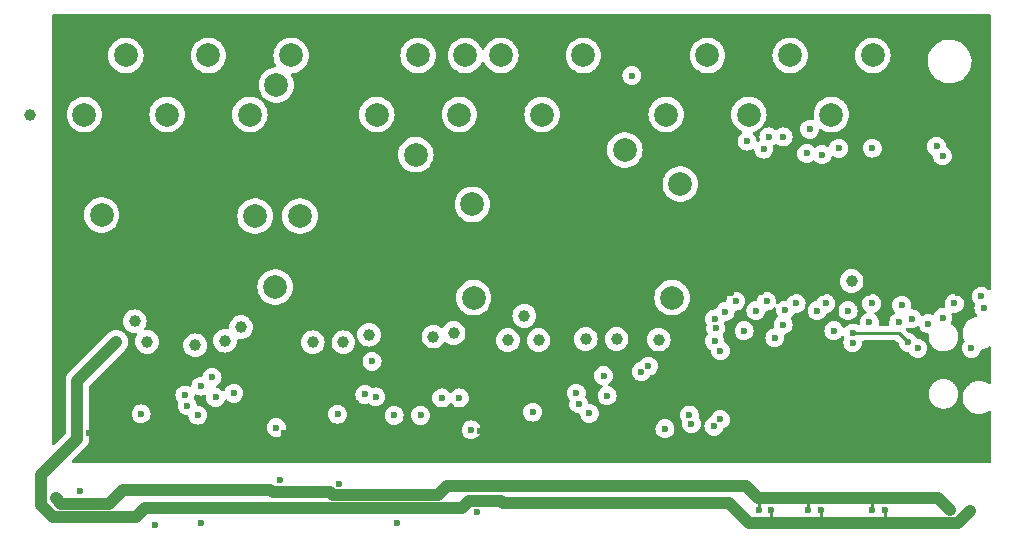
<source format=gbr>
%TF.GenerationSoftware,KiCad,Pcbnew,7.0.8-7.0.8~ubuntu22.04.1*%
%TF.CreationDate,2023-11-05T23:52:12+01:00*%
%TF.ProjectId,door_if4_usb,646f6f72-5f69-4663-945f-7573622e6b69,rev?*%
%TF.SameCoordinates,Original*%
%TF.FileFunction,Copper,L3,Inr*%
%TF.FilePolarity,Positive*%
%FSLAX46Y46*%
G04 Gerber Fmt 4.6, Leading zero omitted, Abs format (unit mm)*
G04 Created by KiCad (PCBNEW 7.0.8-7.0.8~ubuntu22.04.1) date 2023-11-05 23:52:12*
%MOMM*%
%LPD*%
G01*
G04 APERTURE LIST*
%TA.AperFunction,ComponentPad*%
%ADD10C,2.000000*%
%TD*%
%TA.AperFunction,ViaPad*%
%ADD11C,1.000000*%
%TD*%
%TA.AperFunction,ViaPad*%
%ADD12C,0.600000*%
%TD*%
%TA.AperFunction,ViaPad*%
%ADD13C,2.000000*%
%TD*%
%TA.AperFunction,Conductor*%
%ADD14C,1.000000*%
%TD*%
%TA.AperFunction,Conductor*%
%ADD15C,0.250000*%
%TD*%
G04 APERTURE END LIST*
D10*
%TO.N,+24V*%
%TO.C,J1*%
X139000000Y-94500000D03*
%TO.N,IN1*%
X135500000Y-99500000D03*
%TO.N,IN2*%
X132000000Y-94500000D03*
%TO.N,IN3*%
X128500000Y-99500000D03*
%TO.N,IN4*%
X125000000Y-94500000D03*
%TO.N,IN5*%
X121500000Y-99500000D03*
%TD*%
%TO.N,OUT2*%
%TO.C,J3*%
X89750000Y-94500000D03*
%TO.N,OUT3*%
X86250000Y-99500000D03*
%TO.N,OUT4*%
X82750000Y-94500000D03*
%TO.N,OUT5*%
X79250000Y-99500000D03*
%TO.N,OUT6*%
X75750000Y-94500000D03*
%TO.N,GNDA*%
X72250000Y-99500000D03*
%TD*%
%TO.N,+24V*%
%TO.C,J2*%
X114500000Y-94500000D03*
%TO.N,IN6*%
X111000000Y-99500000D03*
%TO.N,IN7*%
X107500000Y-94500000D03*
%TO.N,IN8*%
X104000000Y-99500000D03*
%TO.N,OUT1*%
X100500000Y-94500000D03*
%TO.N,GNDA*%
X97000000Y-99500000D03*
%TD*%
D11*
%TO.N,GNDA*%
X67650000Y-99550000D03*
D12*
X138950000Y-102350000D03*
D11*
%TO.N,GND*%
X142025000Y-102150000D03*
D12*
X146923478Y-128491242D03*
D13*
%TO.N,+24V*%
X118000000Y-102500000D03*
D11*
X109495556Y-116549500D03*
D12*
X104000000Y-123500000D03*
X136106587Y-102368413D03*
X129400000Y-133000000D03*
X129775000Y-102437379D03*
D11*
X84150000Y-118650000D03*
X117300000Y-118500000D03*
X69800000Y-132000004D03*
D12*
X138900000Y-133000000D03*
D11*
X94175000Y-118775000D03*
X101800000Y-118300000D03*
X76500000Y-117000000D03*
X103500000Y-118000000D03*
D12*
X134700000Y-102900000D03*
D11*
X77550000Y-118750000D03*
D12*
X82100000Y-122500000D03*
X84900000Y-123100000D03*
X133500000Y-133000000D03*
D11*
X110700000Y-118600000D03*
D13*
X88400000Y-114100000D03*
X104500000Y-94500000D03*
X122000000Y-115000000D03*
X88500000Y-97000000D03*
X105200000Y-115000000D03*
D12*
X133650000Y-100750000D03*
D11*
X85500000Y-117500000D03*
X120875000Y-118559063D03*
D12*
X102500000Y-123500000D03*
X145505880Y-132950000D03*
D11*
%TO.N,GNDA*%
X114700000Y-118500000D03*
D12*
X80950000Y-124150000D03*
X110200000Y-124700000D03*
X128350000Y-101750000D03*
X77050000Y-124850000D03*
X98475000Y-124975000D03*
D13*
X122700000Y-105400000D03*
D12*
X81850000Y-124950000D03*
X114100000Y-124000000D03*
X96900000Y-123400000D03*
X134600000Y-133000000D03*
D13*
X105100000Y-107100000D03*
D12*
X100710500Y-124970945D03*
X83350000Y-123450000D03*
D11*
X74950000Y-118750000D03*
D13*
X100300000Y-102900000D03*
D11*
X81620711Y-119045711D03*
X96347655Y-118152345D03*
D12*
X147200000Y-133100000D03*
X115000000Y-124800000D03*
X130400000Y-133000000D03*
D13*
X86700000Y-108100000D03*
D12*
X133400000Y-102800000D03*
X116500000Y-123300000D03*
D13*
X90500000Y-108100000D03*
D12*
X93675000Y-124875000D03*
X140000000Y-133000000D03*
X144900000Y-103000000D03*
D11*
X91575000Y-118775000D03*
X108100000Y-118600000D03*
D13*
X73700000Y-108000000D03*
D12*
%TO.N,+3V3*%
X142300000Y-116800000D03*
X135700000Y-117800000D03*
X138700000Y-117100000D03*
X131400000Y-117300000D03*
X105444905Y-133186450D03*
X126500000Y-116200000D03*
X141200000Y-117100000D03*
X143700000Y-117200000D03*
X130700000Y-118400000D03*
X128100000Y-117800000D03*
X148400000Y-115900000D03*
X88796752Y-130433953D03*
X71870567Y-131349448D03*
X105000000Y-126200000D03*
X144900000Y-116700000D03*
X129100000Y-116100000D03*
X134300000Y-116100000D03*
X131596474Y-116050000D03*
D11*
X137200000Y-113600000D03*
D12*
X121400000Y-126100000D03*
X88500000Y-126000000D03*
X136900000Y-116100000D03*
%TO.N,GND*%
X141100000Y-114600000D03*
D11*
X117705288Y-128025000D03*
D12*
X144000000Y-100400000D03*
X131272622Y-122906237D03*
X123200000Y-127900000D03*
X125500000Y-114700000D03*
X88400000Y-128100000D03*
X132100000Y-114600000D03*
X134700000Y-114600000D03*
D11*
X105300000Y-117800000D03*
D12*
X143400000Y-122700000D03*
X136000000Y-122300000D03*
X133400000Y-122300000D03*
X127000000Y-114600000D03*
X142400000Y-122400000D03*
X146975000Y-122238955D03*
D11*
X119600000Y-107500000D03*
D12*
X146200000Y-114600000D03*
X138600000Y-114600000D03*
X128972756Y-123513468D03*
X129500000Y-114500000D03*
D11*
X143000000Y-124900000D03*
D12*
X139800000Y-122400000D03*
X72600000Y-126450000D03*
D11*
X105200000Y-128150000D03*
X105400000Y-120700000D03*
D12*
X143600000Y-114600000D03*
X89175000Y-126475000D03*
X105744071Y-126294137D03*
D11*
X132900000Y-124100000D03*
D12*
%TO.N,IN5*%
X130200000Y-101400000D03*
X131400000Y-101400000D03*
%TO.N,IN6*%
X118600000Y-96200000D03*
%TO.N,IN7*%
X123644510Y-125673832D03*
X125547842Y-125892668D03*
%TO.N,IN8*%
X123468368Y-124944806D03*
X126080771Y-125317668D03*
%TO.N,Net-(Q1-G1)*%
X113900000Y-123100000D03*
X116200000Y-121600000D03*
%TO.N,Net-(Q3-G1)*%
X96600000Y-120400000D03*
X96000000Y-123200000D03*
%TO.N,Net-(Q5-G1)*%
X83050000Y-121750000D03*
X80750000Y-123250000D03*
%TO.N,O_LED*%
X144400000Y-102200000D03*
%TO.N,S_IN1A*%
X148200000Y-114900000D03*
%TO.N,S_IN1B*%
X145900000Y-115500000D03*
%TO.N,S_IN2A*%
X141450000Y-115650000D03*
%TO.N,S_IN2B*%
X138900000Y-115500000D03*
%TO.N,S_IN3A*%
X137306587Y-118806587D03*
%TO.N,S_IN3B*%
X142000000Y-118800000D03*
X137300000Y-118000000D03*
%TO.N,S_IN4A*%
X142800000Y-119300000D03*
%TO.N,S_IN4B*%
X147351764Y-119296473D03*
%TO.N,S_IN5A*%
X135000000Y-115500000D03*
%TO.N,S_IN5B*%
X132500000Y-115500000D03*
%TO.N,S_IN6A*%
X130000000Y-115300000D03*
%TO.N,S_IN6B*%
X127400000Y-115300000D03*
%TO.N,S_IN7A*%
X126100000Y-119500000D03*
%TO.N,S_IN7B*%
X125600000Y-118700000D03*
%TO.N,S_IN8A*%
X125700000Y-117600000D03*
%TO.N,S_IN8B*%
X125600000Y-116800000D03*
%TO.N,S_OUT6*%
X82118252Y-134071294D03*
%TO.N,S_OUT5*%
X78203793Y-134250000D03*
%TO.N,S_OUT4*%
X98700000Y-134100000D03*
%TO.N,S_OUT3*%
X93769987Y-130750000D03*
%TO.N,S_OUT2*%
X119407326Y-121259610D03*
%TO.N,S_OUT1*%
X120000000Y-120800000D03*
%TD*%
D14*
%TO.N,+24V*%
X88176346Y-131450000D02*
X87976346Y-131250000D01*
X93047057Y-131450000D02*
X88176346Y-131450000D01*
X75551346Y-131250000D02*
X74351346Y-132450000D01*
X129300000Y-132000000D02*
X133500000Y-132000000D01*
X87976346Y-131250000D02*
X75551346Y-131250000D01*
X138900000Y-132000000D02*
X144555880Y-132000000D01*
X74351346Y-132450000D02*
X70249996Y-132450000D01*
D15*
X129400000Y-133000000D02*
X129400000Y-132100000D01*
D14*
X133500000Y-132000000D02*
X138900000Y-132000000D01*
X129300000Y-132000000D02*
X128250000Y-130950000D01*
X70249996Y-132450000D02*
X69800000Y-132000004D01*
D15*
X138900000Y-133000000D02*
X138900000Y-132000000D01*
D14*
X102173654Y-131700000D02*
X93297057Y-131700000D01*
X93297057Y-131700000D02*
X93047057Y-131450000D01*
D15*
X133500000Y-133000000D02*
X133500000Y-132000000D01*
D14*
X128250000Y-130950000D02*
X102923654Y-130950000D01*
X102923654Y-130950000D02*
X102173654Y-131700000D01*
D15*
X129400000Y-132100000D02*
X129300000Y-132000000D01*
D14*
X144555880Y-132000000D02*
X145505880Y-132950000D01*
%TO.N,GNDA*%
X104250000Y-132850000D02*
X104850000Y-132250000D01*
X76600000Y-133600000D02*
X77350000Y-132850000D01*
X71650000Y-122050000D02*
X71650000Y-126950000D01*
X104850000Y-132250000D02*
X105026822Y-132250000D01*
X68600000Y-132600000D02*
X69600000Y-133600000D01*
X69600000Y-133600000D02*
X76600000Y-133600000D01*
X77350000Y-132850000D02*
X104250000Y-132850000D01*
D15*
X130400000Y-133000000D02*
X130400000Y-134000000D01*
D14*
X146200000Y-134100000D02*
X147200000Y-133100000D01*
X126800000Y-132400000D02*
X128500000Y-134100000D01*
X134600000Y-134100000D02*
X140000000Y-134100000D01*
X105840928Y-132250000D02*
X107550000Y-132250000D01*
D15*
X140000000Y-133000000D02*
X140000000Y-134100000D01*
X130400000Y-134000000D02*
X130300000Y-134100000D01*
D14*
X128500000Y-134100000D02*
X130300000Y-134100000D01*
X105040372Y-132236450D02*
X105827378Y-132236450D01*
X71650000Y-126950000D02*
X68600000Y-130000000D01*
D15*
X134600000Y-133000000D02*
X134600000Y-134100000D01*
D14*
X68600000Y-130000000D02*
X68600000Y-132600000D01*
X140000000Y-134100000D02*
X146200000Y-134100000D01*
X107700000Y-132400000D02*
X126800000Y-132400000D01*
X105827378Y-132236450D02*
X105840928Y-132250000D01*
X130300000Y-134100000D02*
X134600000Y-134100000D01*
X107550000Y-132250000D02*
X107700000Y-132400000D01*
X105026822Y-132250000D02*
X105040372Y-132236450D01*
X74950000Y-118750000D02*
X71650000Y-122050000D01*
D15*
%TO.N,S_IN3B*%
X141200000Y-118000000D02*
X142000000Y-118800000D01*
X137300000Y-118000000D02*
X141200000Y-118000000D01*
%TD*%
%TA.AperFunction,Conductor*%
%TO.N,GND*%
G36*
X148943039Y-91019685D02*
G01*
X148988794Y-91072489D01*
X149000000Y-91124000D01*
X149000000Y-114268560D01*
X148980315Y-114335599D01*
X148927511Y-114381354D01*
X148858353Y-114391298D01*
X148794797Y-114362273D01*
X148788319Y-114356241D01*
X148702262Y-114270184D01*
X148549523Y-114174211D01*
X148379254Y-114114631D01*
X148379249Y-114114630D01*
X148200004Y-114094435D01*
X148199996Y-114094435D01*
X148020750Y-114114630D01*
X148020745Y-114114631D01*
X147850476Y-114174211D01*
X147697737Y-114270184D01*
X147570184Y-114397737D01*
X147474211Y-114550476D01*
X147414631Y-114720745D01*
X147414630Y-114720750D01*
X147394435Y-114899996D01*
X147394435Y-114900003D01*
X147414630Y-115079249D01*
X147414631Y-115079254D01*
X147474211Y-115249523D01*
X147570184Y-115402262D01*
X147630571Y-115462649D01*
X147664056Y-115523972D01*
X147659932Y-115591285D01*
X147614631Y-115720745D01*
X147614630Y-115720750D01*
X147594435Y-115899996D01*
X147594435Y-115900003D01*
X147614630Y-116079249D01*
X147614631Y-116079254D01*
X147674211Y-116249523D01*
X147770184Y-116402262D01*
X147783985Y-116416063D01*
X147817470Y-116477386D01*
X147812486Y-116547078D01*
X147770614Y-116603011D01*
X147727546Y-116623744D01*
X147710397Y-116628208D01*
X147704981Y-116629363D01*
X147655013Y-116637703D01*
X147597840Y-116657331D01*
X147593330Y-116658690D01*
X147531749Y-116674725D01*
X147531744Y-116674727D01*
X147485711Y-116695535D01*
X147480304Y-116697680D01*
X147435503Y-116713060D01*
X147435498Y-116713063D01*
X147379448Y-116743395D01*
X147375478Y-116745363D01*
X147314514Y-116772922D01*
X147275359Y-116799385D01*
X147270149Y-116802544D01*
X147231379Y-116823526D01*
X147231367Y-116823533D01*
X147178487Y-116864692D01*
X147175124Y-116867133D01*
X147117001Y-116906417D01*
X147116994Y-116906422D01*
X147085248Y-116936847D01*
X147080430Y-116941011D01*
X147048218Y-116966085D01*
X147048209Y-116966093D01*
X147000613Y-117017795D01*
X146997900Y-117020564D01*
X146944882Y-117071378D01*
X146944880Y-117071380D01*
X146920681Y-117104098D01*
X146916448Y-117109223D01*
X146891022Y-117136845D01*
X146850797Y-117198412D01*
X146848741Y-117201367D01*
X146803124Y-117263047D01*
X146803120Y-117263054D01*
X146786268Y-117296475D01*
X146782811Y-117302472D01*
X146764076Y-117331149D01*
X146733219Y-117401496D01*
X146731805Y-117404497D01*
X146723611Y-117420750D01*
X146695790Y-117475931D01*
X146685792Y-117508573D01*
X146683288Y-117515323D01*
X146670845Y-117543691D01*
X146670845Y-117543692D01*
X146651178Y-117621347D01*
X146650358Y-117624279D01*
X146625984Y-117703876D01*
X146625983Y-117703879D01*
X146622063Y-117734485D01*
X146620668Y-117741830D01*
X146613867Y-117768688D01*
X146613864Y-117768705D01*
X146606867Y-117853154D01*
X146595702Y-117940344D01*
X146595701Y-117940344D01*
X146596872Y-117967900D01*
X146596716Y-117975655D01*
X146595021Y-117996123D01*
X146594700Y-118000000D01*
X146599550Y-118058538D01*
X146601955Y-118087567D01*
X146605819Y-118178523D01*
X146605820Y-118178534D01*
X146606756Y-118182875D01*
X146609958Y-118197736D01*
X146610939Y-118202284D01*
X146612118Y-118210225D01*
X146612537Y-118215266D01*
X146613865Y-118231301D01*
X146613865Y-118231304D01*
X146613866Y-118231305D01*
X146636205Y-118319520D01*
X146642445Y-118348474D01*
X146656046Y-118411582D01*
X146663883Y-118431084D01*
X146666458Y-118438987D01*
X146670844Y-118456303D01*
X146708655Y-118542504D01*
X146744934Y-118632787D01*
X146744936Y-118632791D01*
X146746329Y-118635053D01*
X146746625Y-118636140D01*
X146747305Y-118637488D01*
X146747030Y-118637626D01*
X146764712Y-118702461D01*
X146743733Y-118769106D01*
X146728420Y-118787737D01*
X146721950Y-118794207D01*
X146625975Y-118946949D01*
X146566395Y-119117218D01*
X146566394Y-119117223D01*
X146546199Y-119296469D01*
X146546199Y-119296476D01*
X146566394Y-119475722D01*
X146566395Y-119475727D01*
X146625975Y-119645996D01*
X146704008Y-119770184D01*
X146721948Y-119798735D01*
X146849502Y-119926289D01*
X146926264Y-119974522D01*
X146990095Y-120014630D01*
X147002242Y-120022262D01*
X147150704Y-120074211D01*
X147172509Y-120081841D01*
X147172514Y-120081842D01*
X147351760Y-120102038D01*
X147351764Y-120102038D01*
X147351768Y-120102038D01*
X147531013Y-120081842D01*
X147531016Y-120081841D01*
X147531019Y-120081841D01*
X147701286Y-120022262D01*
X147854026Y-119926289D01*
X147981580Y-119798735D01*
X148077553Y-119645995D01*
X148137132Y-119475728D01*
X148137132Y-119475727D01*
X148139432Y-119469155D01*
X148141834Y-119469995D01*
X148170189Y-119419272D01*
X148231841Y-119386397D01*
X148236051Y-119385601D01*
X148237529Y-119385346D01*
X148237541Y-119385346D01*
X148289615Y-119371786D01*
X148295017Y-119370634D01*
X148344981Y-119362298D01*
X148402186Y-119342658D01*
X148406663Y-119341309D01*
X148468249Y-119325275D01*
X148514297Y-119304459D01*
X148519681Y-119302322D01*
X148564503Y-119286936D01*
X148620554Y-119256601D01*
X148624527Y-119254632D01*
X148633156Y-119250730D01*
X148685486Y-119227077D01*
X148724647Y-119200608D01*
X148729820Y-119197469D01*
X148768626Y-119176470D01*
X148799837Y-119152177D01*
X148864830Y-119126534D01*
X148933370Y-119140100D01*
X148983696Y-119188568D01*
X149000000Y-119250030D01*
X149000000Y-122197899D01*
X148980315Y-122264938D01*
X148927511Y-122310693D01*
X148858353Y-122320637D01*
X148798100Y-122294375D01*
X148787080Y-122285477D01*
X148787073Y-122285472D01*
X148784311Y-122283929D01*
X148768643Y-122273542D01*
X148768634Y-122273535D01*
X148768628Y-122273532D01*
X148768626Y-122273530D01*
X148674837Y-122222774D01*
X148578954Y-122169210D01*
X148578953Y-122169209D01*
X148578952Y-122169209D01*
X148576381Y-122168047D01*
X148569284Y-122164898D01*
X148569188Y-122165119D01*
X148564506Y-122163065D01*
X148460723Y-122127436D01*
X148432284Y-122117388D01*
X148354171Y-122089789D01*
X148354170Y-122089788D01*
X148354168Y-122089788D01*
X148354160Y-122089786D01*
X148353612Y-122089692D01*
X148348889Y-122088691D01*
X148344989Y-122087703D01*
X148233675Y-122069128D01*
X148119209Y-122049500D01*
X148119200Y-122049500D01*
X148116049Y-122049500D01*
X147883951Y-122049500D01*
X147883950Y-122049500D01*
X147827533Y-122058913D01*
X147822587Y-122059535D01*
X147820099Y-122059747D01*
X147762469Y-122064652D01*
X147762461Y-122064653D01*
X147710397Y-122078208D01*
X147704981Y-122079363D01*
X147655013Y-122087703D01*
X147597840Y-122107331D01*
X147593330Y-122108690D01*
X147531749Y-122124725D01*
X147531744Y-122124727D01*
X147485711Y-122145535D01*
X147480304Y-122147680D01*
X147435503Y-122163060D01*
X147435498Y-122163063D01*
X147379448Y-122193395D01*
X147375478Y-122195363D01*
X147314514Y-122222922D01*
X147275359Y-122249385D01*
X147270149Y-122252544D01*
X147231379Y-122273526D01*
X147231367Y-122273533D01*
X147178487Y-122314692D01*
X147175124Y-122317133D01*
X147117001Y-122356417D01*
X147116994Y-122356422D01*
X147085248Y-122386847D01*
X147080430Y-122391011D01*
X147048218Y-122416085D01*
X147048209Y-122416093D01*
X147000613Y-122467795D01*
X146997900Y-122470564D01*
X146944882Y-122521378D01*
X146944880Y-122521380D01*
X146920681Y-122554098D01*
X146916448Y-122559223D01*
X146891022Y-122586845D01*
X146850797Y-122648412D01*
X146848741Y-122651367D01*
X146803124Y-122713047D01*
X146803120Y-122713054D01*
X146786268Y-122746475D01*
X146782811Y-122752472D01*
X146764076Y-122781149D01*
X146746954Y-122820184D01*
X146733666Y-122850478D01*
X146733219Y-122851496D01*
X146731803Y-122854503D01*
X146695790Y-122925931D01*
X146685792Y-122958573D01*
X146683288Y-122965323D01*
X146670845Y-122993691D01*
X146670845Y-122993692D01*
X146651178Y-123071347D01*
X146650358Y-123074279D01*
X146625984Y-123153876D01*
X146625983Y-123153879D01*
X146622063Y-123184485D01*
X146620668Y-123191830D01*
X146613867Y-123218688D01*
X146613864Y-123218705D01*
X146606867Y-123303154D01*
X146595702Y-123390344D01*
X146595701Y-123390344D01*
X146596872Y-123417900D01*
X146596716Y-123425655D01*
X146594700Y-123449996D01*
X146594700Y-123450000D01*
X146598655Y-123497737D01*
X146601955Y-123537567D01*
X146605819Y-123628523D01*
X146605820Y-123628534D01*
X146607586Y-123636727D01*
X146610549Y-123650478D01*
X146610939Y-123652284D01*
X146612120Y-123660233D01*
X146613865Y-123681301D01*
X146613865Y-123681304D01*
X146613866Y-123681305D01*
X146636205Y-123769520D01*
X146642671Y-123799521D01*
X146656046Y-123861582D01*
X146663883Y-123881084D01*
X146666458Y-123888987D01*
X146670844Y-123906303D01*
X146708655Y-123992504D01*
X146744934Y-124082787D01*
X146744935Y-124082788D01*
X146754232Y-124097888D01*
X146758218Y-124105495D01*
X146764076Y-124118850D01*
X146817275Y-124200277D01*
X146869930Y-124285794D01*
X146876543Y-124293308D01*
X146887263Y-124307402D01*
X146889738Y-124311189D01*
X146891021Y-124313153D01*
X146959027Y-124387028D01*
X147027436Y-124464755D01*
X147032564Y-124468895D01*
X147045882Y-124481377D01*
X147048216Y-124483913D01*
X147129933Y-124547515D01*
X147212920Y-124614523D01*
X147212922Y-124614524D01*
X147215678Y-124616064D01*
X147231360Y-124626460D01*
X147231367Y-124626465D01*
X147231371Y-124626467D01*
X147231374Y-124626470D01*
X147313188Y-124670745D01*
X147325162Y-124677225D01*
X147421046Y-124730790D01*
X147423849Y-124732058D01*
X147430695Y-124735097D01*
X147430794Y-124734873D01*
X147435490Y-124736932D01*
X147435497Y-124736936D01*
X147539276Y-124772563D01*
X147645829Y-124810211D01*
X147646398Y-124810308D01*
X147651129Y-124811312D01*
X147655007Y-124812294D01*
X147655019Y-124812298D01*
X147766324Y-124830871D01*
X147880791Y-124850499D01*
X147880800Y-124850500D01*
X148116044Y-124850500D01*
X148116049Y-124850500D01*
X148149073Y-124844988D01*
X148172469Y-124841085D01*
X148177407Y-124840463D01*
X148237541Y-124835346D01*
X148289615Y-124821786D01*
X148295017Y-124820634D01*
X148344981Y-124812298D01*
X148402186Y-124792658D01*
X148406663Y-124791309D01*
X148468249Y-124775275D01*
X148474249Y-124772563D01*
X148489760Y-124765551D01*
X148514297Y-124754459D01*
X148519681Y-124752322D01*
X148564503Y-124736936D01*
X148620554Y-124706601D01*
X148624527Y-124704632D01*
X148633156Y-124700730D01*
X148685486Y-124677077D01*
X148724647Y-124650608D01*
X148729820Y-124647469D01*
X148768626Y-124626470D01*
X148799837Y-124602177D01*
X148864830Y-124576534D01*
X148933370Y-124590100D01*
X148983696Y-124638568D01*
X149000000Y-124700030D01*
X149000000Y-128876000D01*
X148980315Y-128943039D01*
X148927511Y-128988794D01*
X148876000Y-129000000D01*
X71314282Y-129000000D01*
X71247243Y-128980315D01*
X71201488Y-128927511D01*
X71191544Y-128858353D01*
X71220569Y-128794797D01*
X71226601Y-128788319D01*
X72348487Y-127666433D01*
X72413053Y-127605059D01*
X72448097Y-127554709D01*
X72450924Y-127550957D01*
X72489698Y-127503407D01*
X72505607Y-127472948D01*
X72509667Y-127466248D01*
X72529295Y-127438049D01*
X72553492Y-127381660D01*
X72555498Y-127377435D01*
X72583909Y-127323049D01*
X72593357Y-127290022D01*
X72595988Y-127282633D01*
X72609540Y-127251058D01*
X72621895Y-127190930D01*
X72622999Y-127186429D01*
X72639886Y-127127418D01*
X72642494Y-127093157D01*
X72643585Y-127085389D01*
X72650500Y-127051743D01*
X72650500Y-126990398D01*
X72650679Y-126985688D01*
X72650703Y-126985368D01*
X72655337Y-126924524D01*
X72650997Y-126890442D01*
X72650500Y-126882603D01*
X72650500Y-126000003D01*
X87694435Y-126000003D01*
X87714630Y-126179249D01*
X87714631Y-126179254D01*
X87774211Y-126349523D01*
X87870184Y-126502262D01*
X87997738Y-126629816D01*
X88150478Y-126725789D01*
X88161984Y-126729815D01*
X88320745Y-126785368D01*
X88320750Y-126785369D01*
X88499996Y-126805565D01*
X88500000Y-126805565D01*
X88500004Y-126805565D01*
X88679249Y-126785369D01*
X88679252Y-126785368D01*
X88679255Y-126785368D01*
X88849522Y-126725789D01*
X89002262Y-126629816D01*
X89129816Y-126502262D01*
X89225789Y-126349522D01*
X89278108Y-126200003D01*
X104194435Y-126200003D01*
X104214630Y-126379249D01*
X104214631Y-126379254D01*
X104274211Y-126549523D01*
X104324662Y-126629815D01*
X104370184Y-126702262D01*
X104497738Y-126829816D01*
X104581748Y-126882603D01*
X104648464Y-126924524D01*
X104650478Y-126925789D01*
X104820745Y-126985368D01*
X104820750Y-126985369D01*
X104999996Y-127005565D01*
X105000000Y-127005565D01*
X105000004Y-127005565D01*
X105179249Y-126985369D01*
X105179252Y-126985368D01*
X105179255Y-126985368D01*
X105349522Y-126925789D01*
X105502262Y-126829816D01*
X105629816Y-126702262D01*
X105725789Y-126549522D01*
X105785368Y-126379255D01*
X105793887Y-126303647D01*
X105805565Y-126200003D01*
X105805565Y-126199996D01*
X105794299Y-126100003D01*
X120594435Y-126100003D01*
X120614630Y-126279249D01*
X120614631Y-126279254D01*
X120674211Y-126449523D01*
X120720055Y-126522483D01*
X120770184Y-126602262D01*
X120897738Y-126729816D01*
X121050478Y-126825789D01*
X121061984Y-126829815D01*
X121220745Y-126885368D01*
X121220750Y-126885369D01*
X121399996Y-126905565D01*
X121400000Y-126905565D01*
X121400004Y-126905565D01*
X121579249Y-126885369D01*
X121579252Y-126885368D01*
X121579255Y-126885368D01*
X121749522Y-126825789D01*
X121902262Y-126729816D01*
X122029816Y-126602262D01*
X122125789Y-126449522D01*
X122185368Y-126279255D01*
X122189544Y-126242191D01*
X122205565Y-126100003D01*
X122205565Y-126099996D01*
X122185369Y-125920750D01*
X122185368Y-125920745D01*
X122161691Y-125853081D01*
X122125789Y-125750478D01*
X122116295Y-125735369D01*
X122062955Y-125650478D01*
X122029816Y-125597738D01*
X121902262Y-125470184D01*
X121749523Y-125374211D01*
X121579254Y-125314631D01*
X121579249Y-125314630D01*
X121400004Y-125294435D01*
X121399996Y-125294435D01*
X121220750Y-125314630D01*
X121220745Y-125314631D01*
X121050476Y-125374211D01*
X120897737Y-125470184D01*
X120770184Y-125597737D01*
X120674211Y-125750476D01*
X120614631Y-125920745D01*
X120614630Y-125920750D01*
X120594435Y-126099996D01*
X120594435Y-126100003D01*
X105794299Y-126100003D01*
X105785369Y-126020750D01*
X105785368Y-126020745D01*
X105759733Y-125947484D01*
X105725789Y-125850478D01*
X105707106Y-125820745D01*
X105662955Y-125750478D01*
X105629816Y-125697738D01*
X105502262Y-125570184D01*
X105349523Y-125474211D01*
X105179254Y-125414631D01*
X105179249Y-125414630D01*
X105000004Y-125394435D01*
X104999996Y-125394435D01*
X104820750Y-125414630D01*
X104820745Y-125414631D01*
X104650476Y-125474211D01*
X104497737Y-125570184D01*
X104370184Y-125697737D01*
X104274211Y-125850476D01*
X104214631Y-126020745D01*
X104214630Y-126020750D01*
X104194435Y-126199996D01*
X104194435Y-126200003D01*
X89278108Y-126200003D01*
X89285368Y-126179255D01*
X89290404Y-126134561D01*
X89305565Y-126000003D01*
X89305565Y-125999996D01*
X89285369Y-125820750D01*
X89285368Y-125820745D01*
X89271308Y-125780565D01*
X89225789Y-125650478D01*
X89216295Y-125635369D01*
X89158348Y-125543146D01*
X89129816Y-125497738D01*
X89002262Y-125370184D01*
X88849523Y-125274211D01*
X88679254Y-125214631D01*
X88679249Y-125214630D01*
X88500004Y-125194435D01*
X88499996Y-125194435D01*
X88320750Y-125214630D01*
X88320745Y-125214631D01*
X88150476Y-125274211D01*
X87997737Y-125370184D01*
X87870184Y-125497737D01*
X87774211Y-125650476D01*
X87714631Y-125820745D01*
X87714630Y-125820750D01*
X87694435Y-125999996D01*
X87694435Y-126000003D01*
X72650500Y-126000003D01*
X72650500Y-124850003D01*
X76244435Y-124850003D01*
X76264630Y-125029249D01*
X76264631Y-125029254D01*
X76324211Y-125199523D01*
X76402754Y-125324522D01*
X76420184Y-125352262D01*
X76547738Y-125479816D01*
X76599874Y-125512575D01*
X76691557Y-125570184D01*
X76700478Y-125575789D01*
X76785573Y-125605565D01*
X76870745Y-125635368D01*
X76870750Y-125635369D01*
X77049996Y-125655565D01*
X77050000Y-125655565D01*
X77050004Y-125655565D01*
X77229249Y-125635369D01*
X77229252Y-125635368D01*
X77229255Y-125635368D01*
X77399522Y-125575789D01*
X77552262Y-125479816D01*
X77679816Y-125352262D01*
X77775789Y-125199522D01*
X77835368Y-125029255D01*
X77835369Y-125029249D01*
X77855565Y-124850003D01*
X77855565Y-124849996D01*
X77835369Y-124670750D01*
X77835368Y-124670745D01*
X77775789Y-124500478D01*
X77775188Y-124499522D01*
X77713058Y-124400642D01*
X77679816Y-124347738D01*
X77552262Y-124220184D01*
X77522635Y-124201568D01*
X77399523Y-124124211D01*
X77229254Y-124064631D01*
X77229249Y-124064630D01*
X77050004Y-124044435D01*
X77049996Y-124044435D01*
X76870750Y-124064630D01*
X76870745Y-124064631D01*
X76700476Y-124124211D01*
X76547737Y-124220184D01*
X76420184Y-124347737D01*
X76324211Y-124500476D01*
X76264631Y-124670745D01*
X76264630Y-124670750D01*
X76244435Y-124849996D01*
X76244435Y-124850003D01*
X72650500Y-124850003D01*
X72650500Y-123250003D01*
X79944435Y-123250003D01*
X79964630Y-123429249D01*
X79964631Y-123429254D01*
X80024211Y-123599523D01*
X80120184Y-123752262D01*
X80154649Y-123786727D01*
X80188134Y-123848050D01*
X80184010Y-123915361D01*
X80164633Y-123970738D01*
X80164630Y-123970750D01*
X80144435Y-124149996D01*
X80144435Y-124150003D01*
X80164630Y-124329249D01*
X80164631Y-124329254D01*
X80224211Y-124499523D01*
X80303978Y-124626470D01*
X80320184Y-124652262D01*
X80447738Y-124779816D01*
X80600478Y-124875789D01*
X80770745Y-124935368D01*
X80770750Y-124935369D01*
X80948018Y-124955342D01*
X81012432Y-124982408D01*
X81051987Y-125040003D01*
X81057355Y-125064678D01*
X81064630Y-125129250D01*
X81064631Y-125129254D01*
X81124211Y-125299523D01*
X81181317Y-125390406D01*
X81220184Y-125452262D01*
X81347738Y-125579816D01*
X81436148Y-125635368D01*
X81486792Y-125667190D01*
X81500478Y-125675789D01*
X81608016Y-125713418D01*
X81670745Y-125735368D01*
X81670750Y-125735369D01*
X81849996Y-125755565D01*
X81850000Y-125755565D01*
X81850004Y-125755565D01*
X82029249Y-125735369D01*
X82029252Y-125735368D01*
X82029255Y-125735368D01*
X82199522Y-125675789D01*
X82352262Y-125579816D01*
X82479816Y-125452262D01*
X82575789Y-125299522D01*
X82635368Y-125129255D01*
X82635369Y-125129249D01*
X82655565Y-124950003D01*
X82655565Y-124949996D01*
X82647115Y-124875003D01*
X92869435Y-124875003D01*
X92889630Y-125054249D01*
X92889631Y-125054254D01*
X92949211Y-125224523D01*
X93029475Y-125352262D01*
X93045184Y-125377262D01*
X93172738Y-125504816D01*
X93233737Y-125543144D01*
X93325431Y-125600760D01*
X93325478Y-125600789D01*
X93424299Y-125635368D01*
X93495745Y-125660368D01*
X93495750Y-125660369D01*
X93674996Y-125680565D01*
X93675000Y-125680565D01*
X93675004Y-125680565D01*
X93854249Y-125660369D01*
X93854252Y-125660368D01*
X93854255Y-125660368D01*
X94024522Y-125600789D01*
X94177262Y-125504816D01*
X94304816Y-125377262D01*
X94400789Y-125224522D01*
X94460368Y-125054255D01*
X94460901Y-125049523D01*
X94469298Y-124975003D01*
X97669435Y-124975003D01*
X97689630Y-125154249D01*
X97689631Y-125154254D01*
X97749211Y-125324523D01*
X97825125Y-125445338D01*
X97845184Y-125477262D01*
X97972738Y-125604816D01*
X98061148Y-125660368D01*
X98120620Y-125697737D01*
X98125478Y-125700789D01*
X98284159Y-125756314D01*
X98295745Y-125760368D01*
X98295750Y-125760369D01*
X98474996Y-125780565D01*
X98475000Y-125780565D01*
X98475004Y-125780565D01*
X98654249Y-125760369D01*
X98654252Y-125760368D01*
X98654255Y-125760368D01*
X98824522Y-125700789D01*
X98977262Y-125604816D01*
X99104816Y-125477262D01*
X99200789Y-125324522D01*
X99260368Y-125154255D01*
X99260901Y-125149523D01*
X99280565Y-124975003D01*
X99280565Y-124974996D01*
X99280109Y-124970948D01*
X99904935Y-124970948D01*
X99925130Y-125150194D01*
X99925131Y-125150199D01*
X99984711Y-125320468D01*
X100063173Y-125445338D01*
X100080684Y-125473207D01*
X100208238Y-125600761D01*
X100215884Y-125605565D01*
X100327642Y-125675788D01*
X100360978Y-125696734D01*
X100514564Y-125750476D01*
X100531245Y-125756313D01*
X100531250Y-125756314D01*
X100710496Y-125776510D01*
X100710500Y-125776510D01*
X100710504Y-125776510D01*
X100889749Y-125756314D01*
X100889752Y-125756313D01*
X100889755Y-125756313D01*
X101060022Y-125696734D01*
X101212762Y-125600761D01*
X101340316Y-125473207D01*
X101436289Y-125320467D01*
X101495868Y-125150200D01*
X101495869Y-125150194D01*
X101516065Y-124970948D01*
X101516065Y-124970941D01*
X101495869Y-124791695D01*
X101495868Y-124791690D01*
X101463785Y-124700003D01*
X109394435Y-124700003D01*
X109414630Y-124879249D01*
X109414631Y-124879254D01*
X109474211Y-125049523D01*
X109540019Y-125154255D01*
X109570184Y-125202262D01*
X109697738Y-125329816D01*
X109733461Y-125352262D01*
X109832721Y-125414632D01*
X109850478Y-125425789D01*
X110004878Y-125479816D01*
X110020745Y-125485368D01*
X110020750Y-125485369D01*
X110199996Y-125505565D01*
X110200000Y-125505565D01*
X110200004Y-125505565D01*
X110379249Y-125485369D01*
X110379252Y-125485368D01*
X110379255Y-125485368D01*
X110549522Y-125425789D01*
X110702262Y-125329816D01*
X110829816Y-125202262D01*
X110925789Y-125049522D01*
X110985368Y-124879255D01*
X110985847Y-124875003D01*
X111005565Y-124700003D01*
X111005565Y-124699996D01*
X110985369Y-124520750D01*
X110985368Y-124520745D01*
X110981939Y-124510946D01*
X110925789Y-124350478D01*
X110925188Y-124349522D01*
X110882268Y-124281215D01*
X110829816Y-124197738D01*
X110702262Y-124070184D01*
X110693426Y-124064632D01*
X110549523Y-123974211D01*
X110379254Y-123914631D01*
X110379249Y-123914630D01*
X110200004Y-123894435D01*
X110199996Y-123894435D01*
X110020750Y-123914630D01*
X110020745Y-123914631D01*
X109850476Y-123974211D01*
X109697737Y-124070184D01*
X109570184Y-124197737D01*
X109474211Y-124350476D01*
X109414631Y-124520745D01*
X109414630Y-124520750D01*
X109394435Y-124699996D01*
X109394435Y-124700003D01*
X101463785Y-124700003D01*
X101462295Y-124695745D01*
X101436289Y-124621423D01*
X101431953Y-124614523D01*
X101373029Y-124520745D01*
X101340316Y-124468683D01*
X101212762Y-124341129D01*
X101190360Y-124327053D01*
X101060023Y-124245156D01*
X100889754Y-124185576D01*
X100889749Y-124185575D01*
X100710504Y-124165380D01*
X100710496Y-124165380D01*
X100531250Y-124185575D01*
X100531245Y-124185576D01*
X100360976Y-124245156D01*
X100208237Y-124341129D01*
X100080684Y-124468682D01*
X99984711Y-124621421D01*
X99925131Y-124791690D01*
X99925130Y-124791695D01*
X99904935Y-124970941D01*
X99904935Y-124970948D01*
X99280109Y-124970948D01*
X99260369Y-124795750D01*
X99260368Y-124795745D01*
X99245923Y-124754463D01*
X99200789Y-124625478D01*
X99185080Y-124600478D01*
X99161582Y-124563080D01*
X99104816Y-124472738D01*
X98977262Y-124345184D01*
X98952424Y-124329577D01*
X98824523Y-124249211D01*
X98654254Y-124189631D01*
X98654249Y-124189630D01*
X98475004Y-124169435D01*
X98474996Y-124169435D01*
X98295750Y-124189630D01*
X98295745Y-124189631D01*
X98125476Y-124249211D01*
X97972737Y-124345184D01*
X97845184Y-124472737D01*
X97749211Y-124625476D01*
X97689631Y-124795745D01*
X97689630Y-124795750D01*
X97669435Y-124974996D01*
X97669435Y-124975003D01*
X94469298Y-124975003D01*
X94480565Y-124875003D01*
X94480565Y-124874996D01*
X94460369Y-124695750D01*
X94460368Y-124695745D01*
X94436127Y-124626468D01*
X94400789Y-124525478D01*
X94386201Y-124502262D01*
X94341285Y-124430778D01*
X94304816Y-124372738D01*
X94177262Y-124245184D01*
X94160294Y-124234522D01*
X94024523Y-124149211D01*
X93854254Y-124089631D01*
X93854249Y-124089630D01*
X93675004Y-124069435D01*
X93674996Y-124069435D01*
X93495750Y-124089630D01*
X93495745Y-124089631D01*
X93325476Y-124149211D01*
X93172737Y-124245184D01*
X93045184Y-124372737D01*
X92949211Y-124525476D01*
X92889631Y-124695745D01*
X92889630Y-124695750D01*
X92869435Y-124874996D01*
X92869435Y-124875003D01*
X82647115Y-124875003D01*
X82635369Y-124770750D01*
X82635368Y-124770745D01*
X82582882Y-124620750D01*
X82575789Y-124600478D01*
X82572525Y-124595284D01*
X82528662Y-124525476D01*
X82479816Y-124447738D01*
X82352262Y-124320184D01*
X82326130Y-124303764D01*
X82199523Y-124224211D01*
X82029254Y-124164631D01*
X82029250Y-124164630D01*
X81851980Y-124144657D01*
X81787566Y-124117590D01*
X81748011Y-124059995D01*
X81742644Y-124035320D01*
X81735369Y-123970749D01*
X81735368Y-123970745D01*
X81729176Y-123953049D01*
X81675789Y-123800478D01*
X81675188Y-123799522D01*
X81607516Y-123691822D01*
X81579816Y-123647738D01*
X81545349Y-123613271D01*
X81511864Y-123551948D01*
X81515988Y-123484635D01*
X81535368Y-123429255D01*
X81536210Y-123421788D01*
X81548904Y-123309120D01*
X81575970Y-123244706D01*
X81633565Y-123205151D01*
X81703402Y-123203013D01*
X81738097Y-123218010D01*
X81750475Y-123225788D01*
X81920745Y-123285368D01*
X81920750Y-123285369D01*
X82099996Y-123305565D01*
X82100000Y-123305565D01*
X82100004Y-123305565D01*
X82279249Y-123285369D01*
X82279252Y-123285368D01*
X82279255Y-123285368D01*
X82279256Y-123285367D01*
X82279259Y-123285367D01*
X82324735Y-123269453D01*
X82388358Y-123247190D01*
X82458136Y-123243628D01*
X82518764Y-123278357D01*
X82550991Y-123340350D01*
X82552534Y-123378114D01*
X82550068Y-123400003D01*
X82544436Y-123449996D01*
X82544435Y-123450003D01*
X82564630Y-123629249D01*
X82564631Y-123629254D01*
X82624211Y-123799523D01*
X82703549Y-123925788D01*
X82720184Y-123952262D01*
X82847738Y-124079816D01*
X82933903Y-124133957D01*
X82991557Y-124170184D01*
X83000478Y-124175789D01*
X83085573Y-124205565D01*
X83170745Y-124235368D01*
X83170750Y-124235369D01*
X83349996Y-124255565D01*
X83350000Y-124255565D01*
X83350004Y-124255565D01*
X83529249Y-124235369D01*
X83529252Y-124235368D01*
X83529255Y-124235368D01*
X83699522Y-124175789D01*
X83852262Y-124079816D01*
X83979816Y-123952262D01*
X84075789Y-123799522D01*
X84112132Y-123695660D01*
X84152854Y-123638884D01*
X84217807Y-123613136D01*
X84286368Y-123626592D01*
X84316855Y-123648933D01*
X84397738Y-123729816D01*
X84488080Y-123786582D01*
X84542450Y-123820745D01*
X84550478Y-123825789D01*
X84652766Y-123861581D01*
X84720745Y-123885368D01*
X84720750Y-123885369D01*
X84899996Y-123905565D01*
X84900000Y-123905565D01*
X84900004Y-123905565D01*
X85079249Y-123885369D01*
X85079252Y-123885368D01*
X85079255Y-123885368D01*
X85249522Y-123825789D01*
X85402262Y-123729816D01*
X85529816Y-123602262D01*
X85625789Y-123449522D01*
X85685368Y-123279255D01*
X85685369Y-123279249D01*
X85694298Y-123200003D01*
X95194435Y-123200003D01*
X95214630Y-123379249D01*
X95214631Y-123379254D01*
X95274211Y-123549523D01*
X95337646Y-123650478D01*
X95370184Y-123702262D01*
X95497738Y-123829816D01*
X95585482Y-123884949D01*
X95643088Y-123921146D01*
X95650478Y-123925789D01*
X95778969Y-123970750D01*
X95820745Y-123985368D01*
X95820750Y-123985369D01*
X95999996Y-124005565D01*
X96000000Y-124005565D01*
X96000004Y-124005565D01*
X96179249Y-123985369D01*
X96179250Y-123985368D01*
X96179255Y-123985368D01*
X96234635Y-123965988D01*
X96304413Y-123962426D01*
X96363271Y-123995349D01*
X96397738Y-124029816D01*
X96482041Y-124082787D01*
X96547966Y-124124211D01*
X96550478Y-124125789D01*
X96675211Y-124169435D01*
X96720745Y-124185368D01*
X96720750Y-124185369D01*
X96899996Y-124205565D01*
X96900000Y-124205565D01*
X96900004Y-124205565D01*
X97079249Y-124185369D01*
X97079252Y-124185368D01*
X97079255Y-124185368D01*
X97249522Y-124125789D01*
X97402262Y-124029816D01*
X97529816Y-123902262D01*
X97625789Y-123749522D01*
X97685368Y-123579255D01*
X97688718Y-123549522D01*
X97694298Y-123500003D01*
X101694435Y-123500003D01*
X101714630Y-123679249D01*
X101714631Y-123679254D01*
X101774211Y-123849523D01*
X101859079Y-123984588D01*
X101870184Y-124002262D01*
X101997738Y-124129816D01*
X102054960Y-124165771D01*
X102147966Y-124224211D01*
X102150478Y-124225789D01*
X102242346Y-124257935D01*
X102320745Y-124285368D01*
X102320750Y-124285369D01*
X102499996Y-124305565D01*
X102500000Y-124305565D01*
X102500004Y-124305565D01*
X102679249Y-124285369D01*
X102679252Y-124285368D01*
X102679255Y-124285368D01*
X102849522Y-124225789D01*
X103002262Y-124129816D01*
X103129816Y-124002262D01*
X103145007Y-123978084D01*
X103197339Y-123931796D01*
X103266393Y-123921146D01*
X103330242Y-123949521D01*
X103354990Y-123978082D01*
X103370184Y-124002262D01*
X103497738Y-124129816D01*
X103554960Y-124165771D01*
X103647966Y-124224211D01*
X103650478Y-124225789D01*
X103742346Y-124257935D01*
X103820745Y-124285368D01*
X103820750Y-124285369D01*
X103999996Y-124305565D01*
X104000000Y-124305565D01*
X104000004Y-124305565D01*
X104179249Y-124285369D01*
X104179252Y-124285368D01*
X104179255Y-124285368D01*
X104349522Y-124225789D01*
X104502262Y-124129816D01*
X104629816Y-124002262D01*
X104725789Y-123849522D01*
X104785368Y-123679255D01*
X104785369Y-123679249D01*
X104805565Y-123500003D01*
X104805565Y-123499996D01*
X104785369Y-123320750D01*
X104785368Y-123320745D01*
X104758436Y-123243778D01*
X104725789Y-123150478D01*
X104707106Y-123120745D01*
X104694073Y-123100003D01*
X113094435Y-123100003D01*
X113114630Y-123279249D01*
X113114631Y-123279254D01*
X113174211Y-123449523D01*
X113270184Y-123602262D01*
X113304649Y-123636727D01*
X113338134Y-123698050D01*
X113334010Y-123765361D01*
X113314633Y-123820738D01*
X113314630Y-123820750D01*
X113294435Y-123999996D01*
X113294435Y-124000003D01*
X113314630Y-124179249D01*
X113314631Y-124179254D01*
X113374211Y-124349523D01*
X113458656Y-124483916D01*
X113470184Y-124502262D01*
X113597738Y-124629816D01*
X113750478Y-124725789D01*
X113904878Y-124779816D01*
X113920745Y-124785368D01*
X113920750Y-124785369D01*
X114098018Y-124805342D01*
X114162432Y-124832408D01*
X114201987Y-124890003D01*
X114207355Y-124914678D01*
X114214630Y-124979250D01*
X114214631Y-124979254D01*
X114274211Y-125149523D01*
X114321337Y-125224523D01*
X114370184Y-125302262D01*
X114497738Y-125429816D01*
X114586148Y-125485368D01*
X114605833Y-125497737D01*
X114650478Y-125525789D01*
X114804878Y-125579816D01*
X114820745Y-125585368D01*
X114820750Y-125585369D01*
X114999996Y-125605565D01*
X115000000Y-125605565D01*
X115000004Y-125605565D01*
X115179249Y-125585369D01*
X115179252Y-125585368D01*
X115179255Y-125585368D01*
X115349522Y-125525789D01*
X115502262Y-125429816D01*
X115629816Y-125302262D01*
X115725789Y-125149522D01*
X115785368Y-124979255D01*
X115785847Y-124975003D01*
X115789249Y-124944809D01*
X122662803Y-124944809D01*
X122682998Y-125124055D01*
X122682999Y-125124060D01*
X122742579Y-125294329D01*
X122837465Y-125445338D01*
X122856465Y-125512575D01*
X122855691Y-125525193D01*
X122838945Y-125673827D01*
X122838945Y-125673835D01*
X122859140Y-125853081D01*
X122859141Y-125853086D01*
X122918721Y-126023355D01*
X122988597Y-126134561D01*
X123014694Y-126176094D01*
X123142248Y-126303648D01*
X123294988Y-126399621D01*
X123437597Y-126449522D01*
X123465255Y-126459200D01*
X123465260Y-126459201D01*
X123644506Y-126479397D01*
X123644510Y-126479397D01*
X123644514Y-126479397D01*
X123823759Y-126459201D01*
X123823762Y-126459200D01*
X123823765Y-126459200D01*
X123994032Y-126399621D01*
X124146772Y-126303648D01*
X124274326Y-126176094D01*
X124370299Y-126023354D01*
X124416027Y-125892671D01*
X124742277Y-125892671D01*
X124762472Y-126071917D01*
X124762473Y-126071922D01*
X124822053Y-126242191D01*
X124889494Y-126349522D01*
X124918026Y-126394930D01*
X125045580Y-126522484D01*
X125198320Y-126618457D01*
X125368587Y-126678036D01*
X125368592Y-126678037D01*
X125547838Y-126698233D01*
X125547842Y-126698233D01*
X125547846Y-126698233D01*
X125727091Y-126678037D01*
X125727094Y-126678036D01*
X125727097Y-126678036D01*
X125897364Y-126618457D01*
X126050104Y-126522484D01*
X126177658Y-126394930D01*
X126273631Y-126242190D01*
X126311292Y-126134558D01*
X126352012Y-126077784D01*
X126387380Y-126058472D01*
X126430293Y-126043457D01*
X126583033Y-125947484D01*
X126710587Y-125819930D01*
X126806560Y-125667190D01*
X126866139Y-125496923D01*
X126866403Y-125494582D01*
X126886336Y-125317671D01*
X126886336Y-125317664D01*
X126866140Y-125138418D01*
X126866139Y-125138413D01*
X126827943Y-125029255D01*
X126806560Y-124968146D01*
X126791896Y-124944809D01*
X126748528Y-124875789D01*
X126710587Y-124815406D01*
X126583033Y-124687852D01*
X126565882Y-124677075D01*
X126430294Y-124591879D01*
X126260025Y-124532299D01*
X126260020Y-124532298D01*
X126080775Y-124512103D01*
X126080767Y-124512103D01*
X125901521Y-124532298D01*
X125901516Y-124532299D01*
X125731247Y-124591879D01*
X125578508Y-124687852D01*
X125450955Y-124815405D01*
X125354983Y-124968143D01*
X125354982Y-124968144D01*
X125317319Y-125075777D01*
X125276597Y-125132553D01*
X125241235Y-125151862D01*
X125198317Y-125166880D01*
X125045579Y-125262852D01*
X124918026Y-125390405D01*
X124822053Y-125543144D01*
X124762473Y-125713413D01*
X124762472Y-125713418D01*
X124742277Y-125892664D01*
X124742277Y-125892671D01*
X124416027Y-125892671D01*
X124429878Y-125853087D01*
X124430172Y-125850478D01*
X124450075Y-125673835D01*
X124450075Y-125673828D01*
X124429879Y-125494582D01*
X124429878Y-125494577D01*
X124424713Y-125479816D01*
X124370299Y-125324310D01*
X124275411Y-125173297D01*
X124256412Y-125106063D01*
X124257186Y-125093443D01*
X124273933Y-124944808D01*
X124273933Y-124944802D01*
X124253737Y-124765556D01*
X124253736Y-124765551D01*
X124232739Y-124705544D01*
X124194157Y-124595284D01*
X124192017Y-124591879D01*
X124117156Y-124472738D01*
X124098184Y-124442544D01*
X123970630Y-124314990D01*
X123951429Y-124302925D01*
X123817891Y-124219017D01*
X123647622Y-124159437D01*
X123647617Y-124159436D01*
X123468372Y-124139241D01*
X123468364Y-124139241D01*
X123289118Y-124159436D01*
X123289113Y-124159437D01*
X123118844Y-124219017D01*
X122966105Y-124314990D01*
X122838552Y-124442543D01*
X122742579Y-124595282D01*
X122682999Y-124765551D01*
X122682998Y-124765556D01*
X122662803Y-124944802D01*
X122662803Y-124944809D01*
X115789249Y-124944809D01*
X115805565Y-124800003D01*
X115805565Y-124799996D01*
X115785369Y-124620750D01*
X115785368Y-124620745D01*
X115754419Y-124532298D01*
X115725789Y-124450478D01*
X115724067Y-124447738D01*
X115662955Y-124350478D01*
X115629816Y-124297738D01*
X115502262Y-124170184D01*
X115495229Y-124165765D01*
X115349523Y-124074211D01*
X115179254Y-124014631D01*
X115179250Y-124014630D01*
X115001980Y-123994657D01*
X114937566Y-123967590D01*
X114898011Y-123909995D01*
X114892644Y-123885320D01*
X114885369Y-123820749D01*
X114885368Y-123820745D01*
X114880620Y-123807176D01*
X114825789Y-123650478D01*
X114825188Y-123649522D01*
X114774065Y-123568160D01*
X114729816Y-123497738D01*
X114695349Y-123463271D01*
X114661864Y-123401948D01*
X114665988Y-123334635D01*
X114685368Y-123279255D01*
X114685369Y-123279249D01*
X114705565Y-123100003D01*
X114705565Y-123099996D01*
X114685369Y-122920750D01*
X114685368Y-122920745D01*
X114677872Y-122899322D01*
X114625789Y-122750478D01*
X114625215Y-122749565D01*
X114562607Y-122649924D01*
X114529816Y-122597738D01*
X114402262Y-122470184D01*
X114393426Y-122464632D01*
X114249523Y-122374211D01*
X114079254Y-122314631D01*
X114079249Y-122314630D01*
X113900004Y-122294435D01*
X113899996Y-122294435D01*
X113720750Y-122314630D01*
X113720745Y-122314631D01*
X113550476Y-122374211D01*
X113397737Y-122470184D01*
X113270184Y-122597737D01*
X113174211Y-122750476D01*
X113114631Y-122920745D01*
X113114630Y-122920750D01*
X113094435Y-123099996D01*
X113094435Y-123100003D01*
X104694073Y-123100003D01*
X104676068Y-123071347D01*
X104629816Y-122997738D01*
X104502262Y-122870184D01*
X104468400Y-122848907D01*
X104349523Y-122774211D01*
X104179254Y-122714631D01*
X104179249Y-122714630D01*
X104000004Y-122694435D01*
X103999996Y-122694435D01*
X103820750Y-122714630D01*
X103820745Y-122714631D01*
X103650476Y-122774211D01*
X103497737Y-122870184D01*
X103370184Y-122997737D01*
X103354994Y-123021913D01*
X103302659Y-123068204D01*
X103233605Y-123078852D01*
X103169757Y-123050477D01*
X103145006Y-123021913D01*
X103138473Y-123011516D01*
X103129816Y-122997738D01*
X103002262Y-122870184D01*
X102968400Y-122848907D01*
X102849523Y-122774211D01*
X102679254Y-122714631D01*
X102679249Y-122714630D01*
X102500004Y-122694435D01*
X102499996Y-122694435D01*
X102320750Y-122714630D01*
X102320745Y-122714631D01*
X102150476Y-122774211D01*
X101997737Y-122870184D01*
X101870184Y-122997737D01*
X101774211Y-123150476D01*
X101714631Y-123320745D01*
X101714630Y-123320750D01*
X101694435Y-123499996D01*
X101694435Y-123500003D01*
X97694298Y-123500003D01*
X97705565Y-123400003D01*
X97705565Y-123399996D01*
X97685369Y-123220750D01*
X97685368Y-123220745D01*
X97668476Y-123172470D01*
X97625789Y-123050478D01*
X97607840Y-123021913D01*
X97582421Y-122981459D01*
X97529816Y-122897738D01*
X97402262Y-122770184D01*
X97369447Y-122749565D01*
X97249523Y-122674211D01*
X97079254Y-122614631D01*
X97079249Y-122614630D01*
X96900004Y-122594435D01*
X96899996Y-122594435D01*
X96720750Y-122614630D01*
X96720738Y-122614633D01*
X96665361Y-122634010D01*
X96595582Y-122637571D01*
X96536727Y-122604649D01*
X96502262Y-122570184D01*
X96349523Y-122474211D01*
X96179254Y-122414631D01*
X96179249Y-122414630D01*
X96000004Y-122394435D01*
X95999996Y-122394435D01*
X95820750Y-122414630D01*
X95820745Y-122414631D01*
X95650476Y-122474211D01*
X95497737Y-122570184D01*
X95370184Y-122697737D01*
X95274211Y-122850476D01*
X95214631Y-123020745D01*
X95214630Y-123020750D01*
X95194435Y-123199996D01*
X95194435Y-123200003D01*
X85694298Y-123200003D01*
X85705565Y-123100003D01*
X85705565Y-123099996D01*
X85685369Y-122920750D01*
X85685368Y-122920745D01*
X85677872Y-122899322D01*
X85625789Y-122750478D01*
X85625215Y-122749565D01*
X85562607Y-122649924D01*
X85529816Y-122597738D01*
X85402262Y-122470184D01*
X85393426Y-122464632D01*
X85249523Y-122374211D01*
X85079254Y-122314631D01*
X85079249Y-122314630D01*
X84900004Y-122294435D01*
X84899996Y-122294435D01*
X84720750Y-122314630D01*
X84720745Y-122314631D01*
X84550476Y-122374211D01*
X84397737Y-122470184D01*
X84270184Y-122597737D01*
X84174209Y-122750479D01*
X84137866Y-122854341D01*
X84097144Y-122911116D01*
X84032191Y-122936863D01*
X83963630Y-122923406D01*
X83933144Y-122901066D01*
X83852262Y-122820184D01*
X83699523Y-122724211D01*
X83529253Y-122664631D01*
X83516544Y-122663199D01*
X83452131Y-122636130D01*
X83412578Y-122578534D01*
X83410443Y-122508697D01*
X83446403Y-122448791D01*
X83464454Y-122434988D01*
X83552262Y-122379816D01*
X83679816Y-122252262D01*
X83775789Y-122099522D01*
X83835368Y-121929255D01*
X83835368Y-121929252D01*
X83835370Y-121929245D01*
X83855565Y-121750003D01*
X83855565Y-121749996D01*
X83838665Y-121600003D01*
X115394435Y-121600003D01*
X115414630Y-121779249D01*
X115414631Y-121779254D01*
X115474211Y-121949523D01*
X115561035Y-122087702D01*
X115570184Y-122102262D01*
X115697738Y-122229816D01*
X115776542Y-122279332D01*
X115842450Y-122320745D01*
X115850478Y-122325789D01*
X116004878Y-122379816D01*
X116020745Y-122385368D01*
X116020750Y-122385369D01*
X116033449Y-122386800D01*
X116097864Y-122413866D01*
X116137419Y-122471460D01*
X116139558Y-122541297D01*
X116103600Y-122601204D01*
X116085540Y-122615013D01*
X115997740Y-122670182D01*
X115997737Y-122670184D01*
X115870184Y-122797737D01*
X115774211Y-122950476D01*
X115714631Y-123120745D01*
X115714630Y-123120750D01*
X115694435Y-123299996D01*
X115694435Y-123300003D01*
X115714630Y-123479249D01*
X115714631Y-123479254D01*
X115774211Y-123649523D01*
X115849610Y-123769519D01*
X115870184Y-123802262D01*
X115997738Y-123929816D01*
X116062884Y-123970750D01*
X116148176Y-124024343D01*
X116150478Y-124025789D01*
X116320745Y-124085368D01*
X116320750Y-124085369D01*
X116499996Y-124105565D01*
X116500000Y-124105565D01*
X116500004Y-124105565D01*
X116679249Y-124085369D01*
X116679252Y-124085368D01*
X116679255Y-124085368D01*
X116849522Y-124025789D01*
X117002262Y-123929816D01*
X117129816Y-123802262D01*
X117225789Y-123649522D01*
X117285368Y-123479255D01*
X117287169Y-123463271D01*
X117305565Y-123300003D01*
X117305565Y-123299996D01*
X117288665Y-123150003D01*
X143714723Y-123150003D01*
X143716688Y-123172470D01*
X143716862Y-123180660D01*
X143715709Y-123206324D01*
X143715710Y-123206328D01*
X143726641Y-123287031D01*
X143726966Y-123289949D01*
X143733792Y-123367972D01*
X143733795Y-123367987D01*
X143740482Y-123392941D01*
X143742034Y-123400670D01*
X143745924Y-123429381D01*
X143745926Y-123429392D01*
X143770075Y-123503713D01*
X143770997Y-123506825D01*
X143790423Y-123579324D01*
X143790427Y-123579336D01*
X143802736Y-123605732D01*
X143805512Y-123612779D01*
X143815483Y-123643464D01*
X143850970Y-123709411D01*
X143852558Y-123712576D01*
X143882898Y-123777639D01*
X143898889Y-123800476D01*
X143901490Y-123804191D01*
X143905303Y-123810378D01*
X143922146Y-123841678D01*
X143922152Y-123841687D01*
X143966792Y-123897663D01*
X143969106Y-123900758D01*
X143995171Y-123937981D01*
X144008402Y-123956877D01*
X144008405Y-123956880D01*
X144033646Y-123982121D01*
X144038283Y-123987309D01*
X144062492Y-124017666D01*
X144113959Y-124062632D01*
X144117008Y-124065483D01*
X144163116Y-124111592D01*
X144163122Y-124111597D01*
X144163123Y-124111598D01*
X144171681Y-124117590D01*
X144195055Y-124133957D01*
X144200290Y-124138057D01*
X144232004Y-124165765D01*
X144232013Y-124165771D01*
X144287849Y-124199131D01*
X144291613Y-124201568D01*
X144342359Y-124237101D01*
X144342364Y-124237104D01*
X144364917Y-124247620D01*
X144380677Y-124254969D01*
X144386271Y-124257935D01*
X144423349Y-124280088D01*
X144425236Y-124281215D01*
X144436302Y-124285368D01*
X144483083Y-124302925D01*
X144487503Y-124304782D01*
X144540670Y-124329575D01*
X144540674Y-124329577D01*
X144571069Y-124337720D01*
X144584677Y-124341366D01*
X144590413Y-124343207D01*
X144607240Y-124349522D01*
X144635976Y-124360307D01*
X144693545Y-124370754D01*
X144698509Y-124371868D01*
X144701756Y-124372738D01*
X144752023Y-124386207D01*
X144800689Y-124390464D01*
X144806306Y-124391218D01*
X144857453Y-124400500D01*
X144912691Y-124400500D01*
X144918092Y-124400735D01*
X144946548Y-124403225D01*
X144969998Y-124405277D01*
X144970000Y-124405277D01*
X145022992Y-124400640D01*
X145026121Y-124400500D01*
X145026155Y-124400500D01*
X145080172Y-124395638D01*
X145187977Y-124386207D01*
X145188000Y-124386200D01*
X145188475Y-124386117D01*
X145193713Y-124385419D01*
X145194188Y-124385377D01*
X145297997Y-124356726D01*
X145399330Y-124329575D01*
X145399337Y-124329571D01*
X145406254Y-124327053D01*
X145410948Y-124325554D01*
X145411170Y-124325493D01*
X145411181Y-124325487D01*
X145411183Y-124325487D01*
X145505454Y-124280088D01*
X145597639Y-124237102D01*
X145597644Y-124237097D01*
X145602327Y-124234395D01*
X145602400Y-124234522D01*
X145613164Y-124228218D01*
X145613973Y-124227829D01*
X145696156Y-124168118D01*
X145776877Y-124111598D01*
X145777747Y-124110727D01*
X145792550Y-124098084D01*
X145796078Y-124095522D01*
X145801710Y-124089632D01*
X145864131Y-124024343D01*
X145931592Y-123956883D01*
X145931592Y-123956882D01*
X145931598Y-123956877D01*
X145934285Y-123953039D01*
X145946239Y-123938465D01*
X145951629Y-123932828D01*
X145951628Y-123932828D01*
X145951632Y-123932825D01*
X146004164Y-123853241D01*
X146057102Y-123777639D01*
X146060543Y-123770259D01*
X146069432Y-123754364D01*
X146075635Y-123744968D01*
X146111889Y-123660146D01*
X146149575Y-123579330D01*
X146152570Y-123568148D01*
X146158325Y-123551505D01*
X146164103Y-123537988D01*
X146183936Y-123451092D01*
X146206207Y-123367977D01*
X146207887Y-123348766D01*
X146209206Y-123340377D01*
X146210517Y-123334634D01*
X146214191Y-123318537D01*
X146218050Y-123232602D01*
X146225277Y-123150000D01*
X146223310Y-123127528D01*
X146223137Y-123119334D01*
X146224290Y-123093670D01*
X146213353Y-123012939D01*
X146213034Y-123010067D01*
X146206207Y-122932023D01*
X146199515Y-122907053D01*
X146197963Y-122899322D01*
X146197748Y-122897737D01*
X146194075Y-122870613D01*
X146170396Y-122797738D01*
X146169921Y-122796276D01*
X146168998Y-122793161D01*
X146149576Y-122720673D01*
X146149574Y-122720669D01*
X146137266Y-122694274D01*
X146134488Y-122687222D01*
X146124519Y-122656541D01*
X146124517Y-122656537D01*
X146124517Y-122656536D01*
X146104955Y-122620184D01*
X146089027Y-122590583D01*
X146087432Y-122587405D01*
X146083295Y-122578534D01*
X146057102Y-122522362D01*
X146038512Y-122495813D01*
X146034698Y-122489625D01*
X146032817Y-122486130D01*
X146017852Y-122458319D01*
X145973192Y-122402318D01*
X145970896Y-122399247D01*
X145931598Y-122343123D01*
X145906353Y-122317878D01*
X145901715Y-122312689D01*
X145877508Y-122282334D01*
X145869866Y-122275657D01*
X145826039Y-122237366D01*
X145822990Y-122234515D01*
X145776878Y-122188402D01*
X145744940Y-122166039D01*
X145739705Y-122161939D01*
X145726585Y-122150476D01*
X145707996Y-122134235D01*
X145707994Y-122134233D01*
X145707992Y-122134232D01*
X145652149Y-122100868D01*
X145648386Y-122098431D01*
X145597641Y-122062899D01*
X145559333Y-122045035D01*
X145553735Y-122042067D01*
X145514769Y-122018787D01*
X145514767Y-122018786D01*
X145456928Y-121997079D01*
X145452515Y-121995226D01*
X145399330Y-121970425D01*
X145355321Y-121958632D01*
X145349581Y-121956790D01*
X145304025Y-121939692D01*
X145246456Y-121929245D01*
X145241480Y-121928128D01*
X145187977Y-121913793D01*
X145139327Y-121909536D01*
X145133659Y-121908775D01*
X145082551Y-121899500D01*
X145082547Y-121899500D01*
X145027309Y-121899500D01*
X145021907Y-121899264D01*
X144993451Y-121896774D01*
X144970002Y-121894723D01*
X144969997Y-121894723D01*
X144917050Y-121899355D01*
X144913862Y-121899499D01*
X144913851Y-121899500D01*
X144913845Y-121899500D01*
X144867671Y-121903655D01*
X144859826Y-121904361D01*
X144752020Y-121913793D01*
X144751468Y-121913891D01*
X144746275Y-121914581D01*
X144745812Y-121914622D01*
X144745809Y-121914623D01*
X144642002Y-121943273D01*
X144540659Y-121970428D01*
X144533739Y-121972946D01*
X144529050Y-121974444D01*
X144528849Y-121974499D01*
X144528832Y-121974505D01*
X144434528Y-122019919D01*
X144342358Y-122062899D01*
X144337670Y-122065606D01*
X144337598Y-122065481D01*
X144326871Y-122071764D01*
X144326030Y-122072168D01*
X144243831Y-122131889D01*
X144163123Y-122188401D01*
X144162241Y-122189284D01*
X144147461Y-122201906D01*
X144143928Y-122204472D01*
X144143916Y-122204483D01*
X144112477Y-122237366D01*
X144075868Y-122275656D01*
X144057149Y-122294375D01*
X144008403Y-122343120D01*
X144008402Y-122343121D01*
X144005711Y-122346965D01*
X143993773Y-122361521D01*
X143988368Y-122367174D01*
X143970373Y-122394435D01*
X143935828Y-122446768D01*
X143887505Y-122515782D01*
X143882898Y-122522362D01*
X143882891Y-122522374D01*
X143879457Y-122529738D01*
X143870572Y-122545628D01*
X143864362Y-122555035D01*
X143864362Y-122555036D01*
X143843157Y-122604649D01*
X143828108Y-122639858D01*
X143820331Y-122656536D01*
X143790425Y-122720669D01*
X143790424Y-122720671D01*
X143787425Y-122731860D01*
X143781681Y-122748475D01*
X143775899Y-122762005D01*
X143775896Y-122762016D01*
X143756063Y-122848907D01*
X143733793Y-122932022D01*
X143733793Y-122932023D01*
X143732112Y-122951226D01*
X143730793Y-122959619D01*
X143729492Y-122965323D01*
X143725809Y-122981459D01*
X143725809Y-122981464D01*
X143721949Y-123067397D01*
X143714723Y-123149996D01*
X143714723Y-123150003D01*
X117288665Y-123150003D01*
X117285369Y-123120750D01*
X117285368Y-123120745D01*
X117266096Y-123065670D01*
X117225789Y-122950478D01*
X117224067Y-122947738D01*
X117162955Y-122850478D01*
X117129816Y-122797738D01*
X117002262Y-122670184D01*
X116993426Y-122664632D01*
X116849523Y-122574211D01*
X116679253Y-122514631D01*
X116666544Y-122513199D01*
X116602131Y-122486130D01*
X116562578Y-122428534D01*
X116560443Y-122358697D01*
X116596403Y-122298791D01*
X116614454Y-122284988D01*
X116702262Y-122229816D01*
X116829816Y-122102262D01*
X116925789Y-121949522D01*
X116985368Y-121779255D01*
X116985369Y-121779249D01*
X117005565Y-121600003D01*
X117005565Y-121599996D01*
X116985369Y-121420750D01*
X116985368Y-121420745D01*
X116928985Y-121259613D01*
X118601761Y-121259613D01*
X118621956Y-121438859D01*
X118621957Y-121438864D01*
X118681537Y-121609133D01*
X118769386Y-121748943D01*
X118777510Y-121761872D01*
X118905064Y-121889426D01*
X118985062Y-121939692D01*
X119040456Y-121974499D01*
X119057804Y-121985399D01*
X119219752Y-122042067D01*
X119228071Y-122044978D01*
X119228076Y-122044979D01*
X119407322Y-122065175D01*
X119407326Y-122065175D01*
X119407330Y-122065175D01*
X119586575Y-122044979D01*
X119586578Y-122044978D01*
X119586581Y-122044978D01*
X119756848Y-121985399D01*
X119909588Y-121889426D01*
X120037142Y-121761872D01*
X120116167Y-121636103D01*
X120168501Y-121589814D01*
X120180202Y-121585036D01*
X120349522Y-121525789D01*
X120502262Y-121429816D01*
X120629816Y-121302262D01*
X120725789Y-121149522D01*
X120785368Y-120979255D01*
X120787016Y-120964630D01*
X120805565Y-120800003D01*
X120805565Y-120799996D01*
X120785369Y-120620750D01*
X120785368Y-120620745D01*
X120725788Y-120450476D01*
X120629815Y-120297737D01*
X120502262Y-120170184D01*
X120349523Y-120074211D01*
X120179254Y-120014631D01*
X120179249Y-120014630D01*
X120000004Y-119994435D01*
X119999996Y-119994435D01*
X119820750Y-120014630D01*
X119820745Y-120014631D01*
X119650476Y-120074211D01*
X119497737Y-120170184D01*
X119370184Y-120297737D01*
X119370182Y-120297740D01*
X119291157Y-120423506D01*
X119238822Y-120469797D01*
X119227119Y-120474575D01*
X119057803Y-120533821D01*
X118905063Y-120629794D01*
X118777510Y-120757347D01*
X118681537Y-120910086D01*
X118621957Y-121080355D01*
X118621956Y-121080360D01*
X118601761Y-121259606D01*
X118601761Y-121259613D01*
X116928985Y-121259613D01*
X116925788Y-121250476D01*
X116862354Y-121149522D01*
X116829816Y-121097738D01*
X116702262Y-120970184D01*
X116693426Y-120964632D01*
X116549523Y-120874211D01*
X116379254Y-120814631D01*
X116379249Y-120814630D01*
X116200004Y-120794435D01*
X116199996Y-120794435D01*
X116020750Y-120814630D01*
X116020745Y-120814631D01*
X115850476Y-120874211D01*
X115697737Y-120970184D01*
X115570184Y-121097737D01*
X115474211Y-121250476D01*
X115414631Y-121420745D01*
X115414630Y-121420750D01*
X115394435Y-121599996D01*
X115394435Y-121600003D01*
X83838665Y-121600003D01*
X83835369Y-121570750D01*
X83835368Y-121570745D01*
X83782882Y-121420750D01*
X83775789Y-121400478D01*
X83772310Y-121394942D01*
X83714076Y-121302262D01*
X83679816Y-121247738D01*
X83552262Y-121120184D01*
X83399523Y-121024211D01*
X83229254Y-120964631D01*
X83229249Y-120964630D01*
X83050004Y-120944435D01*
X83049996Y-120944435D01*
X82870750Y-120964630D01*
X82870745Y-120964631D01*
X82700476Y-121024211D01*
X82547737Y-121120184D01*
X82420184Y-121247737D01*
X82324210Y-121400478D01*
X82264630Y-121570750D01*
X82262689Y-121587982D01*
X82235622Y-121652396D01*
X82178026Y-121691950D01*
X82125587Y-121697317D01*
X82100000Y-121694435D01*
X82099998Y-121694435D01*
X82099996Y-121694435D01*
X81920750Y-121714630D01*
X81920745Y-121714631D01*
X81750476Y-121774211D01*
X81597737Y-121870184D01*
X81470184Y-121997737D01*
X81374211Y-122150476D01*
X81314631Y-122320745D01*
X81314630Y-122320749D01*
X81301095Y-122440880D01*
X81274028Y-122505294D01*
X81216433Y-122544849D01*
X81146596Y-122546986D01*
X81111904Y-122531990D01*
X81099525Y-122524212D01*
X80929254Y-122464631D01*
X80929249Y-122464630D01*
X80750004Y-122444435D01*
X80749996Y-122444435D01*
X80570750Y-122464630D01*
X80570745Y-122464631D01*
X80400476Y-122524211D01*
X80247737Y-122620184D01*
X80120184Y-122747737D01*
X80024211Y-122900476D01*
X79964631Y-123070745D01*
X79964630Y-123070750D01*
X79944435Y-123249996D01*
X79944435Y-123250003D01*
X72650500Y-123250003D01*
X72650500Y-122515782D01*
X72670185Y-122448743D01*
X72686814Y-122428106D01*
X74714916Y-120400003D01*
X95794435Y-120400003D01*
X95814630Y-120579249D01*
X95814631Y-120579254D01*
X95874211Y-120749523D01*
X95915122Y-120814632D01*
X95970184Y-120902262D01*
X96097738Y-121029816D01*
X96178170Y-121080355D01*
X96241557Y-121120184D01*
X96250478Y-121125789D01*
X96318306Y-121149523D01*
X96420745Y-121185368D01*
X96420750Y-121185369D01*
X96599996Y-121205565D01*
X96600000Y-121205565D01*
X96600004Y-121205565D01*
X96779249Y-121185369D01*
X96779252Y-121185368D01*
X96779255Y-121185368D01*
X96949522Y-121125789D01*
X97102262Y-121029816D01*
X97229816Y-120902262D01*
X97325789Y-120749522D01*
X97385368Y-120579255D01*
X97390487Y-120533821D01*
X97405565Y-120400003D01*
X97405565Y-120399996D01*
X97385369Y-120220750D01*
X97385368Y-120220745D01*
X97367676Y-120170184D01*
X97325789Y-120050478D01*
X97303265Y-120014632D01*
X97286582Y-119988080D01*
X97229816Y-119897738D01*
X97102262Y-119770184D01*
X97047897Y-119736024D01*
X96949523Y-119674211D01*
X96779254Y-119614631D01*
X96779249Y-119614630D01*
X96600004Y-119594435D01*
X96599996Y-119594435D01*
X96420750Y-119614630D01*
X96420745Y-119614631D01*
X96250476Y-119674211D01*
X96097737Y-119770184D01*
X95970184Y-119897737D01*
X95874211Y-120050476D01*
X95814631Y-120220745D01*
X95814630Y-120220750D01*
X95794435Y-120399996D01*
X95794435Y-120400003D01*
X74714916Y-120400003D01*
X75620562Y-119494357D01*
X75625064Y-119490278D01*
X75627990Y-119487877D01*
X75660883Y-119460883D01*
X75690203Y-119425154D01*
X75692138Y-119422910D01*
X75693334Y-119421586D01*
X75693341Y-119421580D01*
X75693347Y-119421572D01*
X75693353Y-119421566D01*
X75722885Y-119385346D01*
X75724558Y-119383294D01*
X75785910Y-119308538D01*
X75785917Y-119308523D01*
X75786055Y-119308319D01*
X75789564Y-119303571D01*
X75789698Y-119303407D01*
X75834620Y-119217407D01*
X75878814Y-119134727D01*
X75878817Y-119134714D01*
X75881612Y-119127969D01*
X75883890Y-119123094D01*
X75883908Y-119123050D01*
X75883909Y-119123049D01*
X75909724Y-119032827D01*
X75936024Y-118946132D01*
X75936024Y-118946122D01*
X75937212Y-118940159D01*
X75937451Y-118940206D01*
X75939843Y-118927662D01*
X75939884Y-118927427D01*
X75939887Y-118927418D01*
X75945814Y-118849579D01*
X75946771Y-118837012D01*
X75949767Y-118806590D01*
X75955341Y-118750000D01*
X75955306Y-118749654D01*
X75955067Y-118728064D01*
X75955337Y-118724523D01*
X75944284Y-118637736D01*
X75940567Y-118600000D01*
X75936024Y-118553868D01*
X75936023Y-118553866D01*
X75934879Y-118550093D01*
X75930532Y-118529758D01*
X75929630Y-118522672D01*
X75917496Y-118487173D01*
X75902356Y-118442877D01*
X75878815Y-118365277D01*
X75878814Y-118365273D01*
X75875261Y-118358625D01*
X75867288Y-118340286D01*
X75865792Y-118335909D01*
X75863816Y-118330128D01*
X75822644Y-118260186D01*
X75785910Y-118191462D01*
X75782778Y-118187646D01*
X75778863Y-118182875D01*
X75767857Y-118167116D01*
X75760592Y-118154775D01*
X75760591Y-118154773D01*
X75758397Y-118152345D01*
X75711719Y-118100680D01*
X75709292Y-118097994D01*
X75707375Y-118095767D01*
X75660885Y-118039118D01*
X75655712Y-118034873D01*
X75649520Y-118029791D01*
X75636186Y-118017077D01*
X75624179Y-118003787D01*
X75624178Y-118003786D01*
X75624176Y-118003784D01*
X75624173Y-118003782D01*
X75565233Y-117960501D01*
X75562596Y-117958454D01*
X75508541Y-117914092D01*
X75508539Y-117914091D01*
X75508538Y-117914090D01*
X75492413Y-117905471D01*
X75477478Y-117896062D01*
X75460172Y-117883354D01*
X75460163Y-117883348D01*
X75396767Y-117854219D01*
X75393426Y-117852561D01*
X75387922Y-117849619D01*
X75334727Y-117821186D01*
X75334724Y-117821185D01*
X75309773Y-117813616D01*
X75301876Y-117810620D01*
X75275271Y-117798395D01*
X75275264Y-117798393D01*
X75210588Y-117783384D01*
X75206606Y-117782319D01*
X75146135Y-117763976D01*
X75146128Y-117763975D01*
X75116820Y-117761088D01*
X75108876Y-117759781D01*
X75077050Y-117752396D01*
X75077052Y-117752396D01*
X75014030Y-117750799D01*
X75009524Y-117750520D01*
X74950002Y-117744659D01*
X74949995Y-117744659D01*
X74917320Y-117747876D01*
X74909670Y-117748155D01*
X74873640Y-117747243D01*
X74873639Y-117747243D01*
X74873637Y-117747243D01*
X74873635Y-117747243D01*
X74873625Y-117747244D01*
X74814917Y-117757766D01*
X74810057Y-117758440D01*
X74753870Y-117763975D01*
X74753862Y-117763977D01*
X74719206Y-117774490D01*
X74712142Y-117776188D01*
X74673350Y-117783141D01*
X74673341Y-117783143D01*
X74621067Y-117804023D01*
X74616067Y-117805777D01*
X74565271Y-117821186D01*
X74530360Y-117839845D01*
X74524132Y-117842743D01*
X74484385Y-117858620D01*
X74440191Y-117887746D01*
X74435299Y-117890657D01*
X74391461Y-117914090D01*
X74358246Y-117941349D01*
X74353029Y-117945192D01*
X74314485Y-117970595D01*
X74314483Y-117970596D01*
X74279449Y-118005629D01*
X74274941Y-118009715D01*
X74239116Y-118039116D01*
X74209715Y-118074941D01*
X74205627Y-118079451D01*
X70951532Y-121333546D01*
X70886946Y-121394942D01*
X70851899Y-121445294D01*
X70849062Y-121449056D01*
X70810302Y-121496592D01*
X70810299Y-121496597D01*
X70794392Y-121527047D01*
X70790324Y-121533761D01*
X70770702Y-121561954D01*
X70746509Y-121618330D01*
X70744488Y-121622584D01*
X70716091Y-121676951D01*
X70716090Y-121676952D01*
X70706640Y-121709975D01*
X70704007Y-121717371D01*
X70690459Y-121748943D01*
X70678113Y-121809019D01*
X70676990Y-121813595D01*
X70660113Y-121872577D01*
X70660113Y-121872579D01*
X70657503Y-121906841D01*
X70656414Y-121914608D01*
X70653405Y-121929255D01*
X70649500Y-121948258D01*
X70649500Y-122009597D01*
X70649321Y-122014306D01*
X70644662Y-122075474D01*
X70646485Y-122089786D01*
X70649003Y-122109560D01*
X70649500Y-122117388D01*
X70649500Y-126484217D01*
X70629815Y-126551256D01*
X70613181Y-126571898D01*
X69711681Y-127473398D01*
X69650358Y-127506883D01*
X69580666Y-127501899D01*
X69524733Y-127460027D01*
X69500316Y-127394563D01*
X69500000Y-127385717D01*
X69500000Y-117000000D01*
X75494659Y-117000000D01*
X75513975Y-117196129D01*
X75513976Y-117196132D01*
X75567078Y-117371186D01*
X75571188Y-117384733D01*
X75664086Y-117558532D01*
X75664090Y-117558539D01*
X75789116Y-117710883D01*
X75941460Y-117835909D01*
X75941467Y-117835913D01*
X76115266Y-117928811D01*
X76115269Y-117928811D01*
X76115273Y-117928814D01*
X76303868Y-117986024D01*
X76500000Y-118005341D01*
X76601380Y-117995356D01*
X76670026Y-118008375D01*
X76720736Y-118056440D01*
X76737411Y-118124291D01*
X76716638Y-118187646D01*
X76714091Y-118191457D01*
X76621188Y-118365266D01*
X76563975Y-118553870D01*
X76544659Y-118750000D01*
X76563975Y-118946129D01*
X76571559Y-118971129D01*
X76620395Y-119132121D01*
X76621188Y-119134733D01*
X76714086Y-119308532D01*
X76714090Y-119308539D01*
X76839116Y-119460883D01*
X76991460Y-119585909D01*
X76991467Y-119585913D01*
X77165266Y-119678811D01*
X77165269Y-119678811D01*
X77165273Y-119678814D01*
X77353868Y-119736024D01*
X77550000Y-119755341D01*
X77746132Y-119736024D01*
X77934727Y-119678814D01*
X77989529Y-119649522D01*
X78074239Y-119604243D01*
X78108538Y-119585910D01*
X78260883Y-119460883D01*
X78385910Y-119308538D01*
X78470906Y-119149522D01*
X78478811Y-119134733D01*
X78478812Y-119134731D01*
X78478814Y-119134727D01*
X78505817Y-119045711D01*
X80615370Y-119045711D01*
X80634686Y-119241840D01*
X80638843Y-119255544D01*
X80691404Y-119428814D01*
X80691899Y-119430444D01*
X80784797Y-119604243D01*
X80784801Y-119604250D01*
X80909827Y-119756594D01*
X81062171Y-119881620D01*
X81062178Y-119881624D01*
X81235977Y-119974522D01*
X81235980Y-119974522D01*
X81235984Y-119974525D01*
X81424579Y-120031735D01*
X81620711Y-120051052D01*
X81816843Y-120031735D01*
X82005438Y-119974525D01*
X82179249Y-119881621D01*
X82331594Y-119756594D01*
X82456621Y-119604249D01*
X82508748Y-119506726D01*
X82549522Y-119430444D01*
X82549522Y-119430443D01*
X82549525Y-119430438D01*
X82606735Y-119241843D01*
X82626052Y-119045711D01*
X82606735Y-118849579D01*
X82549525Y-118660984D01*
X82549522Y-118660980D01*
X82549522Y-118660977D01*
X82543655Y-118650000D01*
X83144659Y-118650000D01*
X83163975Y-118846129D01*
X83174024Y-118879255D01*
X83220609Y-119032826D01*
X83221188Y-119034733D01*
X83314086Y-119208532D01*
X83314090Y-119208539D01*
X83439116Y-119360883D01*
X83591460Y-119485909D01*
X83591467Y-119485913D01*
X83765266Y-119578811D01*
X83765269Y-119578811D01*
X83765273Y-119578814D01*
X83953868Y-119636024D01*
X84150000Y-119655341D01*
X84346132Y-119636024D01*
X84534727Y-119578814D01*
X84587703Y-119550498D01*
X84694886Y-119493207D01*
X84708538Y-119485910D01*
X84860883Y-119360883D01*
X84985910Y-119208538D01*
X85042295Y-119103049D01*
X85078811Y-119034733D01*
X85078811Y-119034732D01*
X85078814Y-119034727D01*
X85136024Y-118846132D01*
X85143030Y-118775000D01*
X90569659Y-118775000D01*
X90588975Y-118971129D01*
X90595211Y-118991687D01*
X90645823Y-119158532D01*
X90646188Y-119159733D01*
X90739086Y-119333532D01*
X90739090Y-119333539D01*
X90864116Y-119485883D01*
X91016460Y-119610909D01*
X91016467Y-119610913D01*
X91190266Y-119703811D01*
X91190269Y-119703811D01*
X91190273Y-119703814D01*
X91378868Y-119761024D01*
X91575000Y-119780341D01*
X91771132Y-119761024D01*
X91959727Y-119703814D01*
X92005676Y-119679254D01*
X92067899Y-119645995D01*
X92133538Y-119610910D01*
X92285883Y-119485883D01*
X92410910Y-119333538D01*
X92476471Y-119210883D01*
X92503811Y-119159733D01*
X92503811Y-119159732D01*
X92503814Y-119159727D01*
X92561024Y-118971132D01*
X92580341Y-118775000D01*
X93169659Y-118775000D01*
X93188975Y-118971129D01*
X93195211Y-118991687D01*
X93245823Y-119158532D01*
X93246188Y-119159733D01*
X93339086Y-119333532D01*
X93339090Y-119333539D01*
X93464116Y-119485883D01*
X93616460Y-119610909D01*
X93616467Y-119610913D01*
X93790266Y-119703811D01*
X93790269Y-119703811D01*
X93790273Y-119703814D01*
X93978868Y-119761024D01*
X94175000Y-119780341D01*
X94371132Y-119761024D01*
X94559727Y-119703814D01*
X94605676Y-119679254D01*
X94667899Y-119645995D01*
X94733538Y-119610910D01*
X94885883Y-119485883D01*
X95010910Y-119333538D01*
X95076471Y-119210883D01*
X95103811Y-119159733D01*
X95103811Y-119159732D01*
X95103814Y-119159727D01*
X95161024Y-118971132D01*
X95180341Y-118775000D01*
X95161024Y-118578868D01*
X95103814Y-118390273D01*
X95103811Y-118390269D01*
X95103811Y-118390266D01*
X95010913Y-118216467D01*
X95010909Y-118216460D01*
X94958291Y-118152345D01*
X95342314Y-118152345D01*
X95361630Y-118348474D01*
X95380694Y-118411318D01*
X95409215Y-118505341D01*
X95418843Y-118537078D01*
X95511741Y-118710877D01*
X95511745Y-118710884D01*
X95636771Y-118863228D01*
X95789115Y-118988254D01*
X95789122Y-118988258D01*
X95962921Y-119081156D01*
X95962924Y-119081156D01*
X95962928Y-119081159D01*
X96151523Y-119138369D01*
X96347655Y-119157686D01*
X96543787Y-119138369D01*
X96732382Y-119081159D01*
X96798701Y-119045711D01*
X96878158Y-119003240D01*
X96906193Y-118988255D01*
X97058538Y-118863228D01*
X97183565Y-118710883D01*
X97250654Y-118585368D01*
X97276466Y-118537078D01*
X97276466Y-118537077D01*
X97276469Y-118537072D01*
X97333679Y-118348477D01*
X97338453Y-118300000D01*
X100794659Y-118300000D01*
X100813975Y-118496129D01*
X100819587Y-118514630D01*
X100866774Y-118670184D01*
X100871188Y-118684733D01*
X100964086Y-118858532D01*
X100964090Y-118858539D01*
X101089116Y-119010883D01*
X101241460Y-119135909D01*
X101241467Y-119135913D01*
X101415266Y-119228811D01*
X101415269Y-119228811D01*
X101415273Y-119228814D01*
X101603868Y-119286024D01*
X101800000Y-119305341D01*
X101996132Y-119286024D01*
X102184727Y-119228814D01*
X102187981Y-119227075D01*
X102313968Y-119159733D01*
X102358538Y-119135910D01*
X102510883Y-119010883D01*
X102635910Y-118858538D01*
X102666256Y-118801763D01*
X102715217Y-118751919D01*
X102783355Y-118736457D01*
X102849035Y-118760287D01*
X102854280Y-118764362D01*
X102941460Y-118835909D01*
X102941467Y-118835913D01*
X103115266Y-118928811D01*
X103115269Y-118928811D01*
X103115273Y-118928814D01*
X103303868Y-118986024D01*
X103500000Y-119005341D01*
X103696132Y-118986024D01*
X103884727Y-118928814D01*
X103886883Y-118927662D01*
X103977447Y-118879254D01*
X104058538Y-118835910D01*
X104210883Y-118710883D01*
X104301883Y-118600000D01*
X107094659Y-118600000D01*
X107113975Y-118796129D01*
X107129143Y-118846132D01*
X107162828Y-118957176D01*
X107171188Y-118984733D01*
X107264086Y-119158532D01*
X107264090Y-119158539D01*
X107389116Y-119310883D01*
X107541460Y-119435909D01*
X107541467Y-119435913D01*
X107715266Y-119528811D01*
X107715269Y-119528811D01*
X107715273Y-119528814D01*
X107903868Y-119586024D01*
X108100000Y-119605341D01*
X108296132Y-119586024D01*
X108484727Y-119528814D01*
X108490387Y-119525789D01*
X108577447Y-119479254D01*
X108658538Y-119435910D01*
X108810883Y-119310883D01*
X108935910Y-119158538D01*
X109002085Y-119034733D01*
X109028811Y-118984733D01*
X109028811Y-118984732D01*
X109028814Y-118984727D01*
X109086024Y-118796132D01*
X109105341Y-118600000D01*
X109694659Y-118600000D01*
X109713975Y-118796129D01*
X109729143Y-118846132D01*
X109762828Y-118957176D01*
X109771188Y-118984733D01*
X109864086Y-119158532D01*
X109864090Y-119158539D01*
X109989116Y-119310883D01*
X110141460Y-119435909D01*
X110141467Y-119435913D01*
X110315266Y-119528811D01*
X110315269Y-119528811D01*
X110315273Y-119528814D01*
X110503868Y-119586024D01*
X110700000Y-119605341D01*
X110896132Y-119586024D01*
X111084727Y-119528814D01*
X111090387Y-119525789D01*
X111177447Y-119479254D01*
X111258538Y-119435910D01*
X111410883Y-119310883D01*
X111535910Y-119158538D01*
X111602085Y-119034733D01*
X111628811Y-118984733D01*
X111628811Y-118984732D01*
X111628814Y-118984727D01*
X111686024Y-118796132D01*
X111705341Y-118600000D01*
X111695492Y-118500000D01*
X113694659Y-118500000D01*
X113713975Y-118696129D01*
X113726357Y-118736947D01*
X113766774Y-118870184D01*
X113771188Y-118884733D01*
X113864086Y-119058532D01*
X113864090Y-119058539D01*
X113989116Y-119210883D01*
X114141460Y-119335909D01*
X114141467Y-119335913D01*
X114315266Y-119428811D01*
X114315269Y-119428811D01*
X114315273Y-119428814D01*
X114503868Y-119486024D01*
X114700000Y-119505341D01*
X114896132Y-119486024D01*
X115084727Y-119428814D01*
X115090387Y-119425789D01*
X115209168Y-119362299D01*
X115258538Y-119335910D01*
X115410883Y-119210883D01*
X115535910Y-119058538D01*
X115605865Y-118927662D01*
X115628811Y-118884733D01*
X115628811Y-118884732D01*
X115628814Y-118884727D01*
X115686024Y-118696132D01*
X115705341Y-118500000D01*
X116294659Y-118500000D01*
X116313975Y-118696129D01*
X116326357Y-118736947D01*
X116366774Y-118870184D01*
X116371188Y-118884733D01*
X116464086Y-119058532D01*
X116464090Y-119058539D01*
X116589116Y-119210883D01*
X116741460Y-119335909D01*
X116741467Y-119335913D01*
X116915266Y-119428811D01*
X116915269Y-119428811D01*
X116915273Y-119428814D01*
X117103868Y-119486024D01*
X117300000Y-119505341D01*
X117496132Y-119486024D01*
X117684727Y-119428814D01*
X117690387Y-119425789D01*
X117809168Y-119362299D01*
X117858538Y-119335910D01*
X118010883Y-119210883D01*
X118135910Y-119058538D01*
X118205865Y-118927662D01*
X118228811Y-118884733D01*
X118228811Y-118884732D01*
X118228814Y-118884727D01*
X118286024Y-118696132D01*
X118299524Y-118559063D01*
X119869659Y-118559063D01*
X119888975Y-118755192D01*
X119946188Y-118943796D01*
X120039086Y-119117595D01*
X120039090Y-119117602D01*
X120164116Y-119269946D01*
X120316460Y-119394972D01*
X120316467Y-119394976D01*
X120490266Y-119487874D01*
X120490269Y-119487874D01*
X120490273Y-119487877D01*
X120678868Y-119545087D01*
X120875000Y-119564404D01*
X121071132Y-119545087D01*
X121259727Y-119487877D01*
X121263402Y-119485913D01*
X121367188Y-119430438D01*
X121433538Y-119394973D01*
X121585883Y-119269946D01*
X121710910Y-119117601D01*
X121774979Y-118997737D01*
X121803811Y-118943796D01*
X121803811Y-118943795D01*
X121803814Y-118943790D01*
X121861024Y-118755195D01*
X121866460Y-118700003D01*
X124794435Y-118700003D01*
X124814630Y-118879249D01*
X124814631Y-118879254D01*
X124874211Y-119049523D01*
X124953978Y-119176470D01*
X124970184Y-119202262D01*
X125097738Y-119329816D01*
X125238224Y-119418089D01*
X125284514Y-119470423D01*
X125295471Y-119509199D01*
X125314630Y-119679249D01*
X125314631Y-119679254D01*
X125374211Y-119849523D01*
X125404507Y-119897738D01*
X125470184Y-120002262D01*
X125597738Y-120129816D01*
X125661983Y-120170184D01*
X125742450Y-120220745D01*
X125750478Y-120225789D01*
X125920745Y-120285368D01*
X125920750Y-120285369D01*
X126099996Y-120305565D01*
X126100000Y-120305565D01*
X126100004Y-120305565D01*
X126279249Y-120285369D01*
X126279252Y-120285368D01*
X126279255Y-120285368D01*
X126449522Y-120225789D01*
X126602262Y-120129816D01*
X126729816Y-120002262D01*
X126825789Y-119849522D01*
X126885368Y-119679255D01*
X126885418Y-119678811D01*
X126905565Y-119500003D01*
X126905565Y-119499996D01*
X126885369Y-119320750D01*
X126885368Y-119320745D01*
X126878919Y-119302316D01*
X126825789Y-119150478D01*
X126825188Y-119149522D01*
X126762354Y-119049522D01*
X126729816Y-118997738D01*
X126602262Y-118870184D01*
X126602260Y-118870182D01*
X126461775Y-118781909D01*
X126415485Y-118729575D01*
X126404528Y-118690799D01*
X126404211Y-118687988D01*
X126391975Y-118579381D01*
X126385369Y-118520750D01*
X126385368Y-118520745D01*
X126325788Y-118350475D01*
X126284173Y-118284247D01*
X126265172Y-118217010D01*
X126285539Y-118150175D01*
X126301482Y-118130594D01*
X126329816Y-118102262D01*
X126425789Y-117949522D01*
X126478108Y-117800003D01*
X127294435Y-117800003D01*
X127314630Y-117979249D01*
X127314631Y-117979254D01*
X127374211Y-118149523D01*
X127446938Y-118265266D01*
X127470184Y-118302262D01*
X127597738Y-118429816D01*
X127659362Y-118468537D01*
X127747748Y-118524074D01*
X127750478Y-118525789D01*
X127845570Y-118559063D01*
X127920745Y-118585368D01*
X127920750Y-118585369D01*
X128099996Y-118605565D01*
X128100000Y-118605565D01*
X128100004Y-118605565D01*
X128279249Y-118585369D01*
X128279252Y-118585368D01*
X128279255Y-118585368D01*
X128449522Y-118525789D01*
X128602262Y-118429816D01*
X128729816Y-118302262D01*
X128825789Y-118149522D01*
X128885368Y-117979255D01*
X128885984Y-117973787D01*
X128905565Y-117800003D01*
X128905565Y-117799996D01*
X128885369Y-117620750D01*
X128885368Y-117620745D01*
X128882999Y-117613975D01*
X128825789Y-117450478D01*
X128814388Y-117432334D01*
X128755367Y-117338402D01*
X128729816Y-117297738D01*
X128602262Y-117170184D01*
X128596114Y-117166321D01*
X128449523Y-117074211D01*
X128279254Y-117014631D01*
X128279249Y-117014630D01*
X128100004Y-116994435D01*
X128099996Y-116994435D01*
X127920750Y-117014630D01*
X127920745Y-117014631D01*
X127750476Y-117074211D01*
X127597737Y-117170184D01*
X127470184Y-117297737D01*
X127374211Y-117450476D01*
X127314631Y-117620745D01*
X127314630Y-117620750D01*
X127294435Y-117799996D01*
X127294435Y-117800003D01*
X126478108Y-117800003D01*
X126485368Y-117779255D01*
X126486390Y-117770184D01*
X126505565Y-117600003D01*
X126505565Y-117599996D01*
X126485369Y-117420750D01*
X126485368Y-117420745D01*
X126425788Y-117250475D01*
X126391268Y-117195538D01*
X126372267Y-117128301D01*
X126392634Y-117061466D01*
X126445902Y-117016251D01*
X126496261Y-117005565D01*
X126500004Y-117005565D01*
X126679249Y-116985369D01*
X126679252Y-116985368D01*
X126679255Y-116985368D01*
X126849522Y-116925789D01*
X127002262Y-116829816D01*
X127129816Y-116702262D01*
X127225789Y-116549522D01*
X127285368Y-116379255D01*
X127285417Y-116378827D01*
X127304056Y-116213393D01*
X127331122Y-116148979D01*
X127388717Y-116109424D01*
X127413393Y-116104056D01*
X127449365Y-116100003D01*
X128294435Y-116100003D01*
X128314630Y-116279249D01*
X128314631Y-116279254D01*
X128374211Y-116449523D01*
X128437031Y-116549500D01*
X128470184Y-116602262D01*
X128597738Y-116729816D01*
X128632907Y-116751914D01*
X128746887Y-116823533D01*
X128750478Y-116825789D01*
X128903258Y-116879249D01*
X128920745Y-116885368D01*
X128920750Y-116885369D01*
X129099996Y-116905565D01*
X129100000Y-116905565D01*
X129100004Y-116905565D01*
X129279249Y-116885369D01*
X129279252Y-116885368D01*
X129279255Y-116885368D01*
X129449522Y-116825789D01*
X129602262Y-116729816D01*
X129729816Y-116602262D01*
X129825789Y-116449522D01*
X129885368Y-116279255D01*
X129891003Y-116229249D01*
X129892644Y-116214680D01*
X129919710Y-116150265D01*
X129977304Y-116110710D01*
X130001981Y-116105342D01*
X130179249Y-116085369D01*
X130179252Y-116085368D01*
X130179255Y-116085368D01*
X130349522Y-116025789D01*
X130502262Y-115929816D01*
X130592246Y-115839831D01*
X130653565Y-115806349D01*
X130723257Y-115811333D01*
X130779191Y-115853204D01*
X130803608Y-115918668D01*
X130803144Y-115941397D01*
X130790909Y-116049994D01*
X130790909Y-116050003D01*
X130811104Y-116229249D01*
X130811105Y-116229254D01*
X130870685Y-116399523D01*
X130934299Y-116500764D01*
X130953299Y-116568001D01*
X130932931Y-116634836D01*
X130902352Y-116664803D01*
X130903182Y-116665843D01*
X130897735Y-116670186D01*
X130770184Y-116797737D01*
X130674211Y-116950476D01*
X130614631Y-117120745D01*
X130614630Y-117120750D01*
X130594435Y-117299996D01*
X130594435Y-117300003D01*
X130614741Y-117480230D01*
X130602686Y-117549052D01*
X130555337Y-117600431D01*
X130527124Y-117611783D01*
X130527317Y-117612333D01*
X130520747Y-117614631D01*
X130520745Y-117614632D01*
X130458158Y-117636531D01*
X130350478Y-117674210D01*
X130197737Y-117770184D01*
X130070184Y-117897737D01*
X129974211Y-118050476D01*
X129914631Y-118220745D01*
X129914630Y-118220750D01*
X129894435Y-118399996D01*
X129894435Y-118400003D01*
X129914630Y-118579249D01*
X129914631Y-118579254D01*
X129974211Y-118749523D01*
X130065601Y-118894968D01*
X130070184Y-118902262D01*
X130197738Y-119029816D01*
X130247281Y-119060946D01*
X130342450Y-119120745D01*
X130350478Y-119125789D01*
X130495310Y-119176468D01*
X130520745Y-119185368D01*
X130520750Y-119185369D01*
X130699996Y-119205565D01*
X130700000Y-119205565D01*
X130700004Y-119205565D01*
X130879249Y-119185369D01*
X130879252Y-119185368D01*
X130879255Y-119185368D01*
X131049522Y-119125789D01*
X131202262Y-119029816D01*
X131329816Y-118902262D01*
X131425789Y-118749522D01*
X131485368Y-118579255D01*
X131485369Y-118579249D01*
X131505565Y-118400003D01*
X131505565Y-118399997D01*
X131486458Y-118230421D01*
X131485368Y-118220745D01*
X131485367Y-118220743D01*
X131485258Y-118219771D01*
X131497312Y-118150949D01*
X131544661Y-118099569D01*
X131572875Y-118088219D01*
X131572682Y-118087668D01*
X131602326Y-118077295D01*
X131749522Y-118025789D01*
X131902262Y-117929816D01*
X132029816Y-117802262D01*
X132031235Y-117800003D01*
X134894435Y-117800003D01*
X134914630Y-117979249D01*
X134914631Y-117979254D01*
X134974211Y-118149523D01*
X135046938Y-118265266D01*
X135070184Y-118302262D01*
X135197738Y-118429816D01*
X135259362Y-118468537D01*
X135347748Y-118524074D01*
X135350478Y-118525789D01*
X135445570Y-118559063D01*
X135520745Y-118585368D01*
X135520750Y-118585369D01*
X135699996Y-118605565D01*
X135700000Y-118605565D01*
X135700004Y-118605565D01*
X135879249Y-118585369D01*
X135879252Y-118585368D01*
X135879255Y-118585368D01*
X136049522Y-118525789D01*
X136202262Y-118429816D01*
X136329816Y-118302262D01*
X136339178Y-118287361D01*
X136391510Y-118241071D01*
X136460564Y-118230421D01*
X136524413Y-118258795D01*
X136561213Y-118312378D01*
X136574210Y-118349521D01*
X136577231Y-118355794D01*
X136574489Y-118357114D01*
X136589842Y-118411318D01*
X136582890Y-118451086D01*
X136521218Y-118627332D01*
X136521217Y-118627337D01*
X136501022Y-118806583D01*
X136501022Y-118806590D01*
X136521217Y-118985836D01*
X136521218Y-118985841D01*
X136580798Y-119156110D01*
X136671208Y-119299996D01*
X136676771Y-119308849D01*
X136804325Y-119436403D01*
X136891795Y-119491364D01*
X136940341Y-119521868D01*
X136957065Y-119532376D01*
X137108510Y-119585369D01*
X137127332Y-119591955D01*
X137127337Y-119591956D01*
X137306583Y-119612152D01*
X137306587Y-119612152D01*
X137306591Y-119612152D01*
X137485836Y-119591956D01*
X137485839Y-119591955D01*
X137485842Y-119591955D01*
X137656109Y-119532376D01*
X137808849Y-119436403D01*
X137936403Y-119308849D01*
X138032376Y-119156109D01*
X138091955Y-118985842D01*
X138092698Y-118979249D01*
X138112152Y-118806590D01*
X138112152Y-118806581D01*
X138107285Y-118763382D01*
X138119340Y-118694561D01*
X138166690Y-118643182D01*
X138230505Y-118625500D01*
X140889548Y-118625500D01*
X140956587Y-118645185D01*
X140977228Y-118661818D01*
X141075696Y-118760287D01*
X141173787Y-118858378D01*
X141207272Y-118919701D01*
X141209326Y-118932174D01*
X141214630Y-118979249D01*
X141274210Y-119149521D01*
X141344629Y-119261592D01*
X141370184Y-119302262D01*
X141497738Y-119429816D01*
X141572915Y-119477053D01*
X141644237Y-119521868D01*
X141650478Y-119525789D01*
X141802006Y-119578811D01*
X141820745Y-119585368D01*
X141820750Y-119585369D01*
X141920742Y-119596634D01*
X141990799Y-119604528D01*
X142055213Y-119631594D01*
X142081909Y-119661775D01*
X142170182Y-119802260D01*
X142170184Y-119802262D01*
X142297738Y-119929816D01*
X142368887Y-119974522D01*
X142444864Y-120022262D01*
X142450478Y-120025789D01*
X142522673Y-120051051D01*
X142620745Y-120085368D01*
X142620750Y-120085369D01*
X142799996Y-120105565D01*
X142800000Y-120105565D01*
X142800004Y-120105565D01*
X142979249Y-120085369D01*
X142979252Y-120085368D01*
X142979255Y-120085368D01*
X143149522Y-120025789D01*
X143302262Y-119929816D01*
X143429816Y-119802262D01*
X143525789Y-119649522D01*
X143585368Y-119479255D01*
X143585616Y-119477053D01*
X143605565Y-119300003D01*
X143605565Y-119299996D01*
X143585369Y-119120750D01*
X143585368Y-119120745D01*
X143560326Y-119049179D01*
X143525789Y-118950478D01*
X143523056Y-118946129D01*
X143460222Y-118846129D01*
X143429816Y-118797738D01*
X143302262Y-118670184D01*
X143270418Y-118650175D01*
X143149523Y-118574211D01*
X142979254Y-118514631D01*
X142979249Y-118514630D01*
X142809199Y-118495471D01*
X142744785Y-118468405D01*
X142718090Y-118438225D01*
X142629816Y-118297738D01*
X142502262Y-118170184D01*
X142497379Y-118167116D01*
X142349521Y-118074210D01*
X142179249Y-118014630D01*
X142132174Y-118009326D01*
X142067760Y-117982259D01*
X142058378Y-117973787D01*
X141844573Y-117759982D01*
X141811088Y-117698659D01*
X141816072Y-117628967D01*
X141827259Y-117606330D01*
X141829813Y-117602264D01*
X141829816Y-117602262D01*
X141838344Y-117588688D01*
X141890676Y-117542400D01*
X141959730Y-117531750D01*
X141984292Y-117537621D01*
X142120737Y-117585366D01*
X142120743Y-117585367D01*
X142120745Y-117585368D01*
X142120746Y-117585368D01*
X142120750Y-117585369D01*
X142299996Y-117605565D01*
X142300000Y-117605565D01*
X142300004Y-117605565D01*
X142479249Y-117585369D01*
X142479252Y-117585368D01*
X142479255Y-117585368D01*
X142649522Y-117525789D01*
X142671439Y-117512018D01*
X142690274Y-117500183D01*
X142777223Y-117445548D01*
X142844459Y-117426548D01*
X142911294Y-117446915D01*
X142956509Y-117500183D01*
X142960236Y-117509587D01*
X142974209Y-117549519D01*
X143032838Y-117642827D01*
X143070184Y-117702262D01*
X143197738Y-117829816D01*
X143282934Y-117883348D01*
X143333730Y-117915266D01*
X143350478Y-117925789D01*
X143492987Y-117975655D01*
X143520745Y-117985368D01*
X143520750Y-117985369D01*
X143599077Y-117994193D01*
X143616200Y-117996123D01*
X143680615Y-118023189D01*
X143720170Y-118080783D01*
X143724284Y-118125821D01*
X143726059Y-118125901D01*
X143725809Y-118131462D01*
X143725809Y-118131463D01*
X143723695Y-118178523D01*
X143721949Y-118217397D01*
X143714723Y-118299996D01*
X143714723Y-118300003D01*
X143716688Y-118322470D01*
X143716862Y-118330660D01*
X143715709Y-118356324D01*
X143715710Y-118356328D01*
X143715710Y-118356330D01*
X143716922Y-118365275D01*
X143726641Y-118437031D01*
X143726966Y-118439949D01*
X143733792Y-118517972D01*
X143733795Y-118517987D01*
X143740482Y-118542941D01*
X143742034Y-118550670D01*
X143745924Y-118579381D01*
X143745926Y-118579392D01*
X143770075Y-118653713D01*
X143770997Y-118656825D01*
X143790423Y-118729324D01*
X143790427Y-118729336D01*
X143802736Y-118755732D01*
X143805512Y-118762779D01*
X143815483Y-118793464D01*
X143850970Y-118859411D01*
X143852558Y-118862576D01*
X143882898Y-118927639D01*
X143898889Y-118950476D01*
X143901490Y-118954191D01*
X143905303Y-118960378D01*
X143922146Y-118991678D01*
X143922152Y-118991687D01*
X143966792Y-119047663D01*
X143969106Y-119050758D01*
X144000296Y-119095301D01*
X144008402Y-119106877D01*
X144008405Y-119106880D01*
X144033646Y-119132121D01*
X144038283Y-119137309D01*
X144062492Y-119167666D01*
X144113959Y-119212632D01*
X144117008Y-119215483D01*
X144163116Y-119261592D01*
X144163122Y-119261597D01*
X144163123Y-119261598D01*
X144174802Y-119269775D01*
X144195055Y-119283957D01*
X144200290Y-119288057D01*
X144232004Y-119315765D01*
X144232013Y-119315771D01*
X144287849Y-119349131D01*
X144291613Y-119351568D01*
X144342359Y-119387101D01*
X144342364Y-119387104D01*
X144360310Y-119395472D01*
X144380677Y-119404969D01*
X144386271Y-119407935D01*
X144423945Y-119430444D01*
X144425236Y-119431215D01*
X144437754Y-119435913D01*
X144483083Y-119452925D01*
X144487503Y-119454782D01*
X144540670Y-119479575D01*
X144540674Y-119479577D01*
X144571069Y-119487720D01*
X144584677Y-119491366D01*
X144590413Y-119493207D01*
X144607264Y-119499531D01*
X144635976Y-119510307D01*
X144693545Y-119520754D01*
X144698511Y-119521868D01*
X144752023Y-119536207D01*
X144800689Y-119540464D01*
X144806306Y-119541218D01*
X144857453Y-119550500D01*
X144912691Y-119550500D01*
X144918092Y-119550735D01*
X144946548Y-119553225D01*
X144969998Y-119555277D01*
X144970000Y-119555277D01*
X145022992Y-119550640D01*
X145026121Y-119550500D01*
X145026155Y-119550500D01*
X145080172Y-119545638D01*
X145187977Y-119536207D01*
X145188000Y-119536200D01*
X145188475Y-119536117D01*
X145193713Y-119535419D01*
X145194188Y-119535377D01*
X145297997Y-119506726D01*
X145399330Y-119479575D01*
X145399337Y-119479571D01*
X145406254Y-119477053D01*
X145410948Y-119475554D01*
X145411170Y-119475493D01*
X145411181Y-119475487D01*
X145411183Y-119475487D01*
X145505454Y-119430088D01*
X145531188Y-119418088D01*
X145597639Y-119387102D01*
X145597644Y-119387097D01*
X145602327Y-119384395D01*
X145602400Y-119384522D01*
X145613164Y-119378218D01*
X145613973Y-119377829D01*
X145696156Y-119318118D01*
X145776877Y-119261598D01*
X145777747Y-119260727D01*
X145792550Y-119248084D01*
X145796078Y-119245522D01*
X145799596Y-119241843D01*
X145864131Y-119174343D01*
X145931592Y-119106883D01*
X145931592Y-119106882D01*
X145931598Y-119106877D01*
X145934285Y-119103039D01*
X145946239Y-119088465D01*
X145951629Y-119082828D01*
X145951628Y-119082828D01*
X145951632Y-119082825D01*
X146004164Y-119003241D01*
X146057102Y-118927639D01*
X146060543Y-118920259D01*
X146069432Y-118904364D01*
X146075635Y-118894968D01*
X146111889Y-118810146D01*
X146149575Y-118729330D01*
X146152570Y-118718148D01*
X146158325Y-118701505D01*
X146158967Y-118700003D01*
X146164103Y-118687988D01*
X146183936Y-118601092D01*
X146206207Y-118517977D01*
X146207887Y-118498766D01*
X146209206Y-118490377D01*
X146209938Y-118487171D01*
X146214191Y-118468537D01*
X146218050Y-118382602D01*
X146225277Y-118300000D01*
X146223310Y-118277528D01*
X146223137Y-118269334D01*
X146224290Y-118243670D01*
X146213353Y-118162939D01*
X146213034Y-118160067D01*
X146206207Y-118082023D01*
X146199515Y-118057053D01*
X146197963Y-118049322D01*
X146196898Y-118041460D01*
X146194075Y-118020613D01*
X146174543Y-117960501D01*
X146169921Y-117946276D01*
X146168998Y-117943161D01*
X146167914Y-117939117D01*
X146154518Y-117889117D01*
X146149576Y-117870673D01*
X146137266Y-117844274D01*
X146134488Y-117837222D01*
X146124519Y-117806541D01*
X146124517Y-117806537D01*
X146124517Y-117806536D01*
X146108186Y-117776188D01*
X146089027Y-117740583D01*
X146087432Y-117737405D01*
X146077820Y-117716792D01*
X146057102Y-117672362D01*
X146038512Y-117645813D01*
X146034698Y-117639625D01*
X146029654Y-117630251D01*
X146017852Y-117608319D01*
X145973192Y-117552318D01*
X145970896Y-117549247D01*
X145931598Y-117493123D01*
X145906353Y-117467878D01*
X145901715Y-117462689D01*
X145891977Y-117450478D01*
X145877508Y-117432334D01*
X145874626Y-117429816D01*
X145826039Y-117387366D01*
X145822990Y-117384515D01*
X145776878Y-117338402D01*
X145744940Y-117316039D01*
X145739705Y-117311939D01*
X145731225Y-117304530D01*
X145707996Y-117284235D01*
X145707994Y-117284233D01*
X145707992Y-117284232D01*
X145652148Y-117250867D01*
X145648384Y-117248429D01*
X145642527Y-117244328D01*
X145598903Y-117189750D01*
X145591712Y-117120251D01*
X145608661Y-117076781D01*
X145625787Y-117049525D01*
X145625786Y-117049525D01*
X145625789Y-117049522D01*
X145685368Y-116879255D01*
X145686734Y-116867133D01*
X145705565Y-116700003D01*
X145705565Y-116699996D01*
X145685369Y-116520750D01*
X145685366Y-116520737D01*
X145663353Y-116457828D01*
X145659791Y-116388049D01*
X145694519Y-116327422D01*
X145756512Y-116295194D01*
X145794277Y-116293653D01*
X145801218Y-116294435D01*
X145899997Y-116305565D01*
X145900000Y-116305565D01*
X145900004Y-116305565D01*
X146079249Y-116285369D01*
X146079252Y-116285368D01*
X146079255Y-116285368D01*
X146249522Y-116225789D01*
X146402262Y-116129816D01*
X146529816Y-116002262D01*
X146625789Y-115849522D01*
X146685368Y-115679255D01*
X146688664Y-115650003D01*
X146705565Y-115500003D01*
X146705565Y-115499996D01*
X146685369Y-115320750D01*
X146685368Y-115320745D01*
X146679908Y-115305140D01*
X146625789Y-115150478D01*
X146624067Y-115147738D01*
X146546809Y-115024782D01*
X146529816Y-114997738D01*
X146402262Y-114870184D01*
X146393426Y-114864632D01*
X146249523Y-114774211D01*
X146079254Y-114714631D01*
X146079249Y-114714630D01*
X145900004Y-114694435D01*
X145899996Y-114694435D01*
X145720750Y-114714630D01*
X145720745Y-114714631D01*
X145550476Y-114774211D01*
X145397737Y-114870184D01*
X145270184Y-114997737D01*
X145174211Y-115150476D01*
X145114631Y-115320745D01*
X145114630Y-115320750D01*
X145094435Y-115499996D01*
X145094435Y-115500003D01*
X145114630Y-115679249D01*
X145114632Y-115679257D01*
X145136647Y-115742172D01*
X145140208Y-115811951D01*
X145105479Y-115872578D01*
X145043486Y-115904805D01*
X145005722Y-115906346D01*
X144900004Y-115894435D01*
X144899996Y-115894435D01*
X144720750Y-115914630D01*
X144720745Y-115914631D01*
X144550476Y-115974211D01*
X144397737Y-116070184D01*
X144270184Y-116197737D01*
X144174212Y-116350475D01*
X144162990Y-116382545D01*
X144122267Y-116439320D01*
X144057313Y-116465066D01*
X144004994Y-116458630D01*
X143879254Y-116414631D01*
X143879249Y-116414630D01*
X143700004Y-116394435D01*
X143699996Y-116394435D01*
X143520750Y-116414630D01*
X143520745Y-116414631D01*
X143350476Y-116474211D01*
X143222776Y-116554451D01*
X143155539Y-116573451D01*
X143088704Y-116553083D01*
X143043490Y-116499815D01*
X143039762Y-116490410D01*
X143025790Y-116450479D01*
X142956013Y-116339431D01*
X142929816Y-116297738D01*
X142802262Y-116170184D01*
X142649523Y-116074211D01*
X142479254Y-116014631D01*
X142479250Y-116014630D01*
X142336726Y-115998572D01*
X142272312Y-115971505D01*
X142232757Y-115913910D01*
X142230620Y-115844073D01*
X142233571Y-115834391D01*
X142235367Y-115829258D01*
X142235369Y-115829249D01*
X142255565Y-115650003D01*
X142255565Y-115649996D01*
X142235369Y-115470750D01*
X142235368Y-115470745D01*
X142215733Y-115414631D01*
X142175789Y-115300478D01*
X142172131Y-115294657D01*
X142127469Y-115223578D01*
X142079816Y-115147738D01*
X141952262Y-115020184D01*
X141799523Y-114924211D01*
X141629254Y-114864631D01*
X141629249Y-114864630D01*
X141450004Y-114844435D01*
X141449996Y-114844435D01*
X141270750Y-114864630D01*
X141270745Y-114864631D01*
X141100476Y-114924211D01*
X140947737Y-115020184D01*
X140820184Y-115147737D01*
X140724211Y-115300476D01*
X140664631Y-115470745D01*
X140664630Y-115470750D01*
X140644435Y-115649996D01*
X140644435Y-115650003D01*
X140664630Y-115829249D01*
X140664631Y-115829254D01*
X140724211Y-115999523D01*
X140820184Y-116152262D01*
X140858228Y-116190306D01*
X140891713Y-116251629D01*
X140886729Y-116321321D01*
X140844857Y-116377254D01*
X140836520Y-116382980D01*
X140697739Y-116470182D01*
X140570184Y-116597737D01*
X140474211Y-116750476D01*
X140414631Y-116920745D01*
X140414630Y-116920750D01*
X140394435Y-117099996D01*
X140394435Y-117100003D01*
X140409827Y-117236617D01*
X140397772Y-117305439D01*
X140350423Y-117356818D01*
X140286607Y-117374500D01*
X139613393Y-117374500D01*
X139546354Y-117354815D01*
X139500599Y-117302011D01*
X139490173Y-117236617D01*
X139505565Y-117100003D01*
X139505565Y-117099996D01*
X139485369Y-116920750D01*
X139485368Y-116920745D01*
X139465754Y-116864692D01*
X139425789Y-116750478D01*
X139422004Y-116744455D01*
X139367261Y-116657331D01*
X139329816Y-116597738D01*
X139202262Y-116470184D01*
X139194117Y-116465066D01*
X139187360Y-116460820D01*
X139141069Y-116408485D01*
X139130422Y-116339431D01*
X139158798Y-116275583D01*
X139212377Y-116238786D01*
X139249522Y-116225789D01*
X139402262Y-116129816D01*
X139529816Y-116002262D01*
X139625789Y-115849522D01*
X139685368Y-115679255D01*
X139688664Y-115650003D01*
X139705565Y-115500003D01*
X139705565Y-115499996D01*
X139685369Y-115320750D01*
X139685368Y-115320745D01*
X139679908Y-115305140D01*
X139625789Y-115150478D01*
X139624067Y-115147738D01*
X139546809Y-115024782D01*
X139529816Y-114997738D01*
X139402262Y-114870184D01*
X139393426Y-114864632D01*
X139249523Y-114774211D01*
X139079254Y-114714631D01*
X139079249Y-114714630D01*
X138900004Y-114694435D01*
X138899996Y-114694435D01*
X138720750Y-114714630D01*
X138720745Y-114714631D01*
X138550476Y-114774211D01*
X138397737Y-114870184D01*
X138270184Y-114997737D01*
X138174211Y-115150476D01*
X138114631Y-115320745D01*
X138114630Y-115320750D01*
X138094435Y-115499996D01*
X138094435Y-115500003D01*
X138114630Y-115679249D01*
X138114631Y-115679254D01*
X138174211Y-115849523D01*
X138231940Y-115941397D01*
X138270184Y-116002262D01*
X138397738Y-116129816D01*
X138412638Y-116139178D01*
X138458929Y-116191513D01*
X138469577Y-116260566D01*
X138441202Y-116324415D01*
X138387621Y-116361213D01*
X138350480Y-116374209D01*
X138197737Y-116470184D01*
X138070184Y-116597737D01*
X137974211Y-116750476D01*
X137914631Y-116920745D01*
X137914630Y-116920750D01*
X137894435Y-117099996D01*
X137894435Y-117100004D01*
X137905389Y-117197228D01*
X137893334Y-117266050D01*
X137845985Y-117317429D01*
X137778375Y-117335053D01*
X137716197Y-117316105D01*
X137649523Y-117274211D01*
X137479254Y-117214631D01*
X137479249Y-117214630D01*
X137300004Y-117194435D01*
X137299996Y-117194435D01*
X137120750Y-117214630D01*
X137120745Y-117214631D01*
X136950476Y-117274211D01*
X136797737Y-117370184D01*
X136670185Y-117497736D01*
X136660819Y-117512642D01*
X136608482Y-117558931D01*
X136539429Y-117569577D01*
X136475581Y-117541200D01*
X136438785Y-117487618D01*
X136425790Y-117450480D01*
X136425789Y-117450478D01*
X136329816Y-117297738D01*
X136202262Y-117170184D01*
X136196114Y-117166321D01*
X136049523Y-117074211D01*
X135879254Y-117014631D01*
X135879249Y-117014630D01*
X135700004Y-116994435D01*
X135699996Y-116994435D01*
X135520750Y-117014630D01*
X135520745Y-117014631D01*
X135350476Y-117074211D01*
X135197737Y-117170184D01*
X135070184Y-117297737D01*
X134974211Y-117450476D01*
X134914631Y-117620745D01*
X134914630Y-117620750D01*
X134894435Y-117799996D01*
X134894435Y-117800003D01*
X132031235Y-117800003D01*
X132125789Y-117649522D01*
X132185368Y-117479255D01*
X132185474Y-117478314D01*
X132205565Y-117300003D01*
X132205565Y-117299996D01*
X132185369Y-117120750D01*
X132185368Y-117120745D01*
X132168027Y-117071188D01*
X132125789Y-116950478D01*
X132120123Y-116941460D01*
X132062174Y-116849235D01*
X132043174Y-116781998D01*
X132063542Y-116715163D01*
X132094124Y-116685205D01*
X132093290Y-116684159D01*
X132098730Y-116679819D01*
X132098736Y-116679816D01*
X132226290Y-116552262D01*
X132322263Y-116399522D01*
X132327974Y-116383201D01*
X132368695Y-116326424D01*
X132433647Y-116300676D01*
X132458899Y-116300933D01*
X132484652Y-116303835D01*
X132499999Y-116305565D01*
X132500000Y-116305565D01*
X132500004Y-116305565D01*
X132679249Y-116285369D01*
X132679252Y-116285368D01*
X132679255Y-116285368D01*
X132849522Y-116225789D01*
X133002262Y-116129816D01*
X133032075Y-116100003D01*
X133494435Y-116100003D01*
X133514630Y-116279249D01*
X133514631Y-116279254D01*
X133574211Y-116449523D01*
X133637031Y-116549500D01*
X133670184Y-116602262D01*
X133797738Y-116729816D01*
X133832907Y-116751914D01*
X133946887Y-116823533D01*
X133950478Y-116825789D01*
X134103258Y-116879249D01*
X134120745Y-116885368D01*
X134120750Y-116885369D01*
X134299996Y-116905565D01*
X134300000Y-116905565D01*
X134300004Y-116905565D01*
X134479249Y-116885369D01*
X134479252Y-116885368D01*
X134479255Y-116885368D01*
X134649522Y-116825789D01*
X134802262Y-116729816D01*
X134929816Y-116602262D01*
X135025789Y-116449522D01*
X135053553Y-116370174D01*
X135094274Y-116313398D01*
X135156711Y-116287907D01*
X135179255Y-116285368D01*
X135349522Y-116225789D01*
X135502262Y-116129816D01*
X135532075Y-116100003D01*
X136094435Y-116100003D01*
X136114630Y-116279249D01*
X136114631Y-116279254D01*
X136174211Y-116449523D01*
X136237031Y-116549500D01*
X136270184Y-116602262D01*
X136397738Y-116729816D01*
X136432907Y-116751914D01*
X136546887Y-116823533D01*
X136550478Y-116825789D01*
X136703258Y-116879249D01*
X136720745Y-116885368D01*
X136720750Y-116885369D01*
X136899996Y-116905565D01*
X136900000Y-116905565D01*
X136900004Y-116905565D01*
X137079249Y-116885369D01*
X137079252Y-116885368D01*
X137079255Y-116885368D01*
X137249522Y-116825789D01*
X137402262Y-116729816D01*
X137529816Y-116602262D01*
X137625789Y-116449522D01*
X137685368Y-116279255D01*
X137691002Y-116229254D01*
X137705565Y-116100003D01*
X137705565Y-116099996D01*
X137685369Y-115920750D01*
X137685368Y-115920745D01*
X137661734Y-115853204D01*
X137625789Y-115750478D01*
X137607106Y-115720745D01*
X137529815Y-115597737D01*
X137402262Y-115470184D01*
X137249523Y-115374211D01*
X137079254Y-115314631D01*
X137079249Y-115314630D01*
X136900004Y-115294435D01*
X136899996Y-115294435D01*
X136720750Y-115314630D01*
X136720745Y-115314631D01*
X136550476Y-115374211D01*
X136397737Y-115470184D01*
X136270184Y-115597737D01*
X136174211Y-115750476D01*
X136114631Y-115920745D01*
X136114630Y-115920750D01*
X136094435Y-116099996D01*
X136094435Y-116100003D01*
X135532075Y-116100003D01*
X135629816Y-116002262D01*
X135725789Y-115849522D01*
X135785368Y-115679255D01*
X135788664Y-115650003D01*
X135805565Y-115500003D01*
X135805565Y-115499996D01*
X135785369Y-115320750D01*
X135785368Y-115320745D01*
X135779908Y-115305140D01*
X135725789Y-115150478D01*
X135724067Y-115147738D01*
X135646809Y-115024782D01*
X135629816Y-114997738D01*
X135502262Y-114870184D01*
X135493426Y-114864632D01*
X135349523Y-114774211D01*
X135179254Y-114714631D01*
X135179249Y-114714630D01*
X135000004Y-114694435D01*
X134999996Y-114694435D01*
X134820750Y-114714630D01*
X134820745Y-114714631D01*
X134650476Y-114774211D01*
X134497737Y-114870184D01*
X134370184Y-114997737D01*
X134274212Y-115150475D01*
X134274211Y-115150476D01*
X134246445Y-115229827D01*
X134205723Y-115286602D01*
X134143289Y-115312091D01*
X134120750Y-115314630D01*
X133950478Y-115374210D01*
X133797737Y-115470184D01*
X133670184Y-115597737D01*
X133574211Y-115750476D01*
X133514631Y-115920745D01*
X133514630Y-115920750D01*
X133494435Y-116099996D01*
X133494435Y-116100003D01*
X133032075Y-116100003D01*
X133129816Y-116002262D01*
X133225789Y-115849522D01*
X133285368Y-115679255D01*
X133288664Y-115650003D01*
X133305565Y-115500003D01*
X133305565Y-115499996D01*
X133285369Y-115320750D01*
X133285368Y-115320745D01*
X133279908Y-115305140D01*
X133225789Y-115150478D01*
X133224067Y-115147738D01*
X133146809Y-115024782D01*
X133129816Y-114997738D01*
X133002262Y-114870184D01*
X132993426Y-114864632D01*
X132849523Y-114774211D01*
X132679254Y-114714631D01*
X132679249Y-114714630D01*
X132500004Y-114694435D01*
X132499996Y-114694435D01*
X132320750Y-114714630D01*
X132320745Y-114714631D01*
X132150476Y-114774211D01*
X131997737Y-114870184D01*
X131870184Y-114997737D01*
X131774212Y-115150475D01*
X131774210Y-115150479D01*
X131768498Y-115166803D01*
X131727775Y-115223578D01*
X131662822Y-115249323D01*
X131637577Y-115249066D01*
X131596474Y-115244435D01*
X131596472Y-115244435D01*
X131596470Y-115244435D01*
X131417224Y-115264630D01*
X131417219Y-115264631D01*
X131246950Y-115324211D01*
X131094213Y-115420183D01*
X131004230Y-115510166D01*
X130942906Y-115543650D01*
X130873215Y-115538666D01*
X130817281Y-115496794D01*
X130792865Y-115431329D01*
X130793329Y-115408600D01*
X130805565Y-115300002D01*
X130805565Y-115299996D01*
X130785369Y-115120750D01*
X130785368Y-115120745D01*
X130742326Y-114997738D01*
X130725789Y-114950478D01*
X130629816Y-114797738D01*
X130502262Y-114670184D01*
X130349523Y-114574211D01*
X130179254Y-114514631D01*
X130179249Y-114514630D01*
X130000004Y-114494435D01*
X129999996Y-114494435D01*
X129820750Y-114514630D01*
X129820745Y-114514631D01*
X129650476Y-114574211D01*
X129497737Y-114670184D01*
X129370184Y-114797737D01*
X129274211Y-114950476D01*
X129214631Y-115120745D01*
X129214630Y-115120749D01*
X129207355Y-115185321D01*
X129180288Y-115249735D01*
X129122693Y-115289290D01*
X129098019Y-115294657D01*
X128920749Y-115314630D01*
X128920745Y-115314631D01*
X128750476Y-115374211D01*
X128597737Y-115470184D01*
X128470184Y-115597737D01*
X128374211Y-115750476D01*
X128314631Y-115920745D01*
X128314630Y-115920750D01*
X128294435Y-116099996D01*
X128294435Y-116100003D01*
X127449365Y-116100003D01*
X127579249Y-116085369D01*
X127579252Y-116085368D01*
X127579255Y-116085368D01*
X127749522Y-116025789D01*
X127902262Y-115929816D01*
X128029816Y-115802262D01*
X128125789Y-115649522D01*
X128185368Y-115479255D01*
X128185416Y-115478828D01*
X128205565Y-115300003D01*
X128205565Y-115299996D01*
X128185369Y-115120750D01*
X128185368Y-115120745D01*
X128142326Y-114997738D01*
X128125789Y-114950478D01*
X128029816Y-114797738D01*
X127902262Y-114670184D01*
X127749523Y-114574211D01*
X127579254Y-114514631D01*
X127579249Y-114514630D01*
X127400004Y-114494435D01*
X127399996Y-114494435D01*
X127220750Y-114514630D01*
X127220745Y-114514631D01*
X127050476Y-114574211D01*
X126897737Y-114670184D01*
X126770184Y-114797737D01*
X126674211Y-114950476D01*
X126614631Y-115120745D01*
X126614630Y-115120749D01*
X126595943Y-115286607D01*
X126568876Y-115351021D01*
X126511281Y-115390576D01*
X126486607Y-115395943D01*
X126320749Y-115414630D01*
X126320745Y-115414631D01*
X126150476Y-115474211D01*
X125997737Y-115570184D01*
X125870184Y-115697737D01*
X125774212Y-115850474D01*
X125751800Y-115914523D01*
X125711077Y-115971298D01*
X125646124Y-115997044D01*
X125620879Y-115996787D01*
X125601988Y-115994659D01*
X125600000Y-115994435D01*
X125599999Y-115994435D01*
X125599996Y-115994435D01*
X125420750Y-116014630D01*
X125420745Y-116014631D01*
X125250476Y-116074211D01*
X125097737Y-116170184D01*
X124970184Y-116297737D01*
X124874211Y-116450476D01*
X124814631Y-116620745D01*
X124814630Y-116620750D01*
X124794435Y-116799996D01*
X124794435Y-116800003D01*
X124814630Y-116979249D01*
X124814633Y-116979262D01*
X124874209Y-117149520D01*
X124929360Y-117237293D01*
X124948360Y-117304530D01*
X124941408Y-117344216D01*
X124914632Y-117420742D01*
X124914631Y-117420746D01*
X124894435Y-117599996D01*
X124894435Y-117600003D01*
X124914630Y-117779249D01*
X124914631Y-117779254D01*
X124974211Y-117949524D01*
X125015826Y-118015752D01*
X125034827Y-118082989D01*
X125014460Y-118149824D01*
X124998516Y-118169405D01*
X124970184Y-118197736D01*
X124874211Y-118350476D01*
X124814631Y-118520745D01*
X124814630Y-118520750D01*
X124794435Y-118699996D01*
X124794435Y-118700003D01*
X121866460Y-118700003D01*
X121880341Y-118559063D01*
X121861024Y-118362931D01*
X121803814Y-118174336D01*
X121803811Y-118174332D01*
X121803811Y-118174329D01*
X121710913Y-118000530D01*
X121710909Y-118000523D01*
X121585883Y-117848179D01*
X121433539Y-117723153D01*
X121433532Y-117723149D01*
X121259733Y-117630251D01*
X121259727Y-117630249D01*
X121124134Y-117589117D01*
X121071129Y-117573038D01*
X120875000Y-117553722D01*
X120678870Y-117573038D01*
X120490266Y-117630251D01*
X120316467Y-117723149D01*
X120316460Y-117723153D01*
X120164116Y-117848179D01*
X120039090Y-118000523D01*
X120039086Y-118000530D01*
X119946188Y-118174329D01*
X119888975Y-118362933D01*
X119869659Y-118559063D01*
X118299524Y-118559063D01*
X118305341Y-118500000D01*
X118286024Y-118303868D01*
X118228814Y-118115273D01*
X118228811Y-118115269D01*
X118228811Y-118115266D01*
X118135913Y-117941467D01*
X118135909Y-117941460D01*
X118010883Y-117789116D01*
X117858539Y-117664090D01*
X117858532Y-117664086D01*
X117684733Y-117571188D01*
X117684727Y-117571186D01*
X117535071Y-117525788D01*
X117496129Y-117513975D01*
X117300000Y-117494659D01*
X117103870Y-117513975D01*
X116915266Y-117571188D01*
X116741467Y-117664086D01*
X116741460Y-117664090D01*
X116589116Y-117789116D01*
X116464090Y-117941460D01*
X116464086Y-117941467D01*
X116371188Y-118115266D01*
X116313975Y-118303870D01*
X116294659Y-118500000D01*
X115705341Y-118500000D01*
X115686024Y-118303868D01*
X115628814Y-118115273D01*
X115628811Y-118115269D01*
X115628811Y-118115266D01*
X115535913Y-117941467D01*
X115535909Y-117941460D01*
X115410883Y-117789116D01*
X115258539Y-117664090D01*
X115258532Y-117664086D01*
X115084733Y-117571188D01*
X115084727Y-117571186D01*
X114935071Y-117525788D01*
X114896129Y-117513975D01*
X114700000Y-117494659D01*
X114503870Y-117513975D01*
X114315266Y-117571188D01*
X114141467Y-117664086D01*
X114141460Y-117664090D01*
X113989116Y-117789116D01*
X113864090Y-117941460D01*
X113864086Y-117941467D01*
X113771188Y-118115266D01*
X113713975Y-118303870D01*
X113694659Y-118500000D01*
X111695492Y-118500000D01*
X111686024Y-118403868D01*
X111628814Y-118215273D01*
X111628811Y-118215269D01*
X111628811Y-118215266D01*
X111535913Y-118041467D01*
X111535909Y-118041460D01*
X111410883Y-117889116D01*
X111258539Y-117764090D01*
X111258532Y-117764086D01*
X111084733Y-117671188D01*
X111084727Y-117671186D01*
X110896132Y-117613976D01*
X110896129Y-117613975D01*
X110700000Y-117594659D01*
X110503870Y-117613975D01*
X110315266Y-117671188D01*
X110141467Y-117764086D01*
X110141460Y-117764090D01*
X109989116Y-117889116D01*
X109864090Y-118041460D01*
X109864086Y-118041467D01*
X109771188Y-118215266D01*
X109713975Y-118403870D01*
X109694659Y-118600000D01*
X109105341Y-118600000D01*
X109086024Y-118403868D01*
X109028814Y-118215273D01*
X109028811Y-118215269D01*
X109028811Y-118215266D01*
X108935913Y-118041467D01*
X108935909Y-118041460D01*
X108810883Y-117889116D01*
X108658539Y-117764090D01*
X108658532Y-117764086D01*
X108484733Y-117671188D01*
X108484727Y-117671186D01*
X108296132Y-117613976D01*
X108296129Y-117613975D01*
X108100000Y-117594659D01*
X107903870Y-117613975D01*
X107715266Y-117671188D01*
X107541467Y-117764086D01*
X107541460Y-117764090D01*
X107389116Y-117889116D01*
X107264090Y-118041460D01*
X107264086Y-118041467D01*
X107171188Y-118215266D01*
X107113975Y-118403870D01*
X107094659Y-118600000D01*
X104301883Y-118600000D01*
X104335910Y-118558538D01*
X104384087Y-118468405D01*
X104428811Y-118384733D01*
X104428811Y-118384732D01*
X104428814Y-118384727D01*
X104486024Y-118196132D01*
X104505341Y-118000000D01*
X104486024Y-117803868D01*
X104428814Y-117615273D01*
X104428811Y-117615269D01*
X104428811Y-117615266D01*
X104335913Y-117441467D01*
X104335909Y-117441460D01*
X104210883Y-117289116D01*
X104058539Y-117164090D01*
X104058532Y-117164086D01*
X103884733Y-117071188D01*
X103884727Y-117071186D01*
X103717850Y-117020564D01*
X103696129Y-117013975D01*
X103500000Y-116994659D01*
X103303870Y-117013975D01*
X103115266Y-117071188D01*
X102941467Y-117164086D01*
X102941460Y-117164090D01*
X102789116Y-117289116D01*
X102664090Y-117441460D01*
X102664085Y-117441467D01*
X102633742Y-117498237D01*
X102584780Y-117548082D01*
X102516642Y-117563542D01*
X102450962Y-117539710D01*
X102445719Y-117535637D01*
X102363154Y-117467878D01*
X102358538Y-117464090D01*
X102358536Y-117464089D01*
X102358532Y-117464086D01*
X102184733Y-117371188D01*
X102184727Y-117371186D01*
X102004225Y-117316431D01*
X101996129Y-117313975D01*
X101800000Y-117294659D01*
X101603870Y-117313975D01*
X101415266Y-117371188D01*
X101241467Y-117464086D01*
X101241460Y-117464090D01*
X101089116Y-117589116D01*
X100964090Y-117741460D01*
X100964086Y-117741467D01*
X100871188Y-117915266D01*
X100813975Y-118103870D01*
X100794659Y-118300000D01*
X97338453Y-118300000D01*
X97352996Y-118152345D01*
X97333679Y-117956213D01*
X97276469Y-117767618D01*
X97276466Y-117767614D01*
X97276466Y-117767611D01*
X97183568Y-117593812D01*
X97183564Y-117593805D01*
X97058538Y-117441461D01*
X96906194Y-117316435D01*
X96906187Y-117316431D01*
X96732388Y-117223533D01*
X96732382Y-117223531D01*
X96543787Y-117166321D01*
X96543784Y-117166320D01*
X96347655Y-117147004D01*
X96151525Y-117166320D01*
X95962921Y-117223533D01*
X95789122Y-117316431D01*
X95789115Y-117316435D01*
X95636771Y-117441461D01*
X95511745Y-117593805D01*
X95511741Y-117593812D01*
X95418843Y-117767611D01*
X95361630Y-117956215D01*
X95342314Y-118152345D01*
X94958291Y-118152345D01*
X94885883Y-118064116D01*
X94733539Y-117939090D01*
X94733532Y-117939086D01*
X94559733Y-117846188D01*
X94559727Y-117846186D01*
X94371132Y-117788976D01*
X94371129Y-117788975D01*
X94175000Y-117769659D01*
X93978870Y-117788975D01*
X93790266Y-117846188D01*
X93616467Y-117939086D01*
X93616460Y-117939090D01*
X93464116Y-118064116D01*
X93339090Y-118216460D01*
X93339086Y-118216467D01*
X93246188Y-118390266D01*
X93188975Y-118578870D01*
X93169659Y-118775000D01*
X92580341Y-118775000D01*
X92561024Y-118578868D01*
X92503814Y-118390273D01*
X92503811Y-118390269D01*
X92503811Y-118390266D01*
X92410913Y-118216467D01*
X92410909Y-118216460D01*
X92285883Y-118064116D01*
X92133539Y-117939090D01*
X92133532Y-117939086D01*
X91959733Y-117846188D01*
X91959727Y-117846186D01*
X91771132Y-117788976D01*
X91771129Y-117788975D01*
X91575000Y-117769659D01*
X91378870Y-117788975D01*
X91190266Y-117846188D01*
X91016467Y-117939086D01*
X91016460Y-117939090D01*
X90864116Y-118064116D01*
X90739090Y-118216460D01*
X90739086Y-118216467D01*
X90646188Y-118390266D01*
X90588975Y-118578870D01*
X90569659Y-118775000D01*
X85143030Y-118775000D01*
X85155341Y-118650000D01*
X85152288Y-118619001D01*
X85165307Y-118550356D01*
X85213372Y-118499646D01*
X85281223Y-118482971D01*
X85299890Y-118485232D01*
X85303858Y-118486021D01*
X85303868Y-118486024D01*
X85500000Y-118505341D01*
X85696132Y-118486024D01*
X85884727Y-118428814D01*
X85922667Y-118408535D01*
X86003617Y-118365266D01*
X86058538Y-118335910D01*
X86210883Y-118210883D01*
X86335910Y-118058538D01*
X86398486Y-117941467D01*
X86428811Y-117884733D01*
X86428811Y-117884732D01*
X86428814Y-117884727D01*
X86486024Y-117696132D01*
X86505341Y-117500000D01*
X86486024Y-117303868D01*
X86428814Y-117115273D01*
X86428811Y-117115269D01*
X86428811Y-117115266D01*
X86335913Y-116941467D01*
X86335909Y-116941460D01*
X86210883Y-116789116D01*
X86058539Y-116664090D01*
X86058532Y-116664086D01*
X85884733Y-116571188D01*
X85884727Y-116571186D01*
X85813238Y-116549500D01*
X108490215Y-116549500D01*
X108509531Y-116745629D01*
X108509532Y-116745632D01*
X108564182Y-116925789D01*
X108566744Y-116934233D01*
X108659642Y-117108032D01*
X108659646Y-117108039D01*
X108784672Y-117260383D01*
X108937016Y-117385409D01*
X108937023Y-117385413D01*
X109110822Y-117478311D01*
X109110825Y-117478311D01*
X109110829Y-117478314D01*
X109299424Y-117535524D01*
X109495556Y-117554841D01*
X109691688Y-117535524D01*
X109880283Y-117478314D01*
X109884742Y-117475931D01*
X109977130Y-117426548D01*
X110054094Y-117385410D01*
X110206439Y-117260383D01*
X110331466Y-117108038D01*
X110407337Y-116966093D01*
X110424367Y-116934233D01*
X110424367Y-116934232D01*
X110424370Y-116934227D01*
X110481580Y-116745632D01*
X110500897Y-116549500D01*
X110481580Y-116353368D01*
X110424370Y-116164773D01*
X110424367Y-116164769D01*
X110424367Y-116164766D01*
X110331469Y-115990967D01*
X110331465Y-115990960D01*
X110206439Y-115838616D01*
X110054095Y-115713590D01*
X110054088Y-115713586D01*
X109880289Y-115620688D01*
X109880283Y-115620686D01*
X109691688Y-115563476D01*
X109691685Y-115563475D01*
X109495556Y-115544159D01*
X109299426Y-115563475D01*
X109110822Y-115620688D01*
X108937023Y-115713586D01*
X108937016Y-115713590D01*
X108784672Y-115838616D01*
X108659646Y-115990960D01*
X108659642Y-115990967D01*
X108566744Y-116164766D01*
X108509531Y-116353370D01*
X108490215Y-116549500D01*
X85813238Y-116549500D01*
X85696132Y-116513976D01*
X85696129Y-116513975D01*
X85500000Y-116494659D01*
X85303870Y-116513975D01*
X85115266Y-116571188D01*
X84941467Y-116664086D01*
X84941460Y-116664090D01*
X84789116Y-116789116D01*
X84664090Y-116941460D01*
X84664086Y-116941467D01*
X84571188Y-117115266D01*
X84513975Y-117303870D01*
X84494659Y-117500000D01*
X84494659Y-117500004D01*
X84497711Y-117531000D01*
X84484691Y-117599646D01*
X84436624Y-117650355D01*
X84368773Y-117667027D01*
X84350119Y-117664769D01*
X84346131Y-117663975D01*
X84150000Y-117644659D01*
X83953870Y-117663975D01*
X83765266Y-117721188D01*
X83591467Y-117814086D01*
X83591460Y-117814090D01*
X83439116Y-117939116D01*
X83314090Y-118091460D01*
X83314086Y-118091467D01*
X83221188Y-118265266D01*
X83163975Y-118453870D01*
X83144659Y-118650000D01*
X82543655Y-118650000D01*
X82456624Y-118487178D01*
X82456620Y-118487171D01*
X82331594Y-118334827D01*
X82179250Y-118209801D01*
X82179243Y-118209797D01*
X82005444Y-118116899D01*
X82005438Y-118116897D01*
X81831447Y-118064117D01*
X81816840Y-118059686D01*
X81620711Y-118040370D01*
X81424581Y-118059686D01*
X81235977Y-118116899D01*
X81062178Y-118209797D01*
X81062171Y-118209801D01*
X80909827Y-118334827D01*
X80784801Y-118487171D01*
X80784797Y-118487178D01*
X80691899Y-118660977D01*
X80634686Y-118849581D01*
X80615370Y-119045711D01*
X78505817Y-119045711D01*
X78536024Y-118946132D01*
X78555341Y-118750000D01*
X78536024Y-118553868D01*
X78478814Y-118365273D01*
X78478811Y-118365269D01*
X78478811Y-118365266D01*
X78385913Y-118191467D01*
X78385909Y-118191460D01*
X78260883Y-118039116D01*
X78108539Y-117914090D01*
X78108532Y-117914086D01*
X77934733Y-117821188D01*
X77934727Y-117821186D01*
X77764866Y-117769659D01*
X77746129Y-117763975D01*
X77550000Y-117744659D01*
X77549999Y-117744659D01*
X77448618Y-117754643D01*
X77379972Y-117741624D01*
X77329262Y-117693558D01*
X77312589Y-117625707D01*
X77333369Y-117562339D01*
X77335900Y-117558549D01*
X77335910Y-117558538D01*
X77348211Y-117535524D01*
X77428811Y-117384733D01*
X77428811Y-117384732D01*
X77428814Y-117384727D01*
X77486024Y-117196132D01*
X77505341Y-117000000D01*
X77486024Y-116803868D01*
X77428814Y-116615273D01*
X77428811Y-116615269D01*
X77428811Y-116615266D01*
X77335913Y-116441467D01*
X77335909Y-116441460D01*
X77210883Y-116289116D01*
X77058539Y-116164090D01*
X77058532Y-116164086D01*
X76884733Y-116071188D01*
X76884727Y-116071186D01*
X76698295Y-116014632D01*
X76696129Y-116013975D01*
X76500000Y-115994659D01*
X76303870Y-116013975D01*
X76115266Y-116071188D01*
X75941467Y-116164086D01*
X75941460Y-116164090D01*
X75789116Y-116289116D01*
X75664090Y-116441460D01*
X75664086Y-116441467D01*
X75571188Y-116615266D01*
X75513975Y-116803870D01*
X75494659Y-117000000D01*
X69500000Y-117000000D01*
X69500000Y-114100005D01*
X86894357Y-114100005D01*
X86914890Y-114347812D01*
X86914892Y-114347824D01*
X86975936Y-114588881D01*
X87075826Y-114816606D01*
X87211833Y-115024782D01*
X87211836Y-115024785D01*
X87380256Y-115207738D01*
X87576491Y-115360474D01*
X87576493Y-115360475D01*
X87786658Y-115474211D01*
X87795190Y-115478828D01*
X88030386Y-115559571D01*
X88275665Y-115600500D01*
X88524335Y-115600500D01*
X88769614Y-115559571D01*
X89004810Y-115478828D01*
X89223509Y-115360474D01*
X89419744Y-115207738D01*
X89588164Y-115024785D01*
X89604354Y-115000005D01*
X103694357Y-115000005D01*
X103714890Y-115247812D01*
X103714892Y-115247824D01*
X103775936Y-115488881D01*
X103875826Y-115716606D01*
X104011833Y-115924782D01*
X104011836Y-115924785D01*
X104180256Y-116107738D01*
X104376491Y-116260474D01*
X104376493Y-116260475D01*
X104592281Y-116377254D01*
X104595190Y-116378828D01*
X104830386Y-116459571D01*
X105075665Y-116500500D01*
X105324335Y-116500500D01*
X105569614Y-116459571D01*
X105804810Y-116378828D01*
X106023509Y-116260474D01*
X106219744Y-116107738D01*
X106388164Y-115924785D01*
X106524173Y-115716607D01*
X106624063Y-115488881D01*
X106685108Y-115247821D01*
X106687117Y-115223578D01*
X106705643Y-115000005D01*
X120494357Y-115000005D01*
X120514890Y-115247812D01*
X120514892Y-115247824D01*
X120575936Y-115488881D01*
X120675826Y-115716606D01*
X120811833Y-115924782D01*
X120811836Y-115924785D01*
X120980256Y-116107738D01*
X121176491Y-116260474D01*
X121176493Y-116260475D01*
X121392281Y-116377254D01*
X121395190Y-116378828D01*
X121630386Y-116459571D01*
X121875665Y-116500500D01*
X122124335Y-116500500D01*
X122369614Y-116459571D01*
X122604810Y-116378828D01*
X122823509Y-116260474D01*
X123019744Y-116107738D01*
X123188164Y-115924785D01*
X123324173Y-115716607D01*
X123424063Y-115488881D01*
X123485108Y-115247821D01*
X123487117Y-115223578D01*
X123505643Y-115000005D01*
X123505643Y-114999994D01*
X123485109Y-114752187D01*
X123485107Y-114752175D01*
X123424063Y-114511118D01*
X123324173Y-114283393D01*
X123188166Y-114075217D01*
X123166557Y-114051744D01*
X123019744Y-113892262D01*
X122823509Y-113739526D01*
X122823507Y-113739525D01*
X122823506Y-113739524D01*
X122604811Y-113621172D01*
X122604802Y-113621169D01*
X122543139Y-113600000D01*
X136194659Y-113600000D01*
X136213975Y-113796129D01*
X136271188Y-113984733D01*
X136364086Y-114158532D01*
X136364090Y-114158539D01*
X136489116Y-114310883D01*
X136641460Y-114435909D01*
X136641467Y-114435913D01*
X136815266Y-114528811D01*
X136815269Y-114528811D01*
X136815273Y-114528814D01*
X137003868Y-114586024D01*
X137200000Y-114605341D01*
X137396132Y-114586024D01*
X137584727Y-114528814D01*
X137611264Y-114514630D01*
X137758532Y-114435913D01*
X137758538Y-114435910D01*
X137910883Y-114310883D01*
X138035910Y-114158538D01*
X138128814Y-113984727D01*
X138186024Y-113796132D01*
X138205341Y-113600000D01*
X138186024Y-113403868D01*
X138128814Y-113215273D01*
X138128811Y-113215269D01*
X138128811Y-113215266D01*
X138035913Y-113041467D01*
X138035909Y-113041460D01*
X137910883Y-112889116D01*
X137758539Y-112764090D01*
X137758532Y-112764086D01*
X137584733Y-112671188D01*
X137584727Y-112671186D01*
X137396132Y-112613976D01*
X137396129Y-112613975D01*
X137200000Y-112594659D01*
X137003870Y-112613975D01*
X136815266Y-112671188D01*
X136641467Y-112764086D01*
X136641460Y-112764090D01*
X136489116Y-112889116D01*
X136364090Y-113041460D01*
X136364086Y-113041467D01*
X136271188Y-113215266D01*
X136213975Y-113403870D01*
X136194659Y-113600000D01*
X122543139Y-113600000D01*
X122369616Y-113540429D01*
X122124335Y-113499500D01*
X121875665Y-113499500D01*
X121630383Y-113540429D01*
X121395197Y-113621169D01*
X121395188Y-113621172D01*
X121176493Y-113739524D01*
X120980257Y-113892261D01*
X120811833Y-114075217D01*
X120675826Y-114283393D01*
X120575936Y-114511118D01*
X120514892Y-114752175D01*
X120514890Y-114752187D01*
X120494357Y-114999994D01*
X120494357Y-115000005D01*
X106705643Y-115000005D01*
X106705643Y-114999994D01*
X106685109Y-114752187D01*
X106685107Y-114752175D01*
X106624063Y-114511118D01*
X106524173Y-114283393D01*
X106388166Y-114075217D01*
X106366557Y-114051744D01*
X106219744Y-113892262D01*
X106023509Y-113739526D01*
X106023507Y-113739525D01*
X106023506Y-113739524D01*
X105804811Y-113621172D01*
X105804802Y-113621169D01*
X105569616Y-113540429D01*
X105324335Y-113499500D01*
X105075665Y-113499500D01*
X104830383Y-113540429D01*
X104595197Y-113621169D01*
X104595188Y-113621172D01*
X104376493Y-113739524D01*
X104180257Y-113892261D01*
X104011833Y-114075217D01*
X103875826Y-114283393D01*
X103775936Y-114511118D01*
X103714892Y-114752175D01*
X103714890Y-114752187D01*
X103694357Y-114999994D01*
X103694357Y-115000005D01*
X89604354Y-115000005D01*
X89724173Y-114816607D01*
X89824063Y-114588881D01*
X89885108Y-114347821D01*
X89899494Y-114174211D01*
X89905643Y-114100005D01*
X89905643Y-114099994D01*
X89885109Y-113852187D01*
X89885107Y-113852175D01*
X89824063Y-113611118D01*
X89724173Y-113383393D01*
X89588166Y-113175217D01*
X89465040Y-113041467D01*
X89419744Y-112992262D01*
X89223509Y-112839526D01*
X89223507Y-112839525D01*
X89223506Y-112839524D01*
X89004811Y-112721172D01*
X89004802Y-112721169D01*
X88769616Y-112640429D01*
X88524335Y-112599500D01*
X88275665Y-112599500D01*
X88030383Y-112640429D01*
X87795197Y-112721169D01*
X87795188Y-112721172D01*
X87576493Y-112839524D01*
X87380257Y-112992261D01*
X87211833Y-113175217D01*
X87075826Y-113383393D01*
X86975936Y-113611118D01*
X86914892Y-113852175D01*
X86914890Y-113852187D01*
X86894357Y-114099994D01*
X86894357Y-114100005D01*
X69500000Y-114100005D01*
X69500000Y-108000005D01*
X72194357Y-108000005D01*
X72214890Y-108247812D01*
X72214892Y-108247824D01*
X72275936Y-108488881D01*
X72375826Y-108716606D01*
X72511833Y-108924782D01*
X72511836Y-108924785D01*
X72680256Y-109107738D01*
X72876491Y-109260474D01*
X73095190Y-109378828D01*
X73330386Y-109459571D01*
X73575665Y-109500500D01*
X73824335Y-109500500D01*
X74069614Y-109459571D01*
X74304810Y-109378828D01*
X74523509Y-109260474D01*
X74719744Y-109107738D01*
X74888164Y-108924785D01*
X75024173Y-108716607D01*
X75124063Y-108488881D01*
X75185108Y-108247821D01*
X75185109Y-108247812D01*
X75197357Y-108100005D01*
X85194357Y-108100005D01*
X85214890Y-108347812D01*
X85214892Y-108347824D01*
X85275936Y-108588881D01*
X85375826Y-108816606D01*
X85511833Y-109024782D01*
X85511836Y-109024785D01*
X85680256Y-109207738D01*
X85876491Y-109360474D01*
X86095190Y-109478828D01*
X86330386Y-109559571D01*
X86575665Y-109600500D01*
X86824335Y-109600500D01*
X87069614Y-109559571D01*
X87304810Y-109478828D01*
X87523509Y-109360474D01*
X87719744Y-109207738D01*
X87888164Y-109024785D01*
X88024173Y-108816607D01*
X88124063Y-108588881D01*
X88185108Y-108347821D01*
X88193394Y-108247824D01*
X88205643Y-108100005D01*
X88994357Y-108100005D01*
X89014890Y-108347812D01*
X89014892Y-108347824D01*
X89075936Y-108588881D01*
X89175826Y-108816606D01*
X89311833Y-109024782D01*
X89311836Y-109024785D01*
X89480256Y-109207738D01*
X89676491Y-109360474D01*
X89895190Y-109478828D01*
X90130386Y-109559571D01*
X90375665Y-109600500D01*
X90624335Y-109600500D01*
X90869614Y-109559571D01*
X91104810Y-109478828D01*
X91323509Y-109360474D01*
X91519744Y-109207738D01*
X91688164Y-109024785D01*
X91824173Y-108816607D01*
X91924063Y-108588881D01*
X91985108Y-108347821D01*
X91993394Y-108247824D01*
X92005643Y-108100005D01*
X92005643Y-108099994D01*
X91985109Y-107852187D01*
X91985107Y-107852175D01*
X91924063Y-107611118D01*
X91824173Y-107383393D01*
X91688166Y-107175217D01*
X91618928Y-107100005D01*
X103594357Y-107100005D01*
X103614890Y-107347812D01*
X103614892Y-107347824D01*
X103675936Y-107588881D01*
X103775826Y-107816606D01*
X103911833Y-108024782D01*
X103911836Y-108024785D01*
X104080256Y-108207738D01*
X104276491Y-108360474D01*
X104495190Y-108478828D01*
X104730386Y-108559571D01*
X104975665Y-108600500D01*
X105224335Y-108600500D01*
X105469614Y-108559571D01*
X105704810Y-108478828D01*
X105923509Y-108360474D01*
X106119744Y-108207738D01*
X106288164Y-108024785D01*
X106424173Y-107816607D01*
X106524063Y-107588881D01*
X106585108Y-107347821D01*
X106590447Y-107283393D01*
X106605643Y-107100005D01*
X106605643Y-107099994D01*
X106585109Y-106852187D01*
X106585107Y-106852175D01*
X106524063Y-106611118D01*
X106424173Y-106383393D01*
X106288166Y-106175217D01*
X106266557Y-106151744D01*
X106119744Y-105992262D01*
X105923509Y-105839526D01*
X105923507Y-105839525D01*
X105923506Y-105839524D01*
X105704811Y-105721172D01*
X105704802Y-105721169D01*
X105469616Y-105640429D01*
X105224335Y-105599500D01*
X104975665Y-105599500D01*
X104730383Y-105640429D01*
X104495197Y-105721169D01*
X104495188Y-105721172D01*
X104276493Y-105839524D01*
X104080257Y-105992261D01*
X103911833Y-106175217D01*
X103775826Y-106383393D01*
X103675936Y-106611118D01*
X103614892Y-106852175D01*
X103614890Y-106852187D01*
X103594357Y-107099994D01*
X103594357Y-107100005D01*
X91618928Y-107100005D01*
X91519744Y-106992262D01*
X91323509Y-106839526D01*
X91323507Y-106839525D01*
X91323506Y-106839524D01*
X91104811Y-106721172D01*
X91104802Y-106721169D01*
X90869616Y-106640429D01*
X90624335Y-106599500D01*
X90375665Y-106599500D01*
X90130383Y-106640429D01*
X89895197Y-106721169D01*
X89895188Y-106721172D01*
X89676493Y-106839524D01*
X89480257Y-106992261D01*
X89311833Y-107175217D01*
X89175826Y-107383393D01*
X89075936Y-107611118D01*
X89014892Y-107852175D01*
X89014890Y-107852187D01*
X88994357Y-108099994D01*
X88994357Y-108100005D01*
X88205643Y-108100005D01*
X88205643Y-108099994D01*
X88185109Y-107852187D01*
X88185107Y-107852175D01*
X88124063Y-107611118D01*
X88024173Y-107383393D01*
X87888166Y-107175217D01*
X87818928Y-107100005D01*
X87719744Y-106992262D01*
X87523509Y-106839526D01*
X87523507Y-106839525D01*
X87523506Y-106839524D01*
X87304811Y-106721172D01*
X87304802Y-106721169D01*
X87069616Y-106640429D01*
X86824335Y-106599500D01*
X86575665Y-106599500D01*
X86330383Y-106640429D01*
X86095197Y-106721169D01*
X86095188Y-106721172D01*
X85876493Y-106839524D01*
X85680257Y-106992261D01*
X85511833Y-107175217D01*
X85375826Y-107383393D01*
X85275936Y-107611118D01*
X85214892Y-107852175D01*
X85214890Y-107852187D01*
X85194357Y-108099994D01*
X85194357Y-108100005D01*
X75197357Y-108100005D01*
X75205643Y-108000005D01*
X75205643Y-107999994D01*
X75185109Y-107752187D01*
X75185107Y-107752175D01*
X75124063Y-107511118D01*
X75024173Y-107283393D01*
X74888166Y-107075217D01*
X74811800Y-106992262D01*
X74719744Y-106892262D01*
X74523509Y-106739526D01*
X74523507Y-106739525D01*
X74523506Y-106739524D01*
X74304811Y-106621172D01*
X74304802Y-106621169D01*
X74069616Y-106540429D01*
X73824335Y-106499500D01*
X73575665Y-106499500D01*
X73330383Y-106540429D01*
X73095197Y-106621169D01*
X73095188Y-106621172D01*
X72876493Y-106739524D01*
X72680257Y-106892261D01*
X72511833Y-107075217D01*
X72375826Y-107283393D01*
X72275936Y-107511118D01*
X72214892Y-107752175D01*
X72214890Y-107752187D01*
X72194357Y-107999994D01*
X72194357Y-108000005D01*
X69500000Y-108000005D01*
X69500000Y-105400005D01*
X121194357Y-105400005D01*
X121214890Y-105647812D01*
X121214892Y-105647824D01*
X121275936Y-105888881D01*
X121375826Y-106116606D01*
X121511833Y-106324782D01*
X121511836Y-106324785D01*
X121680256Y-106507738D01*
X121876491Y-106660474D01*
X122095190Y-106778828D01*
X122330386Y-106859571D01*
X122575665Y-106900500D01*
X122824335Y-106900500D01*
X123069614Y-106859571D01*
X123304810Y-106778828D01*
X123523509Y-106660474D01*
X123719744Y-106507738D01*
X123888164Y-106324785D01*
X124024173Y-106116607D01*
X124124063Y-105888881D01*
X124185108Y-105647821D01*
X124205643Y-105400000D01*
X124185108Y-105152179D01*
X124124063Y-104911119D01*
X124024173Y-104683393D01*
X123888166Y-104475217D01*
X123781705Y-104359570D01*
X123719744Y-104292262D01*
X123523509Y-104139526D01*
X123523507Y-104139525D01*
X123523506Y-104139524D01*
X123304811Y-104021172D01*
X123304802Y-104021169D01*
X123069616Y-103940429D01*
X122824335Y-103899500D01*
X122575665Y-103899500D01*
X122330383Y-103940429D01*
X122095197Y-104021169D01*
X122095188Y-104021172D01*
X121876493Y-104139524D01*
X121680257Y-104292261D01*
X121511833Y-104475217D01*
X121375826Y-104683393D01*
X121275936Y-104911118D01*
X121214892Y-105152175D01*
X121214890Y-105152187D01*
X121194357Y-105399994D01*
X121194357Y-105400005D01*
X69500000Y-105400005D01*
X69500000Y-102900005D01*
X98794357Y-102900005D01*
X98814890Y-103147812D01*
X98814892Y-103147824D01*
X98875936Y-103388881D01*
X98975826Y-103616606D01*
X99111833Y-103824782D01*
X99111836Y-103824785D01*
X99280256Y-104007738D01*
X99476491Y-104160474D01*
X99695190Y-104278828D01*
X99930386Y-104359571D01*
X100175665Y-104400500D01*
X100424335Y-104400500D01*
X100669614Y-104359571D01*
X100904810Y-104278828D01*
X101123509Y-104160474D01*
X101319744Y-104007738D01*
X101488164Y-103824785D01*
X101624173Y-103616607D01*
X101724063Y-103388881D01*
X101785108Y-103147821D01*
X101786140Y-103135368D01*
X101805643Y-102900005D01*
X101805643Y-102899994D01*
X101785109Y-102652187D01*
X101785107Y-102652175D01*
X101746572Y-102500005D01*
X116494357Y-102500005D01*
X116514890Y-102747812D01*
X116514892Y-102747824D01*
X116575936Y-102988881D01*
X116675826Y-103216606D01*
X116811833Y-103424782D01*
X116811836Y-103424785D01*
X116980256Y-103607738D01*
X117176491Y-103760474D01*
X117395190Y-103878828D01*
X117630386Y-103959571D01*
X117875665Y-104000500D01*
X118124335Y-104000500D01*
X118369614Y-103959571D01*
X118604810Y-103878828D01*
X118823509Y-103760474D01*
X119019744Y-103607738D01*
X119188164Y-103424785D01*
X119324173Y-103216607D01*
X119424063Y-102988881D01*
X119485108Y-102747821D01*
X119485109Y-102747812D01*
X119505643Y-102500005D01*
X119505643Y-102499994D01*
X119485109Y-102252187D01*
X119485107Y-102252175D01*
X119424063Y-102011118D01*
X119324173Y-101783393D01*
X119188166Y-101575217D01*
X119138411Y-101521169D01*
X119019744Y-101392262D01*
X118823509Y-101239526D01*
X118823507Y-101239525D01*
X118823506Y-101239524D01*
X118604811Y-101121172D01*
X118604802Y-101121169D01*
X118369616Y-101040429D01*
X118124335Y-100999500D01*
X117875665Y-100999500D01*
X117630383Y-101040429D01*
X117395197Y-101121169D01*
X117395188Y-101121172D01*
X117176493Y-101239524D01*
X116980257Y-101392261D01*
X116980256Y-101392262D01*
X116972693Y-101400478D01*
X116811833Y-101575217D01*
X116675826Y-101783393D01*
X116575936Y-102011118D01*
X116514892Y-102252175D01*
X116514890Y-102252187D01*
X116494357Y-102499994D01*
X116494357Y-102500005D01*
X101746572Y-102500005D01*
X101724063Y-102411118D01*
X101624173Y-102183393D01*
X101488166Y-101975217D01*
X101451251Y-101935117D01*
X101319744Y-101792262D01*
X101123509Y-101639526D01*
X101123507Y-101639525D01*
X101123506Y-101639524D01*
X100904811Y-101521172D01*
X100904802Y-101521169D01*
X100669616Y-101440429D01*
X100424335Y-101399500D01*
X100175665Y-101399500D01*
X99930383Y-101440429D01*
X99695197Y-101521169D01*
X99695188Y-101521172D01*
X99476493Y-101639524D01*
X99280257Y-101792261D01*
X99111833Y-101975217D01*
X98975826Y-102183393D01*
X98875936Y-102411118D01*
X98814892Y-102652175D01*
X98814890Y-102652187D01*
X98794357Y-102899994D01*
X98794357Y-102900005D01*
X69500000Y-102900005D01*
X69500000Y-99500005D01*
X70744357Y-99500005D01*
X70764890Y-99747812D01*
X70764892Y-99747824D01*
X70825936Y-99988881D01*
X70925826Y-100216606D01*
X71061833Y-100424782D01*
X71061836Y-100424785D01*
X71230256Y-100607738D01*
X71426491Y-100760474D01*
X71645190Y-100878828D01*
X71880386Y-100959571D01*
X72125665Y-101000500D01*
X72374335Y-101000500D01*
X72619614Y-100959571D01*
X72854810Y-100878828D01*
X73073509Y-100760474D01*
X73269744Y-100607738D01*
X73438164Y-100424785D01*
X73574173Y-100216607D01*
X73674063Y-99988881D01*
X73735108Y-99747821D01*
X73755643Y-99500005D01*
X77744357Y-99500005D01*
X77764890Y-99747812D01*
X77764892Y-99747824D01*
X77825936Y-99988881D01*
X77925826Y-100216606D01*
X78061833Y-100424782D01*
X78061836Y-100424785D01*
X78230256Y-100607738D01*
X78426491Y-100760474D01*
X78645190Y-100878828D01*
X78880386Y-100959571D01*
X79125665Y-101000500D01*
X79374335Y-101000500D01*
X79619614Y-100959571D01*
X79854810Y-100878828D01*
X80073509Y-100760474D01*
X80269744Y-100607738D01*
X80438164Y-100424785D01*
X80574173Y-100216607D01*
X80674063Y-99988881D01*
X80735108Y-99747821D01*
X80755643Y-99500005D01*
X84744357Y-99500005D01*
X84764890Y-99747812D01*
X84764892Y-99747824D01*
X84825936Y-99988881D01*
X84925826Y-100216606D01*
X85061833Y-100424782D01*
X85061836Y-100424785D01*
X85230256Y-100607738D01*
X85426491Y-100760474D01*
X85645190Y-100878828D01*
X85880386Y-100959571D01*
X86125665Y-101000500D01*
X86374335Y-101000500D01*
X86619614Y-100959571D01*
X86854810Y-100878828D01*
X87073509Y-100760474D01*
X87269744Y-100607738D01*
X87438164Y-100424785D01*
X87574173Y-100216607D01*
X87674063Y-99988881D01*
X87735108Y-99747821D01*
X87755643Y-99500005D01*
X95494357Y-99500005D01*
X95514890Y-99747812D01*
X95514892Y-99747824D01*
X95575936Y-99988881D01*
X95675826Y-100216606D01*
X95811833Y-100424782D01*
X95811836Y-100424785D01*
X95980256Y-100607738D01*
X96176491Y-100760474D01*
X96395190Y-100878828D01*
X96630386Y-100959571D01*
X96875665Y-101000500D01*
X97124335Y-101000500D01*
X97369614Y-100959571D01*
X97604810Y-100878828D01*
X97823509Y-100760474D01*
X98019744Y-100607738D01*
X98188164Y-100424785D01*
X98324173Y-100216607D01*
X98424063Y-99988881D01*
X98485108Y-99747821D01*
X98505643Y-99500005D01*
X102494357Y-99500005D01*
X102514890Y-99747812D01*
X102514892Y-99747824D01*
X102575936Y-99988881D01*
X102675826Y-100216606D01*
X102811833Y-100424782D01*
X102811836Y-100424785D01*
X102980256Y-100607738D01*
X103176491Y-100760474D01*
X103395190Y-100878828D01*
X103630386Y-100959571D01*
X103875665Y-101000500D01*
X104124335Y-101000500D01*
X104369614Y-100959571D01*
X104604810Y-100878828D01*
X104823509Y-100760474D01*
X105019744Y-100607738D01*
X105188164Y-100424785D01*
X105324173Y-100216607D01*
X105424063Y-99988881D01*
X105485108Y-99747821D01*
X105505643Y-99500005D01*
X109494357Y-99500005D01*
X109514890Y-99747812D01*
X109514892Y-99747824D01*
X109575936Y-99988881D01*
X109675826Y-100216606D01*
X109811833Y-100424782D01*
X109811836Y-100424785D01*
X109980256Y-100607738D01*
X110176491Y-100760474D01*
X110395190Y-100878828D01*
X110630386Y-100959571D01*
X110875665Y-101000500D01*
X111124335Y-101000500D01*
X111369614Y-100959571D01*
X111604810Y-100878828D01*
X111823509Y-100760474D01*
X112019744Y-100607738D01*
X112188164Y-100424785D01*
X112324173Y-100216607D01*
X112424063Y-99988881D01*
X112485108Y-99747821D01*
X112505643Y-99500005D01*
X119994357Y-99500005D01*
X120014890Y-99747812D01*
X120014892Y-99747824D01*
X120075936Y-99988881D01*
X120175826Y-100216606D01*
X120311833Y-100424782D01*
X120311836Y-100424785D01*
X120480256Y-100607738D01*
X120676491Y-100760474D01*
X120895190Y-100878828D01*
X121130386Y-100959571D01*
X121375665Y-101000500D01*
X121624335Y-101000500D01*
X121869614Y-100959571D01*
X122104810Y-100878828D01*
X122323509Y-100760474D01*
X122519744Y-100607738D01*
X122688164Y-100424785D01*
X122824173Y-100216607D01*
X122924063Y-99988881D01*
X122985108Y-99747821D01*
X123005643Y-99500005D01*
X126994357Y-99500005D01*
X127014890Y-99747812D01*
X127014892Y-99747824D01*
X127075936Y-99988881D01*
X127175826Y-100216606D01*
X127311833Y-100424782D01*
X127311836Y-100424785D01*
X127480256Y-100607738D01*
X127676491Y-100760474D01*
X127676494Y-100760476D01*
X127676496Y-100760477D01*
X127774892Y-100813726D01*
X127889307Y-100875644D01*
X127938898Y-100924863D01*
X127954006Y-100993080D01*
X127929836Y-101058636D01*
X127896264Y-101089691D01*
X127847742Y-101120180D01*
X127847737Y-101120184D01*
X127720184Y-101247737D01*
X127624211Y-101400476D01*
X127564631Y-101570745D01*
X127564630Y-101570750D01*
X127544435Y-101749996D01*
X127544435Y-101750003D01*
X127564630Y-101929249D01*
X127564631Y-101929254D01*
X127624211Y-102099523D01*
X127687347Y-102200003D01*
X127720184Y-102252262D01*
X127847738Y-102379816D01*
X127911466Y-102419859D01*
X127960192Y-102450476D01*
X128000478Y-102475789D01*
X128101017Y-102510969D01*
X128170745Y-102535368D01*
X128170750Y-102535369D01*
X128349996Y-102555565D01*
X128350000Y-102555565D01*
X128350004Y-102555565D01*
X128529249Y-102535369D01*
X128529252Y-102535368D01*
X128529255Y-102535368D01*
X128699522Y-102475789D01*
X128788534Y-102419858D01*
X128855770Y-102400858D01*
X128922605Y-102421225D01*
X128967819Y-102474493D01*
X128977726Y-102510969D01*
X128989630Y-102616628D01*
X128989631Y-102616633D01*
X129049211Y-102786902D01*
X129120272Y-102899994D01*
X129145184Y-102939641D01*
X129272738Y-103067195D01*
X129322281Y-103098325D01*
X129410538Y-103153781D01*
X129425478Y-103163168D01*
X129578195Y-103216606D01*
X129595745Y-103222747D01*
X129595750Y-103222748D01*
X129774996Y-103242944D01*
X129775000Y-103242944D01*
X129775004Y-103242944D01*
X129954249Y-103222748D01*
X129954252Y-103222747D01*
X129954255Y-103222747D01*
X130124522Y-103163168D01*
X130277262Y-103067195D01*
X130404816Y-102939641D01*
X130492556Y-102800003D01*
X132594435Y-102800003D01*
X132614630Y-102979249D01*
X132614631Y-102979254D01*
X132674211Y-103149523D01*
X132737045Y-103249522D01*
X132770184Y-103302262D01*
X132897738Y-103429816D01*
X133050478Y-103525789D01*
X133061984Y-103529815D01*
X133220745Y-103585368D01*
X133220750Y-103585369D01*
X133399996Y-103605565D01*
X133400000Y-103605565D01*
X133400004Y-103605565D01*
X133579249Y-103585369D01*
X133579252Y-103585368D01*
X133579255Y-103585368D01*
X133749522Y-103525789D01*
X133902262Y-103429816D01*
X133912319Y-103419759D01*
X133973642Y-103386274D01*
X134043334Y-103391258D01*
X134087681Y-103419759D01*
X134197738Y-103529816D01*
X134350478Y-103625789D01*
X134361984Y-103629815D01*
X134520745Y-103685368D01*
X134520750Y-103685369D01*
X134699996Y-103705565D01*
X134700000Y-103705565D01*
X134700004Y-103705565D01*
X134879249Y-103685369D01*
X134879252Y-103685368D01*
X134879255Y-103685368D01*
X135049522Y-103625789D01*
X135202262Y-103529816D01*
X135329816Y-103402262D01*
X135425789Y-103249522D01*
X135478695Y-103098324D01*
X135519417Y-103041549D01*
X135584369Y-103015801D01*
X135652931Y-103029257D01*
X135661702Y-103034281D01*
X135692486Y-103053624D01*
X135757062Y-103094201D01*
X135927332Y-103153781D01*
X135927337Y-103153782D01*
X136106583Y-103173978D01*
X136106587Y-103173978D01*
X136106591Y-103173978D01*
X136285836Y-103153782D01*
X136285839Y-103153781D01*
X136285842Y-103153781D01*
X136456109Y-103094202D01*
X136608849Y-102998229D01*
X136736403Y-102870675D01*
X136832376Y-102717935D01*
X136891955Y-102547668D01*
X136894030Y-102529254D01*
X136912152Y-102368416D01*
X136912152Y-102368409D01*
X136910078Y-102350003D01*
X138144435Y-102350003D01*
X138164630Y-102529249D01*
X138164631Y-102529254D01*
X138224211Y-102699523D01*
X138300384Y-102820750D01*
X138320184Y-102852262D01*
X138447738Y-102979816D01*
X138494501Y-103009199D01*
X138586800Y-103067195D01*
X138600478Y-103075789D01*
X138770745Y-103135368D01*
X138770750Y-103135369D01*
X138949996Y-103155565D01*
X138950000Y-103155565D01*
X138950004Y-103155565D01*
X139129249Y-103135369D01*
X139129252Y-103135368D01*
X139129255Y-103135368D01*
X139299522Y-103075789D01*
X139452262Y-102979816D01*
X139579816Y-102852262D01*
X139675789Y-102699522D01*
X139735368Y-102529255D01*
X139735369Y-102529249D01*
X139755565Y-102350003D01*
X139755565Y-102349996D01*
X139738665Y-102200003D01*
X143594435Y-102200003D01*
X143614630Y-102379249D01*
X143614631Y-102379254D01*
X143674211Y-102549523D01*
X143737646Y-102650478D01*
X143770184Y-102702262D01*
X143897738Y-102829816D01*
X144038224Y-102918089D01*
X144084514Y-102970423D01*
X144095471Y-103009199D01*
X144114630Y-103179249D01*
X144114631Y-103179254D01*
X144174211Y-103349523D01*
X144218344Y-103419759D01*
X144270184Y-103502262D01*
X144397738Y-103629816D01*
X144550478Y-103725789D01*
X144649602Y-103760474D01*
X144720745Y-103785368D01*
X144720750Y-103785369D01*
X144899996Y-103805565D01*
X144900000Y-103805565D01*
X144900004Y-103805565D01*
X145079249Y-103785369D01*
X145079252Y-103785368D01*
X145079255Y-103785368D01*
X145249522Y-103725789D01*
X145402262Y-103629816D01*
X145529816Y-103502262D01*
X145625789Y-103349522D01*
X145685368Y-103179255D01*
X145687181Y-103163167D01*
X145705565Y-103000003D01*
X145705565Y-102999996D01*
X145685369Y-102820750D01*
X145685368Y-102820745D01*
X145659848Y-102747812D01*
X145625789Y-102650478D01*
X145607106Y-102620745D01*
X145561189Y-102547668D01*
X145529816Y-102497738D01*
X145402262Y-102370184D01*
X145402260Y-102370182D01*
X145261775Y-102281909D01*
X145215485Y-102229575D01*
X145204528Y-102190799D01*
X145202205Y-102170184D01*
X145191392Y-102074211D01*
X145185369Y-102020750D01*
X145185368Y-102020745D01*
X145173306Y-101986274D01*
X145125789Y-101850478D01*
X145124067Y-101847738D01*
X145050336Y-101730396D01*
X145029816Y-101697738D01*
X144902262Y-101570184D01*
X144893426Y-101564632D01*
X144749523Y-101474211D01*
X144579254Y-101414631D01*
X144579249Y-101414630D01*
X144400004Y-101394435D01*
X144399996Y-101394435D01*
X144220750Y-101414630D01*
X144220745Y-101414631D01*
X144050476Y-101474211D01*
X143897737Y-101570184D01*
X143770184Y-101697737D01*
X143674211Y-101850476D01*
X143614631Y-102020745D01*
X143614630Y-102020750D01*
X143594435Y-102199996D01*
X143594435Y-102200003D01*
X139738665Y-102200003D01*
X139735369Y-102170750D01*
X139735368Y-102170745D01*
X139715733Y-102114631D01*
X139675789Y-102000478D01*
X139659916Y-101975217D01*
X139614076Y-101902262D01*
X139579816Y-101847738D01*
X139452262Y-101720184D01*
X139420991Y-101700535D01*
X139299523Y-101624211D01*
X139129254Y-101564631D01*
X139129249Y-101564630D01*
X138950004Y-101544435D01*
X138949996Y-101544435D01*
X138770750Y-101564630D01*
X138770745Y-101564631D01*
X138600476Y-101624211D01*
X138447737Y-101720184D01*
X138320184Y-101847737D01*
X138224211Y-102000476D01*
X138164631Y-102170745D01*
X138164630Y-102170750D01*
X138144435Y-102349996D01*
X138144435Y-102350003D01*
X136910078Y-102350003D01*
X136891956Y-102189163D01*
X136891955Y-102189158D01*
X136865877Y-102114631D01*
X136832376Y-102018891D01*
X136829699Y-102014631D01*
X136736402Y-101866150D01*
X136608849Y-101738597D01*
X136456110Y-101642624D01*
X136285841Y-101583044D01*
X136285836Y-101583043D01*
X136106591Y-101562848D01*
X136106583Y-101562848D01*
X135927337Y-101583043D01*
X135927332Y-101583044D01*
X135757063Y-101642624D01*
X135604324Y-101738597D01*
X135476771Y-101866150D01*
X135380796Y-102018893D01*
X135327890Y-102170088D01*
X135287168Y-102226864D01*
X135222216Y-102252611D01*
X135153654Y-102239154D01*
X135144876Y-102234126D01*
X135049524Y-102174211D01*
X134879254Y-102114631D01*
X134879249Y-102114630D01*
X134700004Y-102094435D01*
X134699996Y-102094435D01*
X134520750Y-102114630D01*
X134520745Y-102114631D01*
X134350476Y-102174211D01*
X134197734Y-102270186D01*
X134197732Y-102270187D01*
X134187677Y-102280243D01*
X134126353Y-102313726D01*
X134056662Y-102308739D01*
X134012318Y-102280240D01*
X133902262Y-102170184D01*
X133749523Y-102074211D01*
X133579254Y-102014631D01*
X133579249Y-102014630D01*
X133400004Y-101994435D01*
X133399996Y-101994435D01*
X133220750Y-102014630D01*
X133220745Y-102014631D01*
X133050476Y-102074211D01*
X132897737Y-102170184D01*
X132770184Y-102297737D01*
X132674211Y-102450476D01*
X132614631Y-102620745D01*
X132614630Y-102620750D01*
X132594435Y-102799996D01*
X132594435Y-102800003D01*
X130492556Y-102800003D01*
X130500789Y-102786901D01*
X130560368Y-102616634D01*
X130568139Y-102547667D01*
X130580565Y-102437382D01*
X130580565Y-102437375D01*
X130560369Y-102258129D01*
X130560366Y-102258116D01*
X130553114Y-102237391D01*
X130549551Y-102167613D01*
X130584280Y-102106985D01*
X130604180Y-102091444D01*
X130702262Y-102029816D01*
X130712319Y-102019759D01*
X130773642Y-101986274D01*
X130843334Y-101991258D01*
X130887681Y-102019759D01*
X130897738Y-102029816D01*
X130968392Y-102074211D01*
X131032721Y-102114632D01*
X131050478Y-102125789D01*
X131082069Y-102136843D01*
X131220745Y-102185368D01*
X131220750Y-102185369D01*
X131399996Y-102205565D01*
X131400000Y-102205565D01*
X131400004Y-102205565D01*
X131579249Y-102185369D01*
X131579252Y-102185368D01*
X131579255Y-102185368D01*
X131749522Y-102125789D01*
X131902262Y-102029816D01*
X132029816Y-101902262D01*
X132125789Y-101749522D01*
X132185368Y-101579255D01*
X132185368Y-101579252D01*
X132185369Y-101579249D01*
X132205565Y-101400003D01*
X132205565Y-101399996D01*
X132185369Y-101220750D01*
X132185368Y-101220745D01*
X132150179Y-101120180D01*
X132125789Y-101050478D01*
X132029816Y-100897738D01*
X131902262Y-100770184D01*
X131893649Y-100764772D01*
X131870144Y-100750003D01*
X132844435Y-100750003D01*
X132864630Y-100929249D01*
X132864631Y-100929254D01*
X132924211Y-101099523D01*
X133000384Y-101220750D01*
X133020184Y-101252262D01*
X133147738Y-101379816D01*
X133238080Y-101436582D01*
X133297966Y-101474211D01*
X133300478Y-101475789D01*
X133430167Y-101521169D01*
X133470745Y-101535368D01*
X133470750Y-101535369D01*
X133649996Y-101555565D01*
X133650000Y-101555565D01*
X133650004Y-101555565D01*
X133829249Y-101535369D01*
X133829252Y-101535368D01*
X133829255Y-101535368D01*
X133999522Y-101475789D01*
X134152262Y-101379816D01*
X134279816Y-101252262D01*
X134375789Y-101099522D01*
X134435368Y-100929255D01*
X134441050Y-100878832D01*
X134447519Y-100821413D01*
X134474585Y-100756999D01*
X134532180Y-100717444D01*
X134602017Y-100715306D01*
X134646898Y-100737441D01*
X134676491Y-100760474D01*
X134895190Y-100878828D01*
X135130386Y-100959571D01*
X135375665Y-101000500D01*
X135624335Y-101000500D01*
X135869614Y-100959571D01*
X136104810Y-100878828D01*
X136323509Y-100760474D01*
X136519744Y-100607738D01*
X136688164Y-100424785D01*
X136824173Y-100216607D01*
X136924063Y-99988881D01*
X136985108Y-99747821D01*
X137005643Y-99500000D01*
X136985108Y-99252179D01*
X136924063Y-99011119D01*
X136824173Y-98783393D01*
X136688166Y-98575217D01*
X136581705Y-98459570D01*
X136519744Y-98392262D01*
X136323509Y-98239526D01*
X136323507Y-98239525D01*
X136323506Y-98239524D01*
X136104811Y-98121172D01*
X136104802Y-98121169D01*
X135869616Y-98040429D01*
X135624335Y-97999500D01*
X135375665Y-97999500D01*
X135130383Y-98040429D01*
X134895197Y-98121169D01*
X134895188Y-98121172D01*
X134676493Y-98239524D01*
X134480257Y-98392261D01*
X134311833Y-98575217D01*
X134175826Y-98783393D01*
X134075936Y-99011118D01*
X134014892Y-99252175D01*
X134014890Y-99252187D01*
X133994357Y-99499994D01*
X133994357Y-99500005D01*
X134014890Y-99747812D01*
X134014892Y-99747821D01*
X134036535Y-99833286D01*
X134033910Y-99903107D01*
X133993954Y-99960424D01*
X133929353Y-99987041D01*
X133875376Y-99980769D01*
X133829260Y-99964633D01*
X133829249Y-99964630D01*
X133650004Y-99944435D01*
X133649996Y-99944435D01*
X133470750Y-99964630D01*
X133470745Y-99964631D01*
X133300476Y-100024211D01*
X133147737Y-100120184D01*
X133020184Y-100247737D01*
X132924211Y-100400476D01*
X132864631Y-100570745D01*
X132864630Y-100570750D01*
X132844435Y-100749996D01*
X132844435Y-100750003D01*
X131870144Y-100750003D01*
X131749523Y-100674211D01*
X131579254Y-100614631D01*
X131579249Y-100614630D01*
X131400004Y-100594435D01*
X131399996Y-100594435D01*
X131220750Y-100614630D01*
X131220745Y-100614631D01*
X131050476Y-100674211D01*
X130897737Y-100770184D01*
X130887681Y-100780241D01*
X130826358Y-100813726D01*
X130756666Y-100808742D01*
X130712319Y-100780241D01*
X130702262Y-100770184D01*
X130549523Y-100674211D01*
X130379254Y-100614631D01*
X130379249Y-100614630D01*
X130200004Y-100594435D01*
X130199996Y-100594435D01*
X130020750Y-100614630D01*
X130020745Y-100614631D01*
X129850476Y-100674211D01*
X129706350Y-100764772D01*
X129668131Y-100775571D01*
X129656232Y-100809405D01*
X129643268Y-100824654D01*
X129570183Y-100897739D01*
X129474211Y-101050476D01*
X129414631Y-101220745D01*
X129414630Y-101220750D01*
X129394435Y-101399996D01*
X129394435Y-101400003D01*
X129414630Y-101579251D01*
X129421887Y-101599990D01*
X129425447Y-101669769D01*
X129390716Y-101730396D01*
X129370816Y-101745936D01*
X129336465Y-101767520D01*
X129269228Y-101786520D01*
X129202393Y-101766152D01*
X129157179Y-101712884D01*
X129147273Y-101676408D01*
X129135369Y-101570750D01*
X129135368Y-101570745D01*
X129089768Y-101440429D01*
X129075789Y-101400478D01*
X129075174Y-101399500D01*
X129036582Y-101338080D01*
X128979816Y-101247738D01*
X128877593Y-101145515D01*
X128844108Y-101084192D01*
X128849092Y-101014500D01*
X128890964Y-100958567D01*
X128925012Y-100940553D01*
X129104799Y-100878832D01*
X129104802Y-100878830D01*
X129104810Y-100878828D01*
X129323509Y-100760474D01*
X129479425Y-100639118D01*
X129527561Y-100620127D01*
X129547498Y-100577623D01*
X129549118Y-100575828D01*
X129688164Y-100424785D01*
X129824173Y-100216607D01*
X129924063Y-99988881D01*
X129985108Y-99747821D01*
X130005643Y-99500000D01*
X129985108Y-99252179D01*
X129924063Y-99011119D01*
X129824173Y-98783393D01*
X129688166Y-98575217D01*
X129581705Y-98459570D01*
X129519744Y-98392262D01*
X129323509Y-98239526D01*
X129323507Y-98239525D01*
X129323506Y-98239524D01*
X129104811Y-98121172D01*
X129104802Y-98121169D01*
X128869616Y-98040429D01*
X128624335Y-97999500D01*
X128375665Y-97999500D01*
X128130383Y-98040429D01*
X127895197Y-98121169D01*
X127895188Y-98121172D01*
X127676493Y-98239524D01*
X127480257Y-98392261D01*
X127311833Y-98575217D01*
X127175826Y-98783393D01*
X127075936Y-99011118D01*
X127014892Y-99252175D01*
X127014890Y-99252187D01*
X126994357Y-99499994D01*
X126994357Y-99500005D01*
X123005643Y-99500005D01*
X123005643Y-99500000D01*
X122985108Y-99252179D01*
X122924063Y-99011119D01*
X122824173Y-98783393D01*
X122688166Y-98575217D01*
X122581705Y-98459570D01*
X122519744Y-98392262D01*
X122323509Y-98239526D01*
X122323507Y-98239525D01*
X122323506Y-98239524D01*
X122104811Y-98121172D01*
X122104802Y-98121169D01*
X121869616Y-98040429D01*
X121624335Y-97999500D01*
X121375665Y-97999500D01*
X121130383Y-98040429D01*
X120895197Y-98121169D01*
X120895188Y-98121172D01*
X120676493Y-98239524D01*
X120480257Y-98392261D01*
X120311833Y-98575217D01*
X120175826Y-98783393D01*
X120075936Y-99011118D01*
X120014892Y-99252175D01*
X120014890Y-99252187D01*
X119994357Y-99499994D01*
X119994357Y-99500005D01*
X112505643Y-99500005D01*
X112505643Y-99500000D01*
X112485108Y-99252179D01*
X112424063Y-99011119D01*
X112324173Y-98783393D01*
X112188166Y-98575217D01*
X112081705Y-98459570D01*
X112019744Y-98392262D01*
X111823509Y-98239526D01*
X111823507Y-98239525D01*
X111823506Y-98239524D01*
X111604811Y-98121172D01*
X111604802Y-98121169D01*
X111369616Y-98040429D01*
X111124335Y-97999500D01*
X110875665Y-97999500D01*
X110630383Y-98040429D01*
X110395197Y-98121169D01*
X110395188Y-98121172D01*
X110176493Y-98239524D01*
X109980257Y-98392261D01*
X109811833Y-98575217D01*
X109675826Y-98783393D01*
X109575936Y-99011118D01*
X109514892Y-99252175D01*
X109514890Y-99252187D01*
X109494357Y-99499994D01*
X109494357Y-99500005D01*
X105505643Y-99500005D01*
X105505643Y-99500000D01*
X105485108Y-99252179D01*
X105424063Y-99011119D01*
X105324173Y-98783393D01*
X105188166Y-98575217D01*
X105081705Y-98459570D01*
X105019744Y-98392262D01*
X104823509Y-98239526D01*
X104823507Y-98239525D01*
X104823506Y-98239524D01*
X104604811Y-98121172D01*
X104604802Y-98121169D01*
X104369616Y-98040429D01*
X104124335Y-97999500D01*
X103875665Y-97999500D01*
X103630383Y-98040429D01*
X103395197Y-98121169D01*
X103395188Y-98121172D01*
X103176493Y-98239524D01*
X102980257Y-98392261D01*
X102811833Y-98575217D01*
X102675826Y-98783393D01*
X102575936Y-99011118D01*
X102514892Y-99252175D01*
X102514890Y-99252187D01*
X102494357Y-99499994D01*
X102494357Y-99500005D01*
X98505643Y-99500005D01*
X98505643Y-99500000D01*
X98485108Y-99252179D01*
X98424063Y-99011119D01*
X98324173Y-98783393D01*
X98188166Y-98575217D01*
X98081705Y-98459570D01*
X98019744Y-98392262D01*
X97823509Y-98239526D01*
X97823507Y-98239525D01*
X97823506Y-98239524D01*
X97604811Y-98121172D01*
X97604802Y-98121169D01*
X97369616Y-98040429D01*
X97124335Y-97999500D01*
X96875665Y-97999500D01*
X96630383Y-98040429D01*
X96395197Y-98121169D01*
X96395188Y-98121172D01*
X96176493Y-98239524D01*
X95980257Y-98392261D01*
X95811833Y-98575217D01*
X95675826Y-98783393D01*
X95575936Y-99011118D01*
X95514892Y-99252175D01*
X95514890Y-99252187D01*
X95494357Y-99499994D01*
X95494357Y-99500005D01*
X87755643Y-99500005D01*
X87755643Y-99500000D01*
X87735108Y-99252179D01*
X87674063Y-99011119D01*
X87574173Y-98783393D01*
X87438166Y-98575217D01*
X87331705Y-98459570D01*
X87269744Y-98392262D01*
X87073509Y-98239526D01*
X87073507Y-98239525D01*
X87073506Y-98239524D01*
X86854811Y-98121172D01*
X86854802Y-98121169D01*
X86619616Y-98040429D01*
X86374335Y-97999500D01*
X86125665Y-97999500D01*
X85880383Y-98040429D01*
X85645197Y-98121169D01*
X85645188Y-98121172D01*
X85426493Y-98239524D01*
X85230257Y-98392261D01*
X85061833Y-98575217D01*
X84925826Y-98783393D01*
X84825936Y-99011118D01*
X84764892Y-99252175D01*
X84764890Y-99252187D01*
X84744357Y-99499994D01*
X84744357Y-99500005D01*
X80755643Y-99500005D01*
X80755643Y-99500000D01*
X80735108Y-99252179D01*
X80674063Y-99011119D01*
X80574173Y-98783393D01*
X80438166Y-98575217D01*
X80331705Y-98459570D01*
X80269744Y-98392262D01*
X80073509Y-98239526D01*
X80073507Y-98239525D01*
X80073506Y-98239524D01*
X79854811Y-98121172D01*
X79854802Y-98121169D01*
X79619616Y-98040429D01*
X79374335Y-97999500D01*
X79125665Y-97999500D01*
X78880383Y-98040429D01*
X78645197Y-98121169D01*
X78645188Y-98121172D01*
X78426493Y-98239524D01*
X78230257Y-98392261D01*
X78061833Y-98575217D01*
X77925826Y-98783393D01*
X77825936Y-99011118D01*
X77764892Y-99252175D01*
X77764890Y-99252187D01*
X77744357Y-99499994D01*
X77744357Y-99500005D01*
X73755643Y-99500005D01*
X73755643Y-99500000D01*
X73735108Y-99252179D01*
X73674063Y-99011119D01*
X73574173Y-98783393D01*
X73438166Y-98575217D01*
X73331705Y-98459570D01*
X73269744Y-98392262D01*
X73073509Y-98239526D01*
X73073507Y-98239525D01*
X73073506Y-98239524D01*
X72854811Y-98121172D01*
X72854802Y-98121169D01*
X72619616Y-98040429D01*
X72374335Y-97999500D01*
X72125665Y-97999500D01*
X71880383Y-98040429D01*
X71645197Y-98121169D01*
X71645188Y-98121172D01*
X71426493Y-98239524D01*
X71230257Y-98392261D01*
X71061833Y-98575217D01*
X70925826Y-98783393D01*
X70825936Y-99011118D01*
X70764892Y-99252175D01*
X70764890Y-99252187D01*
X70744357Y-99499994D01*
X70744357Y-99500005D01*
X69500000Y-99500005D01*
X69500000Y-97000005D01*
X86994357Y-97000005D01*
X87014890Y-97247812D01*
X87014892Y-97247824D01*
X87075936Y-97488881D01*
X87175826Y-97716606D01*
X87311833Y-97924782D01*
X87311836Y-97924785D01*
X87480256Y-98107738D01*
X87676491Y-98260474D01*
X87895190Y-98378828D01*
X88130386Y-98459571D01*
X88375665Y-98500500D01*
X88624335Y-98500500D01*
X88869614Y-98459571D01*
X89104810Y-98378828D01*
X89323509Y-98260474D01*
X89519744Y-98107738D01*
X89688164Y-97924785D01*
X89824173Y-97716607D01*
X89924063Y-97488881D01*
X89985108Y-97247821D01*
X90005643Y-97000000D01*
X89991541Y-96829816D01*
X89985109Y-96752187D01*
X89985107Y-96752175D01*
X89924063Y-96511118D01*
X89865995Y-96378739D01*
X89824173Y-96283393D01*
X89769692Y-96200003D01*
X117794435Y-96200003D01*
X117814630Y-96379249D01*
X117814631Y-96379254D01*
X117874211Y-96549523D01*
X117917265Y-96618042D01*
X117970184Y-96702262D01*
X118097738Y-96829816D01*
X118250478Y-96925789D01*
X118420745Y-96985368D01*
X118420750Y-96985369D01*
X118599996Y-97005565D01*
X118600000Y-97005565D01*
X118600004Y-97005565D01*
X118779249Y-96985369D01*
X118779252Y-96985368D01*
X118779255Y-96985368D01*
X118949522Y-96925789D01*
X119102262Y-96829816D01*
X119229816Y-96702262D01*
X119325789Y-96549522D01*
X119385368Y-96379255D01*
X119395670Y-96287820D01*
X119405565Y-96200003D01*
X119405565Y-96199996D01*
X119385369Y-96020750D01*
X119385368Y-96020745D01*
X119340410Y-95892262D01*
X119325789Y-95850478D01*
X119324476Y-95848389D01*
X119229815Y-95697737D01*
X119102262Y-95570184D01*
X118949523Y-95474211D01*
X118779254Y-95414631D01*
X118779249Y-95414630D01*
X118600004Y-95394435D01*
X118599996Y-95394435D01*
X118420750Y-95414630D01*
X118420745Y-95414631D01*
X118250476Y-95474211D01*
X118097737Y-95570184D01*
X117970184Y-95697737D01*
X117874211Y-95850476D01*
X117814631Y-96020745D01*
X117814630Y-96020750D01*
X117794435Y-96199996D01*
X117794435Y-96200003D01*
X89769692Y-96200003D01*
X89764672Y-96192320D01*
X89744486Y-96125432D01*
X89763666Y-96058246D01*
X89816124Y-96012096D01*
X89868482Y-96000500D01*
X89874335Y-96000500D01*
X90119614Y-95959571D01*
X90354810Y-95878828D01*
X90573509Y-95760474D01*
X90769744Y-95607738D01*
X90938164Y-95424785D01*
X91074173Y-95216607D01*
X91174063Y-94988881D01*
X91235108Y-94747821D01*
X91250000Y-94568100D01*
X91255643Y-94500005D01*
X98994357Y-94500005D01*
X99014890Y-94747812D01*
X99014892Y-94747824D01*
X99075936Y-94988881D01*
X99175826Y-95216606D01*
X99311833Y-95424782D01*
X99311836Y-95424785D01*
X99480256Y-95607738D01*
X99676491Y-95760474D01*
X99676493Y-95760475D01*
X99838945Y-95848390D01*
X99895190Y-95878828D01*
X100130386Y-95959571D01*
X100375665Y-96000500D01*
X100624335Y-96000500D01*
X100869614Y-95959571D01*
X101104810Y-95878828D01*
X101323509Y-95760474D01*
X101519744Y-95607738D01*
X101688164Y-95424785D01*
X101824173Y-95216607D01*
X101924063Y-94988881D01*
X101985108Y-94747821D01*
X102000000Y-94568100D01*
X102005643Y-94500005D01*
X102994357Y-94500005D01*
X103014890Y-94747812D01*
X103014892Y-94747824D01*
X103075936Y-94988881D01*
X103175826Y-95216606D01*
X103311833Y-95424782D01*
X103311836Y-95424785D01*
X103480256Y-95607738D01*
X103676491Y-95760474D01*
X103676493Y-95760475D01*
X103838945Y-95848390D01*
X103895190Y-95878828D01*
X104130386Y-95959571D01*
X104375665Y-96000500D01*
X104624335Y-96000500D01*
X104869614Y-95959571D01*
X105104810Y-95878828D01*
X105323509Y-95760474D01*
X105519744Y-95607738D01*
X105688164Y-95424785D01*
X105824173Y-95216607D01*
X105886444Y-95074644D01*
X105931400Y-95021158D01*
X105998136Y-95000468D01*
X106065464Y-95019143D01*
X106112007Y-95071253D01*
X106113556Y-95074644D01*
X106175826Y-95216606D01*
X106311833Y-95424782D01*
X106311836Y-95424785D01*
X106480256Y-95607738D01*
X106676491Y-95760474D01*
X106676493Y-95760475D01*
X106838945Y-95848390D01*
X106895190Y-95878828D01*
X107130386Y-95959571D01*
X107375665Y-96000500D01*
X107624335Y-96000500D01*
X107869614Y-95959571D01*
X108104810Y-95878828D01*
X108323509Y-95760474D01*
X108519744Y-95607738D01*
X108688164Y-95424785D01*
X108824173Y-95216607D01*
X108924063Y-94988881D01*
X108985108Y-94747821D01*
X109000000Y-94568100D01*
X109005643Y-94500005D01*
X112994357Y-94500005D01*
X113014890Y-94747812D01*
X113014892Y-94747824D01*
X113075936Y-94988881D01*
X113175826Y-95216606D01*
X113311833Y-95424782D01*
X113311836Y-95424785D01*
X113480256Y-95607738D01*
X113676491Y-95760474D01*
X113676493Y-95760475D01*
X113838945Y-95848390D01*
X113895190Y-95878828D01*
X114130386Y-95959571D01*
X114375665Y-96000500D01*
X114624335Y-96000500D01*
X114869614Y-95959571D01*
X115104810Y-95878828D01*
X115323509Y-95760474D01*
X115519744Y-95607738D01*
X115688164Y-95424785D01*
X115824173Y-95216607D01*
X115924063Y-94988881D01*
X115985108Y-94747821D01*
X116000000Y-94568100D01*
X116005643Y-94500005D01*
X123494357Y-94500005D01*
X123514890Y-94747812D01*
X123514892Y-94747824D01*
X123575936Y-94988881D01*
X123675826Y-95216606D01*
X123811833Y-95424782D01*
X123811836Y-95424785D01*
X123980256Y-95607738D01*
X124176491Y-95760474D01*
X124176493Y-95760475D01*
X124338945Y-95848390D01*
X124395190Y-95878828D01*
X124630386Y-95959571D01*
X124875665Y-96000500D01*
X125124335Y-96000500D01*
X125369614Y-95959571D01*
X125604810Y-95878828D01*
X125823509Y-95760474D01*
X126019744Y-95607738D01*
X126188164Y-95424785D01*
X126324173Y-95216607D01*
X126424063Y-94988881D01*
X126485108Y-94747821D01*
X126500000Y-94568100D01*
X126505643Y-94500005D01*
X130494357Y-94500005D01*
X130514890Y-94747812D01*
X130514892Y-94747824D01*
X130575936Y-94988881D01*
X130675826Y-95216606D01*
X130811833Y-95424782D01*
X130811836Y-95424785D01*
X130980256Y-95607738D01*
X131176491Y-95760474D01*
X131176493Y-95760475D01*
X131338945Y-95848390D01*
X131395190Y-95878828D01*
X131630386Y-95959571D01*
X131875665Y-96000500D01*
X132124335Y-96000500D01*
X132369614Y-95959571D01*
X132604810Y-95878828D01*
X132823509Y-95760474D01*
X133019744Y-95607738D01*
X133188164Y-95424785D01*
X133324173Y-95216607D01*
X133424063Y-94988881D01*
X133485108Y-94747821D01*
X133500000Y-94568100D01*
X133505643Y-94500005D01*
X137494357Y-94500005D01*
X137514890Y-94747812D01*
X137514892Y-94747824D01*
X137575936Y-94988881D01*
X137675826Y-95216606D01*
X137811833Y-95424782D01*
X137811836Y-95424785D01*
X137980256Y-95607738D01*
X138176491Y-95760474D01*
X138176493Y-95760475D01*
X138338945Y-95848390D01*
X138395190Y-95878828D01*
X138630386Y-95959571D01*
X138875665Y-96000500D01*
X139124335Y-96000500D01*
X139369614Y-95959571D01*
X139604810Y-95878828D01*
X139823509Y-95760474D01*
X140019744Y-95607738D01*
X140188164Y-95424785D01*
X140324173Y-95216607D01*
X140389462Y-95067763D01*
X143645787Y-95067763D01*
X143675413Y-95337013D01*
X143675415Y-95337024D01*
X143743926Y-95599082D01*
X143743928Y-95599088D01*
X143849870Y-95848390D01*
X143917723Y-95959571D01*
X143990979Y-96079605D01*
X143990986Y-96079615D01*
X144164253Y-96287819D01*
X144164259Y-96287824D01*
X144365998Y-96468582D01*
X144591910Y-96618044D01*
X144837176Y-96733020D01*
X144837183Y-96733022D01*
X144837185Y-96733023D01*
X145096557Y-96811057D01*
X145096564Y-96811058D01*
X145096569Y-96811060D01*
X145364561Y-96850500D01*
X145364566Y-96850500D01*
X145567636Y-96850500D01*
X145619133Y-96846730D01*
X145770156Y-96835677D01*
X145882758Y-96810593D01*
X146034546Y-96776782D01*
X146034548Y-96776781D01*
X146034553Y-96776780D01*
X146287558Y-96680014D01*
X146523777Y-96547441D01*
X146738177Y-96381888D01*
X146926186Y-96186881D01*
X147083799Y-95966579D01*
X147157787Y-95822669D01*
X147207649Y-95725690D01*
X147207651Y-95725684D01*
X147207656Y-95725675D01*
X147295118Y-95469305D01*
X147344319Y-95202933D01*
X147354212Y-94932235D01*
X147324586Y-94662982D01*
X147256072Y-94400912D01*
X147150130Y-94151610D01*
X147009018Y-93920390D01*
X146919747Y-93813119D01*
X146835746Y-93712180D01*
X146835740Y-93712175D01*
X146634002Y-93531418D01*
X146408092Y-93381957D01*
X146408090Y-93381956D01*
X146162824Y-93266980D01*
X146162819Y-93266978D01*
X146162814Y-93266976D01*
X145903442Y-93188942D01*
X145903428Y-93188939D01*
X145787791Y-93171921D01*
X145635439Y-93149500D01*
X145432369Y-93149500D01*
X145432364Y-93149500D01*
X145229844Y-93164323D01*
X145229831Y-93164325D01*
X144965453Y-93223217D01*
X144965446Y-93223220D01*
X144712439Y-93319987D01*
X144476226Y-93452557D01*
X144261822Y-93618112D01*
X144073822Y-93813109D01*
X144073816Y-93813116D01*
X143916202Y-94033419D01*
X143916199Y-94033424D01*
X143792350Y-94274309D01*
X143792343Y-94274327D01*
X143704884Y-94530685D01*
X143704881Y-94530699D01*
X143655681Y-94797068D01*
X143655680Y-94797075D01*
X143645787Y-95067763D01*
X140389462Y-95067763D01*
X140424063Y-94988881D01*
X140485108Y-94747821D01*
X140500000Y-94568100D01*
X140505643Y-94500005D01*
X140505643Y-94499994D01*
X140485109Y-94252187D01*
X140485107Y-94252175D01*
X140424063Y-94011118D01*
X140324173Y-93783393D01*
X140188166Y-93575217D01*
X140075249Y-93452557D01*
X140019744Y-93392262D01*
X139823509Y-93239526D01*
X139823507Y-93239525D01*
X139823506Y-93239524D01*
X139604811Y-93121172D01*
X139604802Y-93121169D01*
X139369616Y-93040429D01*
X139124335Y-92999500D01*
X138875665Y-92999500D01*
X138630383Y-93040429D01*
X138395197Y-93121169D01*
X138395188Y-93121172D01*
X138176493Y-93239524D01*
X137980257Y-93392261D01*
X137811833Y-93575217D01*
X137675826Y-93783393D01*
X137575936Y-94011118D01*
X137514892Y-94252175D01*
X137514890Y-94252187D01*
X137494357Y-94499994D01*
X137494357Y-94500005D01*
X133505643Y-94500005D01*
X133505643Y-94499994D01*
X133485109Y-94252187D01*
X133485107Y-94252175D01*
X133424063Y-94011118D01*
X133324173Y-93783393D01*
X133188166Y-93575217D01*
X133075249Y-93452557D01*
X133019744Y-93392262D01*
X132823509Y-93239526D01*
X132823507Y-93239525D01*
X132823506Y-93239524D01*
X132604811Y-93121172D01*
X132604802Y-93121169D01*
X132369616Y-93040429D01*
X132124335Y-92999500D01*
X131875665Y-92999500D01*
X131630383Y-93040429D01*
X131395197Y-93121169D01*
X131395188Y-93121172D01*
X131176493Y-93239524D01*
X130980257Y-93392261D01*
X130811833Y-93575217D01*
X130675826Y-93783393D01*
X130575936Y-94011118D01*
X130514892Y-94252175D01*
X130514890Y-94252187D01*
X130494357Y-94499994D01*
X130494357Y-94500005D01*
X126505643Y-94500005D01*
X126505643Y-94499994D01*
X126485109Y-94252187D01*
X126485107Y-94252175D01*
X126424063Y-94011118D01*
X126324173Y-93783393D01*
X126188166Y-93575217D01*
X126075249Y-93452557D01*
X126019744Y-93392262D01*
X125823509Y-93239526D01*
X125823507Y-93239525D01*
X125823506Y-93239524D01*
X125604811Y-93121172D01*
X125604802Y-93121169D01*
X125369616Y-93040429D01*
X125124335Y-92999500D01*
X124875665Y-92999500D01*
X124630383Y-93040429D01*
X124395197Y-93121169D01*
X124395188Y-93121172D01*
X124176493Y-93239524D01*
X123980257Y-93392261D01*
X123811833Y-93575217D01*
X123675826Y-93783393D01*
X123575936Y-94011118D01*
X123514892Y-94252175D01*
X123514890Y-94252187D01*
X123494357Y-94499994D01*
X123494357Y-94500005D01*
X116005643Y-94500005D01*
X116005643Y-94499994D01*
X115985109Y-94252187D01*
X115985107Y-94252175D01*
X115924063Y-94011118D01*
X115824173Y-93783393D01*
X115688166Y-93575217D01*
X115575249Y-93452557D01*
X115519744Y-93392262D01*
X115323509Y-93239526D01*
X115323507Y-93239525D01*
X115323506Y-93239524D01*
X115104811Y-93121172D01*
X115104802Y-93121169D01*
X114869616Y-93040429D01*
X114624335Y-92999500D01*
X114375665Y-92999500D01*
X114130383Y-93040429D01*
X113895197Y-93121169D01*
X113895188Y-93121172D01*
X113676493Y-93239524D01*
X113480257Y-93392261D01*
X113311833Y-93575217D01*
X113175826Y-93783393D01*
X113075936Y-94011118D01*
X113014892Y-94252175D01*
X113014890Y-94252187D01*
X112994357Y-94499994D01*
X112994357Y-94500005D01*
X109005643Y-94500005D01*
X109005643Y-94499994D01*
X108985109Y-94252187D01*
X108985107Y-94252175D01*
X108924063Y-94011118D01*
X108824173Y-93783393D01*
X108688166Y-93575217D01*
X108575249Y-93452557D01*
X108519744Y-93392262D01*
X108323509Y-93239526D01*
X108323507Y-93239525D01*
X108323506Y-93239524D01*
X108104811Y-93121172D01*
X108104802Y-93121169D01*
X107869616Y-93040429D01*
X107624335Y-92999500D01*
X107375665Y-92999500D01*
X107130383Y-93040429D01*
X106895197Y-93121169D01*
X106895188Y-93121172D01*
X106676493Y-93239524D01*
X106480257Y-93392261D01*
X106311833Y-93575217D01*
X106175826Y-93783393D01*
X106113556Y-93925355D01*
X106068600Y-93978841D01*
X106001864Y-93999531D01*
X105934536Y-93980856D01*
X105887993Y-93928746D01*
X105886444Y-93925355D01*
X105824173Y-93783393D01*
X105688166Y-93575217D01*
X105575249Y-93452557D01*
X105519744Y-93392262D01*
X105323509Y-93239526D01*
X105323507Y-93239525D01*
X105323506Y-93239524D01*
X105104811Y-93121172D01*
X105104802Y-93121169D01*
X104869616Y-93040429D01*
X104624335Y-92999500D01*
X104375665Y-92999500D01*
X104130383Y-93040429D01*
X103895197Y-93121169D01*
X103895188Y-93121172D01*
X103676493Y-93239524D01*
X103480257Y-93392261D01*
X103311833Y-93575217D01*
X103175826Y-93783393D01*
X103075936Y-94011118D01*
X103014892Y-94252175D01*
X103014890Y-94252187D01*
X102994357Y-94499994D01*
X102994357Y-94500005D01*
X102005643Y-94500005D01*
X102005643Y-94499994D01*
X101985109Y-94252187D01*
X101985107Y-94252175D01*
X101924063Y-94011118D01*
X101824173Y-93783393D01*
X101688166Y-93575217D01*
X101575249Y-93452557D01*
X101519744Y-93392262D01*
X101323509Y-93239526D01*
X101323507Y-93239525D01*
X101323506Y-93239524D01*
X101104811Y-93121172D01*
X101104802Y-93121169D01*
X100869616Y-93040429D01*
X100624335Y-92999500D01*
X100375665Y-92999500D01*
X100130383Y-93040429D01*
X99895197Y-93121169D01*
X99895188Y-93121172D01*
X99676493Y-93239524D01*
X99480257Y-93392261D01*
X99311833Y-93575217D01*
X99175826Y-93783393D01*
X99075936Y-94011118D01*
X99014892Y-94252175D01*
X99014890Y-94252187D01*
X98994357Y-94499994D01*
X98994357Y-94500005D01*
X91255643Y-94500005D01*
X91255643Y-94499994D01*
X91235109Y-94252187D01*
X91235107Y-94252175D01*
X91174063Y-94011118D01*
X91074173Y-93783393D01*
X90938166Y-93575217D01*
X90825249Y-93452557D01*
X90769744Y-93392262D01*
X90573509Y-93239526D01*
X90573507Y-93239525D01*
X90573506Y-93239524D01*
X90354811Y-93121172D01*
X90354802Y-93121169D01*
X90119616Y-93040429D01*
X89874335Y-92999500D01*
X89625665Y-92999500D01*
X89380383Y-93040429D01*
X89145197Y-93121169D01*
X89145188Y-93121172D01*
X88926493Y-93239524D01*
X88730257Y-93392261D01*
X88561833Y-93575217D01*
X88425826Y-93783393D01*
X88325936Y-94011118D01*
X88264892Y-94252175D01*
X88264890Y-94252187D01*
X88244357Y-94499994D01*
X88244357Y-94500005D01*
X88264890Y-94747812D01*
X88264892Y-94747824D01*
X88325936Y-94988881D01*
X88419825Y-95202924D01*
X88425827Y-95216607D01*
X88485327Y-95307679D01*
X88505514Y-95374568D01*
X88486334Y-95441754D01*
X88433876Y-95487904D01*
X88381518Y-95499500D01*
X88375665Y-95499500D01*
X88130383Y-95540429D01*
X87895197Y-95621169D01*
X87895188Y-95621172D01*
X87676493Y-95739524D01*
X87480257Y-95892261D01*
X87311833Y-96075217D01*
X87175826Y-96283393D01*
X87075936Y-96511118D01*
X87014892Y-96752175D01*
X87014890Y-96752187D01*
X86994357Y-96999994D01*
X86994357Y-97000005D01*
X69500000Y-97000005D01*
X69500000Y-94500005D01*
X74244357Y-94500005D01*
X74264890Y-94747812D01*
X74264892Y-94747824D01*
X74325936Y-94988881D01*
X74425826Y-95216606D01*
X74561833Y-95424782D01*
X74561836Y-95424785D01*
X74730256Y-95607738D01*
X74926491Y-95760474D01*
X74926493Y-95760475D01*
X75088945Y-95848390D01*
X75145190Y-95878828D01*
X75380386Y-95959571D01*
X75625665Y-96000500D01*
X75874335Y-96000500D01*
X76119614Y-95959571D01*
X76354810Y-95878828D01*
X76573509Y-95760474D01*
X76769744Y-95607738D01*
X76938164Y-95424785D01*
X77074173Y-95216607D01*
X77174063Y-94988881D01*
X77235108Y-94747821D01*
X77250000Y-94568100D01*
X77255643Y-94500005D01*
X81244357Y-94500005D01*
X81264890Y-94747812D01*
X81264892Y-94747824D01*
X81325936Y-94988881D01*
X81425826Y-95216606D01*
X81561833Y-95424782D01*
X81561836Y-95424785D01*
X81730256Y-95607738D01*
X81926491Y-95760474D01*
X81926493Y-95760475D01*
X82088945Y-95848390D01*
X82145190Y-95878828D01*
X82380386Y-95959571D01*
X82625665Y-96000500D01*
X82874335Y-96000500D01*
X83119614Y-95959571D01*
X83354810Y-95878828D01*
X83573509Y-95760474D01*
X83769744Y-95607738D01*
X83938164Y-95424785D01*
X84074173Y-95216607D01*
X84174063Y-94988881D01*
X84235108Y-94747821D01*
X84250000Y-94568100D01*
X84255643Y-94500005D01*
X84255643Y-94499994D01*
X84235109Y-94252187D01*
X84235107Y-94252175D01*
X84174063Y-94011118D01*
X84074173Y-93783393D01*
X83938166Y-93575217D01*
X83825249Y-93452557D01*
X83769744Y-93392262D01*
X83573509Y-93239526D01*
X83573507Y-93239525D01*
X83573506Y-93239524D01*
X83354811Y-93121172D01*
X83354802Y-93121169D01*
X83119616Y-93040429D01*
X82874335Y-92999500D01*
X82625665Y-92999500D01*
X82380383Y-93040429D01*
X82145197Y-93121169D01*
X82145188Y-93121172D01*
X81926493Y-93239524D01*
X81730257Y-93392261D01*
X81561833Y-93575217D01*
X81425826Y-93783393D01*
X81325936Y-94011118D01*
X81264892Y-94252175D01*
X81264890Y-94252187D01*
X81244357Y-94499994D01*
X81244357Y-94500005D01*
X77255643Y-94500005D01*
X77255643Y-94499994D01*
X77235109Y-94252187D01*
X77235107Y-94252175D01*
X77174063Y-94011118D01*
X77074173Y-93783393D01*
X76938166Y-93575217D01*
X76825249Y-93452557D01*
X76769744Y-93392262D01*
X76573509Y-93239526D01*
X76573507Y-93239525D01*
X76573506Y-93239524D01*
X76354811Y-93121172D01*
X76354802Y-93121169D01*
X76119616Y-93040429D01*
X75874335Y-92999500D01*
X75625665Y-92999500D01*
X75380383Y-93040429D01*
X75145197Y-93121169D01*
X75145188Y-93121172D01*
X74926493Y-93239524D01*
X74730257Y-93392261D01*
X74561833Y-93575217D01*
X74425826Y-93783393D01*
X74325936Y-94011118D01*
X74264892Y-94252175D01*
X74264890Y-94252187D01*
X74244357Y-94499994D01*
X74244357Y-94500005D01*
X69500000Y-94500005D01*
X69500000Y-91124000D01*
X69519685Y-91056961D01*
X69572489Y-91011206D01*
X69624000Y-91000000D01*
X148876000Y-91000000D01*
X148943039Y-91019685D01*
G37*
%TD.AperFunction*%
%TD*%
M02*

</source>
